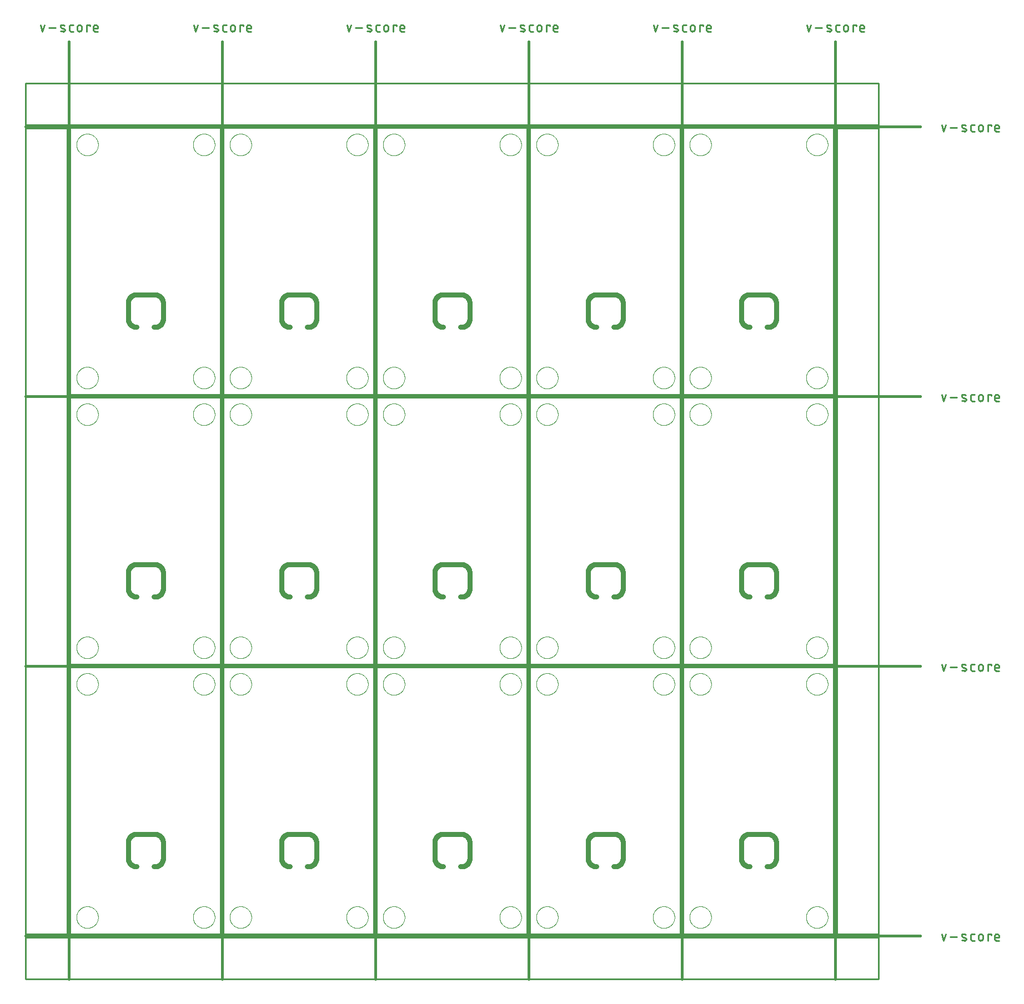
<source format=gko>
G04 EAGLE Gerber RS-274X export*
G75*
%MOMM*%
%FSLAX34Y34*%
%LPD*%
%IN*%
%IPPOS*%
%AMOC8*
5,1,8,0,0,1.08239X$1,22.5*%
G01*
%ADD10C,0.203200*%
%ADD11C,0.762000*%
%ADD12C,0.381000*%
%ADD13C,0.279400*%
%ADD14C,0.254000*%
%ADD15C,0.000000*%


D10*
X0Y0D02*
X0Y406400D01*
X228600Y406400D01*
X228600Y0D01*
X0Y0D01*
D11*
X140970Y114300D02*
X140970Y138430D01*
X128270Y152400D02*
X101600Y152400D01*
X87630Y139700D02*
X87630Y115570D01*
X87631Y139700D02*
X87644Y140019D01*
X87665Y140337D01*
X87693Y140655D01*
X87730Y140973D01*
X87774Y141289D01*
X87826Y141604D01*
X87885Y141918D01*
X87953Y142230D01*
X88027Y142541D01*
X88110Y142849D01*
X88199Y143156D01*
X88296Y143460D01*
X88401Y143762D01*
X88513Y144061D01*
X88632Y144357D01*
X88758Y144650D01*
X88892Y144940D01*
X89032Y145227D01*
X89180Y145510D01*
X89334Y145790D01*
X89495Y146066D01*
X89663Y146338D01*
X89837Y146605D01*
X90018Y146868D01*
X90205Y147127D01*
X90398Y147381D01*
X90598Y147631D01*
X90803Y147875D01*
X91014Y148115D01*
X91232Y148349D01*
X91454Y148578D01*
X91683Y148801D01*
X91916Y149019D01*
X92155Y149231D01*
X92399Y149437D01*
X92648Y149637D01*
X92902Y149831D01*
X93160Y150018D01*
X93423Y150200D01*
X93690Y150374D01*
X93962Y150543D01*
X94237Y150704D01*
X94516Y150859D01*
X94799Y151007D01*
X95086Y151148D01*
X95376Y151282D01*
X95669Y151409D01*
X95965Y151529D01*
X96263Y151642D01*
X96565Y151747D01*
X96869Y151845D01*
X97175Y151935D01*
X97484Y152018D01*
X97794Y152094D01*
X98106Y152162D01*
X98420Y152222D01*
X98735Y152274D01*
X99051Y152319D01*
X99368Y152357D01*
X99686Y152386D01*
X100004Y152408D01*
X100324Y152422D01*
X100643Y152428D01*
X100962Y152426D01*
X101281Y152417D01*
X101600Y152399D01*
X128270Y152399D02*
X128589Y152386D01*
X128907Y152365D01*
X129225Y152337D01*
X129543Y152300D01*
X129859Y152256D01*
X130174Y152204D01*
X130488Y152145D01*
X130800Y152077D01*
X131111Y152003D01*
X131419Y151920D01*
X131726Y151831D01*
X132030Y151734D01*
X132332Y151629D01*
X132631Y151517D01*
X132927Y151398D01*
X133220Y151272D01*
X133510Y151138D01*
X133797Y150998D01*
X134080Y150850D01*
X134360Y150696D01*
X134636Y150535D01*
X134908Y150367D01*
X135175Y150193D01*
X135438Y150012D01*
X135697Y149825D01*
X135951Y149632D01*
X136201Y149432D01*
X136445Y149227D01*
X136685Y149016D01*
X136919Y148798D01*
X137148Y148576D01*
X137371Y148347D01*
X137589Y148114D01*
X137801Y147875D01*
X138007Y147631D01*
X138207Y147382D01*
X138401Y147128D01*
X138588Y146870D01*
X138770Y146607D01*
X138944Y146340D01*
X139113Y146068D01*
X139274Y145793D01*
X139429Y145514D01*
X139577Y145231D01*
X139718Y144944D01*
X139852Y144654D01*
X139979Y144361D01*
X140099Y144065D01*
X140212Y143767D01*
X140317Y143465D01*
X140415Y143161D01*
X140505Y142855D01*
X140588Y142546D01*
X140664Y142236D01*
X140732Y141924D01*
X140792Y141610D01*
X140844Y141295D01*
X140889Y140979D01*
X140927Y140662D01*
X140956Y140344D01*
X140978Y140026D01*
X140992Y139706D01*
X140998Y139387D01*
X140996Y139068D01*
X140987Y138749D01*
X140969Y138430D01*
X140970Y114300D02*
X140941Y113996D01*
X140905Y113693D01*
X140862Y113391D01*
X140812Y113090D01*
X140754Y112790D01*
X140688Y112492D01*
X140616Y112195D01*
X140536Y111900D01*
X140450Y111608D01*
X140356Y111317D01*
X140255Y111029D01*
X140147Y110743D01*
X140032Y110461D01*
X139910Y110181D01*
X139782Y109904D01*
X139646Y109630D01*
X139505Y109359D01*
X139356Y109093D01*
X139201Y108829D01*
X139040Y108570D01*
X138873Y108315D01*
X138699Y108064D01*
X138519Y107817D01*
X138334Y107575D01*
X138142Y107337D01*
X137945Y107104D01*
X137742Y106876D01*
X137534Y106652D01*
X137320Y106434D01*
X137101Y106222D01*
X136877Y106014D01*
X136648Y105812D01*
X136414Y105616D01*
X136175Y105426D01*
X135932Y105241D01*
X135685Y105063D01*
X135433Y104890D01*
X135177Y104724D01*
X134917Y104564D01*
X134653Y104410D01*
X134385Y104263D01*
X134114Y104122D01*
X133840Y103988D01*
X133562Y103861D01*
X133282Y103741D01*
X132998Y103627D01*
X132712Y103520D01*
X132424Y103421D01*
X132133Y103328D01*
X131840Y103243D01*
X131545Y103164D01*
X131248Y103093D01*
X130949Y103029D01*
X130649Y102973D01*
X130348Y102923D01*
X130045Y102882D01*
X129742Y102847D01*
X129438Y102820D01*
X129133Y102800D01*
X128828Y102788D01*
X128523Y102783D01*
X128218Y102786D01*
X127912Y102796D01*
X127608Y102813D01*
X127303Y102838D01*
X127000Y102870D01*
X100330Y102870D02*
X100026Y102868D01*
X99723Y102874D01*
X99419Y102887D01*
X99116Y102907D01*
X98814Y102935D01*
X98512Y102970D01*
X98211Y103012D01*
X97911Y103062D01*
X97613Y103119D01*
X97316Y103183D01*
X97021Y103254D01*
X96727Y103333D01*
X96436Y103418D01*
X96146Y103511D01*
X95859Y103611D01*
X95575Y103718D01*
X95293Y103831D01*
X95014Y103952D01*
X94738Y104079D01*
X94466Y104213D01*
X94196Y104354D01*
X93931Y104501D01*
X93668Y104654D01*
X93410Y104814D01*
X93156Y104980D01*
X92905Y105152D01*
X92659Y105331D01*
X92418Y105515D01*
X92181Y105705D01*
X91948Y105901D01*
X91721Y106102D01*
X91498Y106309D01*
X91281Y106521D01*
X91069Y106738D01*
X90862Y106961D01*
X90661Y107188D01*
X90465Y107421D01*
X90275Y107658D01*
X90091Y107899D01*
X89912Y108145D01*
X89740Y108396D01*
X89574Y108650D01*
X89414Y108908D01*
X89261Y109171D01*
X89114Y109436D01*
X88973Y109706D01*
X88839Y109978D01*
X88712Y110254D01*
X88591Y110533D01*
X88478Y110815D01*
X88371Y111099D01*
X88271Y111386D01*
X88178Y111676D01*
X88093Y111967D01*
X88014Y112261D01*
X87943Y112556D01*
X87879Y112853D01*
X87822Y113151D01*
X87772Y113451D01*
X87730Y113752D01*
X87695Y114054D01*
X87667Y114356D01*
X87647Y114659D01*
X87634Y114963D01*
X87628Y115266D01*
X87630Y115570D01*
D10*
X233680Y0D02*
X233680Y406400D01*
X462280Y406400D01*
X462280Y0D01*
X233680Y0D01*
D11*
X374650Y114300D02*
X374650Y138430D01*
X361950Y152400D02*
X335280Y152400D01*
X321310Y139700D02*
X321310Y115570D01*
X321311Y139700D02*
X321324Y140019D01*
X321345Y140337D01*
X321373Y140655D01*
X321410Y140973D01*
X321454Y141289D01*
X321506Y141604D01*
X321565Y141918D01*
X321633Y142230D01*
X321707Y142541D01*
X321790Y142849D01*
X321879Y143156D01*
X321976Y143460D01*
X322081Y143762D01*
X322193Y144061D01*
X322312Y144357D01*
X322438Y144650D01*
X322572Y144940D01*
X322712Y145227D01*
X322860Y145510D01*
X323014Y145790D01*
X323175Y146066D01*
X323343Y146338D01*
X323517Y146605D01*
X323698Y146868D01*
X323885Y147127D01*
X324078Y147381D01*
X324278Y147631D01*
X324483Y147875D01*
X324694Y148115D01*
X324912Y148349D01*
X325134Y148578D01*
X325363Y148801D01*
X325596Y149019D01*
X325835Y149231D01*
X326079Y149437D01*
X326328Y149637D01*
X326582Y149831D01*
X326840Y150018D01*
X327103Y150200D01*
X327370Y150374D01*
X327642Y150543D01*
X327917Y150704D01*
X328196Y150859D01*
X328479Y151007D01*
X328766Y151148D01*
X329056Y151282D01*
X329349Y151409D01*
X329645Y151529D01*
X329943Y151642D01*
X330245Y151747D01*
X330549Y151845D01*
X330855Y151935D01*
X331164Y152018D01*
X331474Y152094D01*
X331786Y152162D01*
X332100Y152222D01*
X332415Y152274D01*
X332731Y152319D01*
X333048Y152357D01*
X333366Y152386D01*
X333684Y152408D01*
X334004Y152422D01*
X334323Y152428D01*
X334642Y152426D01*
X334961Y152417D01*
X335280Y152399D01*
X361950Y152399D02*
X362269Y152386D01*
X362587Y152365D01*
X362905Y152337D01*
X363223Y152300D01*
X363539Y152256D01*
X363854Y152204D01*
X364168Y152145D01*
X364480Y152077D01*
X364791Y152003D01*
X365099Y151920D01*
X365406Y151831D01*
X365710Y151734D01*
X366012Y151629D01*
X366311Y151517D01*
X366607Y151398D01*
X366900Y151272D01*
X367190Y151138D01*
X367477Y150998D01*
X367760Y150850D01*
X368040Y150696D01*
X368316Y150535D01*
X368588Y150367D01*
X368855Y150193D01*
X369118Y150012D01*
X369377Y149825D01*
X369631Y149632D01*
X369881Y149432D01*
X370125Y149227D01*
X370365Y149016D01*
X370599Y148798D01*
X370828Y148576D01*
X371051Y148347D01*
X371269Y148114D01*
X371481Y147875D01*
X371687Y147631D01*
X371887Y147382D01*
X372081Y147128D01*
X372268Y146870D01*
X372450Y146607D01*
X372624Y146340D01*
X372793Y146068D01*
X372954Y145793D01*
X373109Y145514D01*
X373257Y145231D01*
X373398Y144944D01*
X373532Y144654D01*
X373659Y144361D01*
X373779Y144065D01*
X373892Y143767D01*
X373997Y143465D01*
X374095Y143161D01*
X374185Y142855D01*
X374268Y142546D01*
X374344Y142236D01*
X374412Y141924D01*
X374472Y141610D01*
X374524Y141295D01*
X374569Y140979D01*
X374607Y140662D01*
X374636Y140344D01*
X374658Y140026D01*
X374672Y139706D01*
X374678Y139387D01*
X374676Y139068D01*
X374667Y138749D01*
X374649Y138430D01*
X374650Y114300D02*
X374621Y113996D01*
X374585Y113693D01*
X374542Y113391D01*
X374492Y113090D01*
X374434Y112790D01*
X374368Y112492D01*
X374296Y112195D01*
X374216Y111900D01*
X374130Y111608D01*
X374036Y111317D01*
X373935Y111029D01*
X373827Y110743D01*
X373712Y110461D01*
X373590Y110181D01*
X373462Y109904D01*
X373326Y109630D01*
X373185Y109359D01*
X373036Y109093D01*
X372881Y108829D01*
X372720Y108570D01*
X372553Y108315D01*
X372379Y108064D01*
X372199Y107817D01*
X372014Y107575D01*
X371822Y107337D01*
X371625Y107104D01*
X371422Y106876D01*
X371214Y106652D01*
X371000Y106434D01*
X370781Y106222D01*
X370557Y106014D01*
X370328Y105812D01*
X370094Y105616D01*
X369855Y105426D01*
X369612Y105241D01*
X369365Y105063D01*
X369113Y104890D01*
X368857Y104724D01*
X368597Y104564D01*
X368333Y104410D01*
X368065Y104263D01*
X367794Y104122D01*
X367520Y103988D01*
X367242Y103861D01*
X366962Y103741D01*
X366678Y103627D01*
X366392Y103520D01*
X366104Y103421D01*
X365813Y103328D01*
X365520Y103243D01*
X365225Y103164D01*
X364928Y103093D01*
X364629Y103029D01*
X364329Y102973D01*
X364028Y102923D01*
X363725Y102882D01*
X363422Y102847D01*
X363118Y102820D01*
X362813Y102800D01*
X362508Y102788D01*
X362203Y102783D01*
X361898Y102786D01*
X361592Y102796D01*
X361288Y102813D01*
X360983Y102838D01*
X360680Y102870D01*
X334010Y102870D02*
X333706Y102868D01*
X333403Y102874D01*
X333099Y102887D01*
X332796Y102907D01*
X332494Y102935D01*
X332192Y102970D01*
X331891Y103012D01*
X331591Y103062D01*
X331293Y103119D01*
X330996Y103183D01*
X330701Y103254D01*
X330407Y103333D01*
X330116Y103418D01*
X329826Y103511D01*
X329539Y103611D01*
X329255Y103718D01*
X328973Y103831D01*
X328694Y103952D01*
X328418Y104079D01*
X328146Y104213D01*
X327876Y104354D01*
X327611Y104501D01*
X327348Y104654D01*
X327090Y104814D01*
X326836Y104980D01*
X326585Y105152D01*
X326339Y105331D01*
X326098Y105515D01*
X325861Y105705D01*
X325628Y105901D01*
X325401Y106102D01*
X325178Y106309D01*
X324961Y106521D01*
X324749Y106738D01*
X324542Y106961D01*
X324341Y107188D01*
X324145Y107421D01*
X323955Y107658D01*
X323771Y107899D01*
X323592Y108145D01*
X323420Y108396D01*
X323254Y108650D01*
X323094Y108908D01*
X322941Y109171D01*
X322794Y109436D01*
X322653Y109706D01*
X322519Y109978D01*
X322392Y110254D01*
X322271Y110533D01*
X322158Y110815D01*
X322051Y111099D01*
X321951Y111386D01*
X321858Y111676D01*
X321773Y111967D01*
X321694Y112261D01*
X321623Y112556D01*
X321559Y112853D01*
X321502Y113151D01*
X321452Y113451D01*
X321410Y113752D01*
X321375Y114054D01*
X321347Y114356D01*
X321327Y114659D01*
X321314Y114963D01*
X321308Y115266D01*
X321310Y115570D01*
D10*
X467360Y0D02*
X467360Y406400D01*
X695960Y406400D01*
X695960Y0D01*
X467360Y0D01*
D11*
X608330Y114300D02*
X608330Y138430D01*
X595630Y152400D02*
X568960Y152400D01*
X554990Y139700D02*
X554990Y115570D01*
X554991Y139700D02*
X555004Y140019D01*
X555025Y140337D01*
X555053Y140655D01*
X555090Y140973D01*
X555134Y141289D01*
X555186Y141604D01*
X555245Y141918D01*
X555313Y142230D01*
X555387Y142541D01*
X555470Y142849D01*
X555559Y143156D01*
X555656Y143460D01*
X555761Y143762D01*
X555873Y144061D01*
X555992Y144357D01*
X556118Y144650D01*
X556252Y144940D01*
X556392Y145227D01*
X556540Y145510D01*
X556694Y145790D01*
X556855Y146066D01*
X557023Y146338D01*
X557197Y146605D01*
X557378Y146868D01*
X557565Y147127D01*
X557758Y147381D01*
X557958Y147631D01*
X558163Y147875D01*
X558374Y148115D01*
X558592Y148349D01*
X558814Y148578D01*
X559043Y148801D01*
X559276Y149019D01*
X559515Y149231D01*
X559759Y149437D01*
X560008Y149637D01*
X560262Y149831D01*
X560520Y150018D01*
X560783Y150200D01*
X561050Y150374D01*
X561322Y150543D01*
X561597Y150704D01*
X561876Y150859D01*
X562159Y151007D01*
X562446Y151148D01*
X562736Y151282D01*
X563029Y151409D01*
X563325Y151529D01*
X563623Y151642D01*
X563925Y151747D01*
X564229Y151845D01*
X564535Y151935D01*
X564844Y152018D01*
X565154Y152094D01*
X565466Y152162D01*
X565780Y152222D01*
X566095Y152274D01*
X566411Y152319D01*
X566728Y152357D01*
X567046Y152386D01*
X567364Y152408D01*
X567684Y152422D01*
X568003Y152428D01*
X568322Y152426D01*
X568641Y152417D01*
X568960Y152399D01*
X595630Y152399D02*
X595949Y152386D01*
X596267Y152365D01*
X596585Y152337D01*
X596903Y152300D01*
X597219Y152256D01*
X597534Y152204D01*
X597848Y152145D01*
X598160Y152077D01*
X598471Y152003D01*
X598779Y151920D01*
X599086Y151831D01*
X599390Y151734D01*
X599692Y151629D01*
X599991Y151517D01*
X600287Y151398D01*
X600580Y151272D01*
X600870Y151138D01*
X601157Y150998D01*
X601440Y150850D01*
X601720Y150696D01*
X601996Y150535D01*
X602268Y150367D01*
X602535Y150193D01*
X602798Y150012D01*
X603057Y149825D01*
X603311Y149632D01*
X603561Y149432D01*
X603805Y149227D01*
X604045Y149016D01*
X604279Y148798D01*
X604508Y148576D01*
X604731Y148347D01*
X604949Y148114D01*
X605161Y147875D01*
X605367Y147631D01*
X605567Y147382D01*
X605761Y147128D01*
X605948Y146870D01*
X606130Y146607D01*
X606304Y146340D01*
X606473Y146068D01*
X606634Y145793D01*
X606789Y145514D01*
X606937Y145231D01*
X607078Y144944D01*
X607212Y144654D01*
X607339Y144361D01*
X607459Y144065D01*
X607572Y143767D01*
X607677Y143465D01*
X607775Y143161D01*
X607865Y142855D01*
X607948Y142546D01*
X608024Y142236D01*
X608092Y141924D01*
X608152Y141610D01*
X608204Y141295D01*
X608249Y140979D01*
X608287Y140662D01*
X608316Y140344D01*
X608338Y140026D01*
X608352Y139706D01*
X608358Y139387D01*
X608356Y139068D01*
X608347Y138749D01*
X608329Y138430D01*
X608330Y114300D02*
X608301Y113996D01*
X608265Y113693D01*
X608222Y113391D01*
X608172Y113090D01*
X608114Y112790D01*
X608048Y112492D01*
X607976Y112195D01*
X607896Y111900D01*
X607810Y111608D01*
X607716Y111317D01*
X607615Y111029D01*
X607507Y110743D01*
X607392Y110461D01*
X607270Y110181D01*
X607142Y109904D01*
X607006Y109630D01*
X606865Y109359D01*
X606716Y109093D01*
X606561Y108829D01*
X606400Y108570D01*
X606233Y108315D01*
X606059Y108064D01*
X605879Y107817D01*
X605694Y107575D01*
X605502Y107337D01*
X605305Y107104D01*
X605102Y106876D01*
X604894Y106652D01*
X604680Y106434D01*
X604461Y106222D01*
X604237Y106014D01*
X604008Y105812D01*
X603774Y105616D01*
X603535Y105426D01*
X603292Y105241D01*
X603045Y105063D01*
X602793Y104890D01*
X602537Y104724D01*
X602277Y104564D01*
X602013Y104410D01*
X601745Y104263D01*
X601474Y104122D01*
X601200Y103988D01*
X600922Y103861D01*
X600642Y103741D01*
X600358Y103627D01*
X600072Y103520D01*
X599784Y103421D01*
X599493Y103328D01*
X599200Y103243D01*
X598905Y103164D01*
X598608Y103093D01*
X598309Y103029D01*
X598009Y102973D01*
X597708Y102923D01*
X597405Y102882D01*
X597102Y102847D01*
X596798Y102820D01*
X596493Y102800D01*
X596188Y102788D01*
X595883Y102783D01*
X595578Y102786D01*
X595272Y102796D01*
X594968Y102813D01*
X594663Y102838D01*
X594360Y102870D01*
X567690Y102870D02*
X567386Y102868D01*
X567083Y102874D01*
X566779Y102887D01*
X566476Y102907D01*
X566174Y102935D01*
X565872Y102970D01*
X565571Y103012D01*
X565271Y103062D01*
X564973Y103119D01*
X564676Y103183D01*
X564381Y103254D01*
X564087Y103333D01*
X563796Y103418D01*
X563506Y103511D01*
X563219Y103611D01*
X562935Y103718D01*
X562653Y103831D01*
X562374Y103952D01*
X562098Y104079D01*
X561826Y104213D01*
X561556Y104354D01*
X561291Y104501D01*
X561028Y104654D01*
X560770Y104814D01*
X560516Y104980D01*
X560265Y105152D01*
X560019Y105331D01*
X559778Y105515D01*
X559541Y105705D01*
X559308Y105901D01*
X559081Y106102D01*
X558858Y106309D01*
X558641Y106521D01*
X558429Y106738D01*
X558222Y106961D01*
X558021Y107188D01*
X557825Y107421D01*
X557635Y107658D01*
X557451Y107899D01*
X557272Y108145D01*
X557100Y108396D01*
X556934Y108650D01*
X556774Y108908D01*
X556621Y109171D01*
X556474Y109436D01*
X556333Y109706D01*
X556199Y109978D01*
X556072Y110254D01*
X555951Y110533D01*
X555838Y110815D01*
X555731Y111099D01*
X555631Y111386D01*
X555538Y111676D01*
X555453Y111967D01*
X555374Y112261D01*
X555303Y112556D01*
X555239Y112853D01*
X555182Y113151D01*
X555132Y113451D01*
X555090Y113752D01*
X555055Y114054D01*
X555027Y114356D01*
X555007Y114659D01*
X554994Y114963D01*
X554988Y115266D01*
X554990Y115570D01*
D10*
X701040Y0D02*
X701040Y406400D01*
X929640Y406400D01*
X929640Y0D01*
X701040Y0D01*
D11*
X842010Y114300D02*
X842010Y138430D01*
X829310Y152400D02*
X802640Y152400D01*
X788670Y139700D02*
X788670Y115570D01*
X788671Y139700D02*
X788684Y140019D01*
X788705Y140337D01*
X788733Y140655D01*
X788770Y140973D01*
X788814Y141289D01*
X788866Y141604D01*
X788925Y141918D01*
X788993Y142230D01*
X789067Y142541D01*
X789150Y142849D01*
X789239Y143156D01*
X789336Y143460D01*
X789441Y143762D01*
X789553Y144061D01*
X789672Y144357D01*
X789798Y144650D01*
X789932Y144940D01*
X790072Y145227D01*
X790220Y145510D01*
X790374Y145790D01*
X790535Y146066D01*
X790703Y146338D01*
X790877Y146605D01*
X791058Y146868D01*
X791245Y147127D01*
X791438Y147381D01*
X791638Y147631D01*
X791843Y147875D01*
X792054Y148115D01*
X792272Y148349D01*
X792494Y148578D01*
X792723Y148801D01*
X792956Y149019D01*
X793195Y149231D01*
X793439Y149437D01*
X793688Y149637D01*
X793942Y149831D01*
X794200Y150018D01*
X794463Y150200D01*
X794730Y150374D01*
X795002Y150543D01*
X795277Y150704D01*
X795556Y150859D01*
X795839Y151007D01*
X796126Y151148D01*
X796416Y151282D01*
X796709Y151409D01*
X797005Y151529D01*
X797303Y151642D01*
X797605Y151747D01*
X797909Y151845D01*
X798215Y151935D01*
X798524Y152018D01*
X798834Y152094D01*
X799146Y152162D01*
X799460Y152222D01*
X799775Y152274D01*
X800091Y152319D01*
X800408Y152357D01*
X800726Y152386D01*
X801044Y152408D01*
X801364Y152422D01*
X801683Y152428D01*
X802002Y152426D01*
X802321Y152417D01*
X802640Y152399D01*
X829310Y152399D02*
X829629Y152386D01*
X829947Y152365D01*
X830265Y152337D01*
X830583Y152300D01*
X830899Y152256D01*
X831214Y152204D01*
X831528Y152145D01*
X831840Y152077D01*
X832151Y152003D01*
X832459Y151920D01*
X832766Y151831D01*
X833070Y151734D01*
X833372Y151629D01*
X833671Y151517D01*
X833967Y151398D01*
X834260Y151272D01*
X834550Y151138D01*
X834837Y150998D01*
X835120Y150850D01*
X835400Y150696D01*
X835676Y150535D01*
X835948Y150367D01*
X836215Y150193D01*
X836478Y150012D01*
X836737Y149825D01*
X836991Y149632D01*
X837241Y149432D01*
X837485Y149227D01*
X837725Y149016D01*
X837959Y148798D01*
X838188Y148576D01*
X838411Y148347D01*
X838629Y148114D01*
X838841Y147875D01*
X839047Y147631D01*
X839247Y147382D01*
X839441Y147128D01*
X839628Y146870D01*
X839810Y146607D01*
X839984Y146340D01*
X840153Y146068D01*
X840314Y145793D01*
X840469Y145514D01*
X840617Y145231D01*
X840758Y144944D01*
X840892Y144654D01*
X841019Y144361D01*
X841139Y144065D01*
X841252Y143767D01*
X841357Y143465D01*
X841455Y143161D01*
X841545Y142855D01*
X841628Y142546D01*
X841704Y142236D01*
X841772Y141924D01*
X841832Y141610D01*
X841884Y141295D01*
X841929Y140979D01*
X841967Y140662D01*
X841996Y140344D01*
X842018Y140026D01*
X842032Y139706D01*
X842038Y139387D01*
X842036Y139068D01*
X842027Y138749D01*
X842009Y138430D01*
X842010Y114300D02*
X841981Y113996D01*
X841945Y113693D01*
X841902Y113391D01*
X841852Y113090D01*
X841794Y112790D01*
X841728Y112492D01*
X841656Y112195D01*
X841576Y111900D01*
X841490Y111608D01*
X841396Y111317D01*
X841295Y111029D01*
X841187Y110743D01*
X841072Y110461D01*
X840950Y110181D01*
X840822Y109904D01*
X840686Y109630D01*
X840545Y109359D01*
X840396Y109093D01*
X840241Y108829D01*
X840080Y108570D01*
X839913Y108315D01*
X839739Y108064D01*
X839559Y107817D01*
X839374Y107575D01*
X839182Y107337D01*
X838985Y107104D01*
X838782Y106876D01*
X838574Y106652D01*
X838360Y106434D01*
X838141Y106222D01*
X837917Y106014D01*
X837688Y105812D01*
X837454Y105616D01*
X837215Y105426D01*
X836972Y105241D01*
X836725Y105063D01*
X836473Y104890D01*
X836217Y104724D01*
X835957Y104564D01*
X835693Y104410D01*
X835425Y104263D01*
X835154Y104122D01*
X834880Y103988D01*
X834602Y103861D01*
X834322Y103741D01*
X834038Y103627D01*
X833752Y103520D01*
X833464Y103421D01*
X833173Y103328D01*
X832880Y103243D01*
X832585Y103164D01*
X832288Y103093D01*
X831989Y103029D01*
X831689Y102973D01*
X831388Y102923D01*
X831085Y102882D01*
X830782Y102847D01*
X830478Y102820D01*
X830173Y102800D01*
X829868Y102788D01*
X829563Y102783D01*
X829258Y102786D01*
X828952Y102796D01*
X828648Y102813D01*
X828343Y102838D01*
X828040Y102870D01*
X801370Y102870D02*
X801066Y102868D01*
X800763Y102874D01*
X800459Y102887D01*
X800156Y102907D01*
X799854Y102935D01*
X799552Y102970D01*
X799251Y103012D01*
X798951Y103062D01*
X798653Y103119D01*
X798356Y103183D01*
X798061Y103254D01*
X797767Y103333D01*
X797476Y103418D01*
X797186Y103511D01*
X796899Y103611D01*
X796615Y103718D01*
X796333Y103831D01*
X796054Y103952D01*
X795778Y104079D01*
X795506Y104213D01*
X795236Y104354D01*
X794971Y104501D01*
X794708Y104654D01*
X794450Y104814D01*
X794196Y104980D01*
X793945Y105152D01*
X793699Y105331D01*
X793458Y105515D01*
X793221Y105705D01*
X792988Y105901D01*
X792761Y106102D01*
X792538Y106309D01*
X792321Y106521D01*
X792109Y106738D01*
X791902Y106961D01*
X791701Y107188D01*
X791505Y107421D01*
X791315Y107658D01*
X791131Y107899D01*
X790952Y108145D01*
X790780Y108396D01*
X790614Y108650D01*
X790454Y108908D01*
X790301Y109171D01*
X790154Y109436D01*
X790013Y109706D01*
X789879Y109978D01*
X789752Y110254D01*
X789631Y110533D01*
X789518Y110815D01*
X789411Y111099D01*
X789311Y111386D01*
X789218Y111676D01*
X789133Y111967D01*
X789054Y112261D01*
X788983Y112556D01*
X788919Y112853D01*
X788862Y113151D01*
X788812Y113451D01*
X788770Y113752D01*
X788735Y114054D01*
X788707Y114356D01*
X788687Y114659D01*
X788674Y114963D01*
X788668Y115266D01*
X788670Y115570D01*
D10*
X934720Y0D02*
X934720Y406400D01*
X1163320Y406400D01*
X1163320Y0D01*
X934720Y0D01*
D11*
X1075690Y114300D02*
X1075690Y138430D01*
X1062990Y152400D02*
X1036320Y152400D01*
X1022350Y139700D02*
X1022350Y115570D01*
X1022351Y139700D02*
X1022364Y140019D01*
X1022385Y140337D01*
X1022413Y140655D01*
X1022450Y140973D01*
X1022494Y141289D01*
X1022546Y141604D01*
X1022605Y141918D01*
X1022673Y142230D01*
X1022747Y142541D01*
X1022830Y142849D01*
X1022919Y143156D01*
X1023016Y143460D01*
X1023121Y143762D01*
X1023233Y144061D01*
X1023352Y144357D01*
X1023478Y144650D01*
X1023612Y144940D01*
X1023752Y145227D01*
X1023900Y145510D01*
X1024054Y145790D01*
X1024215Y146066D01*
X1024383Y146338D01*
X1024557Y146605D01*
X1024738Y146868D01*
X1024925Y147127D01*
X1025118Y147381D01*
X1025318Y147631D01*
X1025523Y147875D01*
X1025734Y148115D01*
X1025952Y148349D01*
X1026174Y148578D01*
X1026403Y148801D01*
X1026636Y149019D01*
X1026875Y149231D01*
X1027119Y149437D01*
X1027368Y149637D01*
X1027622Y149831D01*
X1027880Y150018D01*
X1028143Y150200D01*
X1028410Y150374D01*
X1028682Y150543D01*
X1028957Y150704D01*
X1029236Y150859D01*
X1029519Y151007D01*
X1029806Y151148D01*
X1030096Y151282D01*
X1030389Y151409D01*
X1030685Y151529D01*
X1030983Y151642D01*
X1031285Y151747D01*
X1031589Y151845D01*
X1031895Y151935D01*
X1032204Y152018D01*
X1032514Y152094D01*
X1032826Y152162D01*
X1033140Y152222D01*
X1033455Y152274D01*
X1033771Y152319D01*
X1034088Y152357D01*
X1034406Y152386D01*
X1034724Y152408D01*
X1035044Y152422D01*
X1035363Y152428D01*
X1035682Y152426D01*
X1036001Y152417D01*
X1036320Y152399D01*
X1062990Y152399D02*
X1063309Y152386D01*
X1063627Y152365D01*
X1063945Y152337D01*
X1064263Y152300D01*
X1064579Y152256D01*
X1064894Y152204D01*
X1065208Y152145D01*
X1065520Y152077D01*
X1065831Y152003D01*
X1066139Y151920D01*
X1066446Y151831D01*
X1066750Y151734D01*
X1067052Y151629D01*
X1067351Y151517D01*
X1067647Y151398D01*
X1067940Y151272D01*
X1068230Y151138D01*
X1068517Y150998D01*
X1068800Y150850D01*
X1069080Y150696D01*
X1069356Y150535D01*
X1069628Y150367D01*
X1069895Y150193D01*
X1070158Y150012D01*
X1070417Y149825D01*
X1070671Y149632D01*
X1070921Y149432D01*
X1071165Y149227D01*
X1071405Y149016D01*
X1071639Y148798D01*
X1071868Y148576D01*
X1072091Y148347D01*
X1072309Y148114D01*
X1072521Y147875D01*
X1072727Y147631D01*
X1072927Y147382D01*
X1073121Y147128D01*
X1073308Y146870D01*
X1073490Y146607D01*
X1073664Y146340D01*
X1073833Y146068D01*
X1073994Y145793D01*
X1074149Y145514D01*
X1074297Y145231D01*
X1074438Y144944D01*
X1074572Y144654D01*
X1074699Y144361D01*
X1074819Y144065D01*
X1074932Y143767D01*
X1075037Y143465D01*
X1075135Y143161D01*
X1075225Y142855D01*
X1075308Y142546D01*
X1075384Y142236D01*
X1075452Y141924D01*
X1075512Y141610D01*
X1075564Y141295D01*
X1075609Y140979D01*
X1075647Y140662D01*
X1075676Y140344D01*
X1075698Y140026D01*
X1075712Y139706D01*
X1075718Y139387D01*
X1075716Y139068D01*
X1075707Y138749D01*
X1075689Y138430D01*
X1075690Y114300D02*
X1075661Y113996D01*
X1075625Y113693D01*
X1075582Y113391D01*
X1075532Y113090D01*
X1075474Y112790D01*
X1075408Y112492D01*
X1075336Y112195D01*
X1075256Y111900D01*
X1075170Y111608D01*
X1075076Y111317D01*
X1074975Y111029D01*
X1074867Y110743D01*
X1074752Y110461D01*
X1074630Y110181D01*
X1074502Y109904D01*
X1074366Y109630D01*
X1074225Y109359D01*
X1074076Y109093D01*
X1073921Y108829D01*
X1073760Y108570D01*
X1073593Y108315D01*
X1073419Y108064D01*
X1073239Y107817D01*
X1073054Y107575D01*
X1072862Y107337D01*
X1072665Y107104D01*
X1072462Y106876D01*
X1072254Y106652D01*
X1072040Y106434D01*
X1071821Y106222D01*
X1071597Y106014D01*
X1071368Y105812D01*
X1071134Y105616D01*
X1070895Y105426D01*
X1070652Y105241D01*
X1070405Y105063D01*
X1070153Y104890D01*
X1069897Y104724D01*
X1069637Y104564D01*
X1069373Y104410D01*
X1069105Y104263D01*
X1068834Y104122D01*
X1068560Y103988D01*
X1068282Y103861D01*
X1068002Y103741D01*
X1067718Y103627D01*
X1067432Y103520D01*
X1067144Y103421D01*
X1066853Y103328D01*
X1066560Y103243D01*
X1066265Y103164D01*
X1065968Y103093D01*
X1065669Y103029D01*
X1065369Y102973D01*
X1065068Y102923D01*
X1064765Y102882D01*
X1064462Y102847D01*
X1064158Y102820D01*
X1063853Y102800D01*
X1063548Y102788D01*
X1063243Y102783D01*
X1062938Y102786D01*
X1062632Y102796D01*
X1062328Y102813D01*
X1062023Y102838D01*
X1061720Y102870D01*
X1035050Y102870D02*
X1034746Y102868D01*
X1034443Y102874D01*
X1034139Y102887D01*
X1033836Y102907D01*
X1033534Y102935D01*
X1033232Y102970D01*
X1032931Y103012D01*
X1032631Y103062D01*
X1032333Y103119D01*
X1032036Y103183D01*
X1031741Y103254D01*
X1031447Y103333D01*
X1031156Y103418D01*
X1030866Y103511D01*
X1030579Y103611D01*
X1030295Y103718D01*
X1030013Y103831D01*
X1029734Y103952D01*
X1029458Y104079D01*
X1029186Y104213D01*
X1028916Y104354D01*
X1028651Y104501D01*
X1028388Y104654D01*
X1028130Y104814D01*
X1027876Y104980D01*
X1027625Y105152D01*
X1027379Y105331D01*
X1027138Y105515D01*
X1026901Y105705D01*
X1026668Y105901D01*
X1026441Y106102D01*
X1026218Y106309D01*
X1026001Y106521D01*
X1025789Y106738D01*
X1025582Y106961D01*
X1025381Y107188D01*
X1025185Y107421D01*
X1024995Y107658D01*
X1024811Y107899D01*
X1024632Y108145D01*
X1024460Y108396D01*
X1024294Y108650D01*
X1024134Y108908D01*
X1023981Y109171D01*
X1023834Y109436D01*
X1023693Y109706D01*
X1023559Y109978D01*
X1023432Y110254D01*
X1023311Y110533D01*
X1023198Y110815D01*
X1023091Y111099D01*
X1022991Y111386D01*
X1022898Y111676D01*
X1022813Y111967D01*
X1022734Y112261D01*
X1022663Y112556D01*
X1022599Y112853D01*
X1022542Y113151D01*
X1022492Y113451D01*
X1022450Y113752D01*
X1022415Y114054D01*
X1022387Y114356D01*
X1022367Y114659D01*
X1022354Y114963D01*
X1022348Y115266D01*
X1022350Y115570D01*
D10*
X0Y411480D02*
X0Y817880D01*
X228600Y817880D01*
X228600Y411480D01*
X0Y411480D01*
D11*
X140970Y525780D02*
X140970Y549910D01*
X128270Y563880D02*
X101600Y563880D01*
X87630Y551180D02*
X87630Y527050D01*
X87631Y551180D02*
X87644Y551499D01*
X87665Y551817D01*
X87693Y552135D01*
X87730Y552453D01*
X87774Y552769D01*
X87826Y553084D01*
X87885Y553398D01*
X87953Y553710D01*
X88027Y554021D01*
X88110Y554329D01*
X88199Y554636D01*
X88296Y554940D01*
X88401Y555242D01*
X88513Y555541D01*
X88632Y555837D01*
X88758Y556130D01*
X88892Y556420D01*
X89032Y556707D01*
X89180Y556990D01*
X89334Y557270D01*
X89495Y557546D01*
X89663Y557818D01*
X89837Y558085D01*
X90018Y558348D01*
X90205Y558607D01*
X90398Y558861D01*
X90598Y559111D01*
X90803Y559355D01*
X91014Y559595D01*
X91232Y559829D01*
X91454Y560058D01*
X91683Y560281D01*
X91916Y560499D01*
X92155Y560711D01*
X92399Y560917D01*
X92648Y561117D01*
X92902Y561311D01*
X93160Y561498D01*
X93423Y561680D01*
X93690Y561854D01*
X93962Y562023D01*
X94237Y562184D01*
X94516Y562339D01*
X94799Y562487D01*
X95086Y562628D01*
X95376Y562762D01*
X95669Y562889D01*
X95965Y563009D01*
X96263Y563122D01*
X96565Y563227D01*
X96869Y563325D01*
X97175Y563415D01*
X97484Y563498D01*
X97794Y563574D01*
X98106Y563642D01*
X98420Y563702D01*
X98735Y563754D01*
X99051Y563799D01*
X99368Y563837D01*
X99686Y563866D01*
X100004Y563888D01*
X100324Y563902D01*
X100643Y563908D01*
X100962Y563906D01*
X101281Y563897D01*
X101600Y563879D01*
X128270Y563879D02*
X128589Y563866D01*
X128907Y563845D01*
X129225Y563817D01*
X129543Y563780D01*
X129859Y563736D01*
X130174Y563684D01*
X130488Y563625D01*
X130800Y563557D01*
X131111Y563483D01*
X131419Y563400D01*
X131726Y563311D01*
X132030Y563214D01*
X132332Y563109D01*
X132631Y562997D01*
X132927Y562878D01*
X133220Y562752D01*
X133510Y562618D01*
X133797Y562478D01*
X134080Y562330D01*
X134360Y562176D01*
X134636Y562015D01*
X134908Y561847D01*
X135175Y561673D01*
X135438Y561492D01*
X135697Y561305D01*
X135951Y561112D01*
X136201Y560912D01*
X136445Y560707D01*
X136685Y560496D01*
X136919Y560278D01*
X137148Y560056D01*
X137371Y559827D01*
X137589Y559594D01*
X137801Y559355D01*
X138007Y559111D01*
X138207Y558862D01*
X138401Y558608D01*
X138588Y558350D01*
X138770Y558087D01*
X138944Y557820D01*
X139113Y557548D01*
X139274Y557273D01*
X139429Y556994D01*
X139577Y556711D01*
X139718Y556424D01*
X139852Y556134D01*
X139979Y555841D01*
X140099Y555545D01*
X140212Y555247D01*
X140317Y554945D01*
X140415Y554641D01*
X140505Y554335D01*
X140588Y554026D01*
X140664Y553716D01*
X140732Y553404D01*
X140792Y553090D01*
X140844Y552775D01*
X140889Y552459D01*
X140927Y552142D01*
X140956Y551824D01*
X140978Y551506D01*
X140992Y551186D01*
X140998Y550867D01*
X140996Y550548D01*
X140987Y550229D01*
X140969Y549910D01*
X140970Y525780D02*
X140941Y525476D01*
X140905Y525173D01*
X140862Y524871D01*
X140812Y524570D01*
X140754Y524270D01*
X140688Y523972D01*
X140616Y523675D01*
X140536Y523380D01*
X140450Y523088D01*
X140356Y522797D01*
X140255Y522509D01*
X140147Y522223D01*
X140032Y521941D01*
X139910Y521661D01*
X139782Y521384D01*
X139646Y521110D01*
X139505Y520839D01*
X139356Y520573D01*
X139201Y520309D01*
X139040Y520050D01*
X138873Y519795D01*
X138699Y519544D01*
X138519Y519297D01*
X138334Y519055D01*
X138142Y518817D01*
X137945Y518584D01*
X137742Y518356D01*
X137534Y518132D01*
X137320Y517914D01*
X137101Y517702D01*
X136877Y517494D01*
X136648Y517292D01*
X136414Y517096D01*
X136175Y516906D01*
X135932Y516721D01*
X135685Y516543D01*
X135433Y516370D01*
X135177Y516204D01*
X134917Y516044D01*
X134653Y515890D01*
X134385Y515743D01*
X134114Y515602D01*
X133840Y515468D01*
X133562Y515341D01*
X133282Y515221D01*
X132998Y515107D01*
X132712Y515000D01*
X132424Y514901D01*
X132133Y514808D01*
X131840Y514723D01*
X131545Y514644D01*
X131248Y514573D01*
X130949Y514509D01*
X130649Y514453D01*
X130348Y514403D01*
X130045Y514362D01*
X129742Y514327D01*
X129438Y514300D01*
X129133Y514280D01*
X128828Y514268D01*
X128523Y514263D01*
X128218Y514266D01*
X127912Y514276D01*
X127608Y514293D01*
X127303Y514318D01*
X127000Y514350D01*
X100330Y514350D02*
X100026Y514348D01*
X99723Y514354D01*
X99419Y514367D01*
X99116Y514387D01*
X98814Y514415D01*
X98512Y514450D01*
X98211Y514492D01*
X97911Y514542D01*
X97613Y514599D01*
X97316Y514663D01*
X97021Y514734D01*
X96727Y514813D01*
X96436Y514898D01*
X96146Y514991D01*
X95859Y515091D01*
X95575Y515198D01*
X95293Y515311D01*
X95014Y515432D01*
X94738Y515559D01*
X94466Y515693D01*
X94196Y515834D01*
X93931Y515981D01*
X93668Y516134D01*
X93410Y516294D01*
X93156Y516460D01*
X92905Y516632D01*
X92659Y516811D01*
X92418Y516995D01*
X92181Y517185D01*
X91948Y517381D01*
X91721Y517582D01*
X91498Y517789D01*
X91281Y518001D01*
X91069Y518218D01*
X90862Y518441D01*
X90661Y518668D01*
X90465Y518901D01*
X90275Y519138D01*
X90091Y519379D01*
X89912Y519625D01*
X89740Y519876D01*
X89574Y520130D01*
X89414Y520388D01*
X89261Y520651D01*
X89114Y520916D01*
X88973Y521186D01*
X88839Y521458D01*
X88712Y521734D01*
X88591Y522013D01*
X88478Y522295D01*
X88371Y522579D01*
X88271Y522866D01*
X88178Y523156D01*
X88093Y523447D01*
X88014Y523741D01*
X87943Y524036D01*
X87879Y524333D01*
X87822Y524631D01*
X87772Y524931D01*
X87730Y525232D01*
X87695Y525534D01*
X87667Y525836D01*
X87647Y526139D01*
X87634Y526443D01*
X87628Y526746D01*
X87630Y527050D01*
D10*
X233680Y411480D02*
X233680Y817880D01*
X462280Y817880D01*
X462280Y411480D01*
X233680Y411480D01*
D11*
X374650Y525780D02*
X374650Y549910D01*
X361950Y563880D02*
X335280Y563880D01*
X321310Y551180D02*
X321310Y527050D01*
X321311Y551180D02*
X321324Y551499D01*
X321345Y551817D01*
X321373Y552135D01*
X321410Y552453D01*
X321454Y552769D01*
X321506Y553084D01*
X321565Y553398D01*
X321633Y553710D01*
X321707Y554021D01*
X321790Y554329D01*
X321879Y554636D01*
X321976Y554940D01*
X322081Y555242D01*
X322193Y555541D01*
X322312Y555837D01*
X322438Y556130D01*
X322572Y556420D01*
X322712Y556707D01*
X322860Y556990D01*
X323014Y557270D01*
X323175Y557546D01*
X323343Y557818D01*
X323517Y558085D01*
X323698Y558348D01*
X323885Y558607D01*
X324078Y558861D01*
X324278Y559111D01*
X324483Y559355D01*
X324694Y559595D01*
X324912Y559829D01*
X325134Y560058D01*
X325363Y560281D01*
X325596Y560499D01*
X325835Y560711D01*
X326079Y560917D01*
X326328Y561117D01*
X326582Y561311D01*
X326840Y561498D01*
X327103Y561680D01*
X327370Y561854D01*
X327642Y562023D01*
X327917Y562184D01*
X328196Y562339D01*
X328479Y562487D01*
X328766Y562628D01*
X329056Y562762D01*
X329349Y562889D01*
X329645Y563009D01*
X329943Y563122D01*
X330245Y563227D01*
X330549Y563325D01*
X330855Y563415D01*
X331164Y563498D01*
X331474Y563574D01*
X331786Y563642D01*
X332100Y563702D01*
X332415Y563754D01*
X332731Y563799D01*
X333048Y563837D01*
X333366Y563866D01*
X333684Y563888D01*
X334004Y563902D01*
X334323Y563908D01*
X334642Y563906D01*
X334961Y563897D01*
X335280Y563879D01*
X361950Y563879D02*
X362269Y563866D01*
X362587Y563845D01*
X362905Y563817D01*
X363223Y563780D01*
X363539Y563736D01*
X363854Y563684D01*
X364168Y563625D01*
X364480Y563557D01*
X364791Y563483D01*
X365099Y563400D01*
X365406Y563311D01*
X365710Y563214D01*
X366012Y563109D01*
X366311Y562997D01*
X366607Y562878D01*
X366900Y562752D01*
X367190Y562618D01*
X367477Y562478D01*
X367760Y562330D01*
X368040Y562176D01*
X368316Y562015D01*
X368588Y561847D01*
X368855Y561673D01*
X369118Y561492D01*
X369377Y561305D01*
X369631Y561112D01*
X369881Y560912D01*
X370125Y560707D01*
X370365Y560496D01*
X370599Y560278D01*
X370828Y560056D01*
X371051Y559827D01*
X371269Y559594D01*
X371481Y559355D01*
X371687Y559111D01*
X371887Y558862D01*
X372081Y558608D01*
X372268Y558350D01*
X372450Y558087D01*
X372624Y557820D01*
X372793Y557548D01*
X372954Y557273D01*
X373109Y556994D01*
X373257Y556711D01*
X373398Y556424D01*
X373532Y556134D01*
X373659Y555841D01*
X373779Y555545D01*
X373892Y555247D01*
X373997Y554945D01*
X374095Y554641D01*
X374185Y554335D01*
X374268Y554026D01*
X374344Y553716D01*
X374412Y553404D01*
X374472Y553090D01*
X374524Y552775D01*
X374569Y552459D01*
X374607Y552142D01*
X374636Y551824D01*
X374658Y551506D01*
X374672Y551186D01*
X374678Y550867D01*
X374676Y550548D01*
X374667Y550229D01*
X374649Y549910D01*
X374650Y525780D02*
X374621Y525476D01*
X374585Y525173D01*
X374542Y524871D01*
X374492Y524570D01*
X374434Y524270D01*
X374368Y523972D01*
X374296Y523675D01*
X374216Y523380D01*
X374130Y523088D01*
X374036Y522797D01*
X373935Y522509D01*
X373827Y522223D01*
X373712Y521941D01*
X373590Y521661D01*
X373462Y521384D01*
X373326Y521110D01*
X373185Y520839D01*
X373036Y520573D01*
X372881Y520309D01*
X372720Y520050D01*
X372553Y519795D01*
X372379Y519544D01*
X372199Y519297D01*
X372014Y519055D01*
X371822Y518817D01*
X371625Y518584D01*
X371422Y518356D01*
X371214Y518132D01*
X371000Y517914D01*
X370781Y517702D01*
X370557Y517494D01*
X370328Y517292D01*
X370094Y517096D01*
X369855Y516906D01*
X369612Y516721D01*
X369365Y516543D01*
X369113Y516370D01*
X368857Y516204D01*
X368597Y516044D01*
X368333Y515890D01*
X368065Y515743D01*
X367794Y515602D01*
X367520Y515468D01*
X367242Y515341D01*
X366962Y515221D01*
X366678Y515107D01*
X366392Y515000D01*
X366104Y514901D01*
X365813Y514808D01*
X365520Y514723D01*
X365225Y514644D01*
X364928Y514573D01*
X364629Y514509D01*
X364329Y514453D01*
X364028Y514403D01*
X363725Y514362D01*
X363422Y514327D01*
X363118Y514300D01*
X362813Y514280D01*
X362508Y514268D01*
X362203Y514263D01*
X361898Y514266D01*
X361592Y514276D01*
X361288Y514293D01*
X360983Y514318D01*
X360680Y514350D01*
X334010Y514350D02*
X333706Y514348D01*
X333403Y514354D01*
X333099Y514367D01*
X332796Y514387D01*
X332494Y514415D01*
X332192Y514450D01*
X331891Y514492D01*
X331591Y514542D01*
X331293Y514599D01*
X330996Y514663D01*
X330701Y514734D01*
X330407Y514813D01*
X330116Y514898D01*
X329826Y514991D01*
X329539Y515091D01*
X329255Y515198D01*
X328973Y515311D01*
X328694Y515432D01*
X328418Y515559D01*
X328146Y515693D01*
X327876Y515834D01*
X327611Y515981D01*
X327348Y516134D01*
X327090Y516294D01*
X326836Y516460D01*
X326585Y516632D01*
X326339Y516811D01*
X326098Y516995D01*
X325861Y517185D01*
X325628Y517381D01*
X325401Y517582D01*
X325178Y517789D01*
X324961Y518001D01*
X324749Y518218D01*
X324542Y518441D01*
X324341Y518668D01*
X324145Y518901D01*
X323955Y519138D01*
X323771Y519379D01*
X323592Y519625D01*
X323420Y519876D01*
X323254Y520130D01*
X323094Y520388D01*
X322941Y520651D01*
X322794Y520916D01*
X322653Y521186D01*
X322519Y521458D01*
X322392Y521734D01*
X322271Y522013D01*
X322158Y522295D01*
X322051Y522579D01*
X321951Y522866D01*
X321858Y523156D01*
X321773Y523447D01*
X321694Y523741D01*
X321623Y524036D01*
X321559Y524333D01*
X321502Y524631D01*
X321452Y524931D01*
X321410Y525232D01*
X321375Y525534D01*
X321347Y525836D01*
X321327Y526139D01*
X321314Y526443D01*
X321308Y526746D01*
X321310Y527050D01*
D10*
X467360Y411480D02*
X467360Y817880D01*
X695960Y817880D01*
X695960Y411480D01*
X467360Y411480D01*
D11*
X608330Y525780D02*
X608330Y549910D01*
X595630Y563880D02*
X568960Y563880D01*
X554990Y551180D02*
X554990Y527050D01*
X554991Y551180D02*
X555004Y551499D01*
X555025Y551817D01*
X555053Y552135D01*
X555090Y552453D01*
X555134Y552769D01*
X555186Y553084D01*
X555245Y553398D01*
X555313Y553710D01*
X555387Y554021D01*
X555470Y554329D01*
X555559Y554636D01*
X555656Y554940D01*
X555761Y555242D01*
X555873Y555541D01*
X555992Y555837D01*
X556118Y556130D01*
X556252Y556420D01*
X556392Y556707D01*
X556540Y556990D01*
X556694Y557270D01*
X556855Y557546D01*
X557023Y557818D01*
X557197Y558085D01*
X557378Y558348D01*
X557565Y558607D01*
X557758Y558861D01*
X557958Y559111D01*
X558163Y559355D01*
X558374Y559595D01*
X558592Y559829D01*
X558814Y560058D01*
X559043Y560281D01*
X559276Y560499D01*
X559515Y560711D01*
X559759Y560917D01*
X560008Y561117D01*
X560262Y561311D01*
X560520Y561498D01*
X560783Y561680D01*
X561050Y561854D01*
X561322Y562023D01*
X561597Y562184D01*
X561876Y562339D01*
X562159Y562487D01*
X562446Y562628D01*
X562736Y562762D01*
X563029Y562889D01*
X563325Y563009D01*
X563623Y563122D01*
X563925Y563227D01*
X564229Y563325D01*
X564535Y563415D01*
X564844Y563498D01*
X565154Y563574D01*
X565466Y563642D01*
X565780Y563702D01*
X566095Y563754D01*
X566411Y563799D01*
X566728Y563837D01*
X567046Y563866D01*
X567364Y563888D01*
X567684Y563902D01*
X568003Y563908D01*
X568322Y563906D01*
X568641Y563897D01*
X568960Y563879D01*
X595630Y563879D02*
X595949Y563866D01*
X596267Y563845D01*
X596585Y563817D01*
X596903Y563780D01*
X597219Y563736D01*
X597534Y563684D01*
X597848Y563625D01*
X598160Y563557D01*
X598471Y563483D01*
X598779Y563400D01*
X599086Y563311D01*
X599390Y563214D01*
X599692Y563109D01*
X599991Y562997D01*
X600287Y562878D01*
X600580Y562752D01*
X600870Y562618D01*
X601157Y562478D01*
X601440Y562330D01*
X601720Y562176D01*
X601996Y562015D01*
X602268Y561847D01*
X602535Y561673D01*
X602798Y561492D01*
X603057Y561305D01*
X603311Y561112D01*
X603561Y560912D01*
X603805Y560707D01*
X604045Y560496D01*
X604279Y560278D01*
X604508Y560056D01*
X604731Y559827D01*
X604949Y559594D01*
X605161Y559355D01*
X605367Y559111D01*
X605567Y558862D01*
X605761Y558608D01*
X605948Y558350D01*
X606130Y558087D01*
X606304Y557820D01*
X606473Y557548D01*
X606634Y557273D01*
X606789Y556994D01*
X606937Y556711D01*
X607078Y556424D01*
X607212Y556134D01*
X607339Y555841D01*
X607459Y555545D01*
X607572Y555247D01*
X607677Y554945D01*
X607775Y554641D01*
X607865Y554335D01*
X607948Y554026D01*
X608024Y553716D01*
X608092Y553404D01*
X608152Y553090D01*
X608204Y552775D01*
X608249Y552459D01*
X608287Y552142D01*
X608316Y551824D01*
X608338Y551506D01*
X608352Y551186D01*
X608358Y550867D01*
X608356Y550548D01*
X608347Y550229D01*
X608329Y549910D01*
X608330Y525780D02*
X608301Y525476D01*
X608265Y525173D01*
X608222Y524871D01*
X608172Y524570D01*
X608114Y524270D01*
X608048Y523972D01*
X607976Y523675D01*
X607896Y523380D01*
X607810Y523088D01*
X607716Y522797D01*
X607615Y522509D01*
X607507Y522223D01*
X607392Y521941D01*
X607270Y521661D01*
X607142Y521384D01*
X607006Y521110D01*
X606865Y520839D01*
X606716Y520573D01*
X606561Y520309D01*
X606400Y520050D01*
X606233Y519795D01*
X606059Y519544D01*
X605879Y519297D01*
X605694Y519055D01*
X605502Y518817D01*
X605305Y518584D01*
X605102Y518356D01*
X604894Y518132D01*
X604680Y517914D01*
X604461Y517702D01*
X604237Y517494D01*
X604008Y517292D01*
X603774Y517096D01*
X603535Y516906D01*
X603292Y516721D01*
X603045Y516543D01*
X602793Y516370D01*
X602537Y516204D01*
X602277Y516044D01*
X602013Y515890D01*
X601745Y515743D01*
X601474Y515602D01*
X601200Y515468D01*
X600922Y515341D01*
X600642Y515221D01*
X600358Y515107D01*
X600072Y515000D01*
X599784Y514901D01*
X599493Y514808D01*
X599200Y514723D01*
X598905Y514644D01*
X598608Y514573D01*
X598309Y514509D01*
X598009Y514453D01*
X597708Y514403D01*
X597405Y514362D01*
X597102Y514327D01*
X596798Y514300D01*
X596493Y514280D01*
X596188Y514268D01*
X595883Y514263D01*
X595578Y514266D01*
X595272Y514276D01*
X594968Y514293D01*
X594663Y514318D01*
X594360Y514350D01*
X567690Y514350D02*
X567386Y514348D01*
X567083Y514354D01*
X566779Y514367D01*
X566476Y514387D01*
X566174Y514415D01*
X565872Y514450D01*
X565571Y514492D01*
X565271Y514542D01*
X564973Y514599D01*
X564676Y514663D01*
X564381Y514734D01*
X564087Y514813D01*
X563796Y514898D01*
X563506Y514991D01*
X563219Y515091D01*
X562935Y515198D01*
X562653Y515311D01*
X562374Y515432D01*
X562098Y515559D01*
X561826Y515693D01*
X561556Y515834D01*
X561291Y515981D01*
X561028Y516134D01*
X560770Y516294D01*
X560516Y516460D01*
X560265Y516632D01*
X560019Y516811D01*
X559778Y516995D01*
X559541Y517185D01*
X559308Y517381D01*
X559081Y517582D01*
X558858Y517789D01*
X558641Y518001D01*
X558429Y518218D01*
X558222Y518441D01*
X558021Y518668D01*
X557825Y518901D01*
X557635Y519138D01*
X557451Y519379D01*
X557272Y519625D01*
X557100Y519876D01*
X556934Y520130D01*
X556774Y520388D01*
X556621Y520651D01*
X556474Y520916D01*
X556333Y521186D01*
X556199Y521458D01*
X556072Y521734D01*
X555951Y522013D01*
X555838Y522295D01*
X555731Y522579D01*
X555631Y522866D01*
X555538Y523156D01*
X555453Y523447D01*
X555374Y523741D01*
X555303Y524036D01*
X555239Y524333D01*
X555182Y524631D01*
X555132Y524931D01*
X555090Y525232D01*
X555055Y525534D01*
X555027Y525836D01*
X555007Y526139D01*
X554994Y526443D01*
X554988Y526746D01*
X554990Y527050D01*
D10*
X701040Y411480D02*
X701040Y817880D01*
X929640Y817880D01*
X929640Y411480D01*
X701040Y411480D01*
D11*
X842010Y525780D02*
X842010Y549910D01*
X829310Y563880D02*
X802640Y563880D01*
X788670Y551180D02*
X788670Y527050D01*
X788671Y551180D02*
X788684Y551499D01*
X788705Y551817D01*
X788733Y552135D01*
X788770Y552453D01*
X788814Y552769D01*
X788866Y553084D01*
X788925Y553398D01*
X788993Y553710D01*
X789067Y554021D01*
X789150Y554329D01*
X789239Y554636D01*
X789336Y554940D01*
X789441Y555242D01*
X789553Y555541D01*
X789672Y555837D01*
X789798Y556130D01*
X789932Y556420D01*
X790072Y556707D01*
X790220Y556990D01*
X790374Y557270D01*
X790535Y557546D01*
X790703Y557818D01*
X790877Y558085D01*
X791058Y558348D01*
X791245Y558607D01*
X791438Y558861D01*
X791638Y559111D01*
X791843Y559355D01*
X792054Y559595D01*
X792272Y559829D01*
X792494Y560058D01*
X792723Y560281D01*
X792956Y560499D01*
X793195Y560711D01*
X793439Y560917D01*
X793688Y561117D01*
X793942Y561311D01*
X794200Y561498D01*
X794463Y561680D01*
X794730Y561854D01*
X795002Y562023D01*
X795277Y562184D01*
X795556Y562339D01*
X795839Y562487D01*
X796126Y562628D01*
X796416Y562762D01*
X796709Y562889D01*
X797005Y563009D01*
X797303Y563122D01*
X797605Y563227D01*
X797909Y563325D01*
X798215Y563415D01*
X798524Y563498D01*
X798834Y563574D01*
X799146Y563642D01*
X799460Y563702D01*
X799775Y563754D01*
X800091Y563799D01*
X800408Y563837D01*
X800726Y563866D01*
X801044Y563888D01*
X801364Y563902D01*
X801683Y563908D01*
X802002Y563906D01*
X802321Y563897D01*
X802640Y563879D01*
X829310Y563879D02*
X829629Y563866D01*
X829947Y563845D01*
X830265Y563817D01*
X830583Y563780D01*
X830899Y563736D01*
X831214Y563684D01*
X831528Y563625D01*
X831840Y563557D01*
X832151Y563483D01*
X832459Y563400D01*
X832766Y563311D01*
X833070Y563214D01*
X833372Y563109D01*
X833671Y562997D01*
X833967Y562878D01*
X834260Y562752D01*
X834550Y562618D01*
X834837Y562478D01*
X835120Y562330D01*
X835400Y562176D01*
X835676Y562015D01*
X835948Y561847D01*
X836215Y561673D01*
X836478Y561492D01*
X836737Y561305D01*
X836991Y561112D01*
X837241Y560912D01*
X837485Y560707D01*
X837725Y560496D01*
X837959Y560278D01*
X838188Y560056D01*
X838411Y559827D01*
X838629Y559594D01*
X838841Y559355D01*
X839047Y559111D01*
X839247Y558862D01*
X839441Y558608D01*
X839628Y558350D01*
X839810Y558087D01*
X839984Y557820D01*
X840153Y557548D01*
X840314Y557273D01*
X840469Y556994D01*
X840617Y556711D01*
X840758Y556424D01*
X840892Y556134D01*
X841019Y555841D01*
X841139Y555545D01*
X841252Y555247D01*
X841357Y554945D01*
X841455Y554641D01*
X841545Y554335D01*
X841628Y554026D01*
X841704Y553716D01*
X841772Y553404D01*
X841832Y553090D01*
X841884Y552775D01*
X841929Y552459D01*
X841967Y552142D01*
X841996Y551824D01*
X842018Y551506D01*
X842032Y551186D01*
X842038Y550867D01*
X842036Y550548D01*
X842027Y550229D01*
X842009Y549910D01*
X842010Y525780D02*
X841981Y525476D01*
X841945Y525173D01*
X841902Y524871D01*
X841852Y524570D01*
X841794Y524270D01*
X841728Y523972D01*
X841656Y523675D01*
X841576Y523380D01*
X841490Y523088D01*
X841396Y522797D01*
X841295Y522509D01*
X841187Y522223D01*
X841072Y521941D01*
X840950Y521661D01*
X840822Y521384D01*
X840686Y521110D01*
X840545Y520839D01*
X840396Y520573D01*
X840241Y520309D01*
X840080Y520050D01*
X839913Y519795D01*
X839739Y519544D01*
X839559Y519297D01*
X839374Y519055D01*
X839182Y518817D01*
X838985Y518584D01*
X838782Y518356D01*
X838574Y518132D01*
X838360Y517914D01*
X838141Y517702D01*
X837917Y517494D01*
X837688Y517292D01*
X837454Y517096D01*
X837215Y516906D01*
X836972Y516721D01*
X836725Y516543D01*
X836473Y516370D01*
X836217Y516204D01*
X835957Y516044D01*
X835693Y515890D01*
X835425Y515743D01*
X835154Y515602D01*
X834880Y515468D01*
X834602Y515341D01*
X834322Y515221D01*
X834038Y515107D01*
X833752Y515000D01*
X833464Y514901D01*
X833173Y514808D01*
X832880Y514723D01*
X832585Y514644D01*
X832288Y514573D01*
X831989Y514509D01*
X831689Y514453D01*
X831388Y514403D01*
X831085Y514362D01*
X830782Y514327D01*
X830478Y514300D01*
X830173Y514280D01*
X829868Y514268D01*
X829563Y514263D01*
X829258Y514266D01*
X828952Y514276D01*
X828648Y514293D01*
X828343Y514318D01*
X828040Y514350D01*
X801370Y514350D02*
X801066Y514348D01*
X800763Y514354D01*
X800459Y514367D01*
X800156Y514387D01*
X799854Y514415D01*
X799552Y514450D01*
X799251Y514492D01*
X798951Y514542D01*
X798653Y514599D01*
X798356Y514663D01*
X798061Y514734D01*
X797767Y514813D01*
X797476Y514898D01*
X797186Y514991D01*
X796899Y515091D01*
X796615Y515198D01*
X796333Y515311D01*
X796054Y515432D01*
X795778Y515559D01*
X795506Y515693D01*
X795236Y515834D01*
X794971Y515981D01*
X794708Y516134D01*
X794450Y516294D01*
X794196Y516460D01*
X793945Y516632D01*
X793699Y516811D01*
X793458Y516995D01*
X793221Y517185D01*
X792988Y517381D01*
X792761Y517582D01*
X792538Y517789D01*
X792321Y518001D01*
X792109Y518218D01*
X791902Y518441D01*
X791701Y518668D01*
X791505Y518901D01*
X791315Y519138D01*
X791131Y519379D01*
X790952Y519625D01*
X790780Y519876D01*
X790614Y520130D01*
X790454Y520388D01*
X790301Y520651D01*
X790154Y520916D01*
X790013Y521186D01*
X789879Y521458D01*
X789752Y521734D01*
X789631Y522013D01*
X789518Y522295D01*
X789411Y522579D01*
X789311Y522866D01*
X789218Y523156D01*
X789133Y523447D01*
X789054Y523741D01*
X788983Y524036D01*
X788919Y524333D01*
X788862Y524631D01*
X788812Y524931D01*
X788770Y525232D01*
X788735Y525534D01*
X788707Y525836D01*
X788687Y526139D01*
X788674Y526443D01*
X788668Y526746D01*
X788670Y527050D01*
D10*
X934720Y411480D02*
X934720Y817880D01*
X1163320Y817880D01*
X1163320Y411480D01*
X934720Y411480D01*
D11*
X1075690Y525780D02*
X1075690Y549910D01*
X1062990Y563880D02*
X1036320Y563880D01*
X1022350Y551180D02*
X1022350Y527050D01*
X1022351Y551180D02*
X1022364Y551499D01*
X1022385Y551817D01*
X1022413Y552135D01*
X1022450Y552453D01*
X1022494Y552769D01*
X1022546Y553084D01*
X1022605Y553398D01*
X1022673Y553710D01*
X1022747Y554021D01*
X1022830Y554329D01*
X1022919Y554636D01*
X1023016Y554940D01*
X1023121Y555242D01*
X1023233Y555541D01*
X1023352Y555837D01*
X1023478Y556130D01*
X1023612Y556420D01*
X1023752Y556707D01*
X1023900Y556990D01*
X1024054Y557270D01*
X1024215Y557546D01*
X1024383Y557818D01*
X1024557Y558085D01*
X1024738Y558348D01*
X1024925Y558607D01*
X1025118Y558861D01*
X1025318Y559111D01*
X1025523Y559355D01*
X1025734Y559595D01*
X1025952Y559829D01*
X1026174Y560058D01*
X1026403Y560281D01*
X1026636Y560499D01*
X1026875Y560711D01*
X1027119Y560917D01*
X1027368Y561117D01*
X1027622Y561311D01*
X1027880Y561498D01*
X1028143Y561680D01*
X1028410Y561854D01*
X1028682Y562023D01*
X1028957Y562184D01*
X1029236Y562339D01*
X1029519Y562487D01*
X1029806Y562628D01*
X1030096Y562762D01*
X1030389Y562889D01*
X1030685Y563009D01*
X1030983Y563122D01*
X1031285Y563227D01*
X1031589Y563325D01*
X1031895Y563415D01*
X1032204Y563498D01*
X1032514Y563574D01*
X1032826Y563642D01*
X1033140Y563702D01*
X1033455Y563754D01*
X1033771Y563799D01*
X1034088Y563837D01*
X1034406Y563866D01*
X1034724Y563888D01*
X1035044Y563902D01*
X1035363Y563908D01*
X1035682Y563906D01*
X1036001Y563897D01*
X1036320Y563879D01*
X1062990Y563879D02*
X1063309Y563866D01*
X1063627Y563845D01*
X1063945Y563817D01*
X1064263Y563780D01*
X1064579Y563736D01*
X1064894Y563684D01*
X1065208Y563625D01*
X1065520Y563557D01*
X1065831Y563483D01*
X1066139Y563400D01*
X1066446Y563311D01*
X1066750Y563214D01*
X1067052Y563109D01*
X1067351Y562997D01*
X1067647Y562878D01*
X1067940Y562752D01*
X1068230Y562618D01*
X1068517Y562478D01*
X1068800Y562330D01*
X1069080Y562176D01*
X1069356Y562015D01*
X1069628Y561847D01*
X1069895Y561673D01*
X1070158Y561492D01*
X1070417Y561305D01*
X1070671Y561112D01*
X1070921Y560912D01*
X1071165Y560707D01*
X1071405Y560496D01*
X1071639Y560278D01*
X1071868Y560056D01*
X1072091Y559827D01*
X1072309Y559594D01*
X1072521Y559355D01*
X1072727Y559111D01*
X1072927Y558862D01*
X1073121Y558608D01*
X1073308Y558350D01*
X1073490Y558087D01*
X1073664Y557820D01*
X1073833Y557548D01*
X1073994Y557273D01*
X1074149Y556994D01*
X1074297Y556711D01*
X1074438Y556424D01*
X1074572Y556134D01*
X1074699Y555841D01*
X1074819Y555545D01*
X1074932Y555247D01*
X1075037Y554945D01*
X1075135Y554641D01*
X1075225Y554335D01*
X1075308Y554026D01*
X1075384Y553716D01*
X1075452Y553404D01*
X1075512Y553090D01*
X1075564Y552775D01*
X1075609Y552459D01*
X1075647Y552142D01*
X1075676Y551824D01*
X1075698Y551506D01*
X1075712Y551186D01*
X1075718Y550867D01*
X1075716Y550548D01*
X1075707Y550229D01*
X1075689Y549910D01*
X1075690Y525780D02*
X1075661Y525476D01*
X1075625Y525173D01*
X1075582Y524871D01*
X1075532Y524570D01*
X1075474Y524270D01*
X1075408Y523972D01*
X1075336Y523675D01*
X1075256Y523380D01*
X1075170Y523088D01*
X1075076Y522797D01*
X1074975Y522509D01*
X1074867Y522223D01*
X1074752Y521941D01*
X1074630Y521661D01*
X1074502Y521384D01*
X1074366Y521110D01*
X1074225Y520839D01*
X1074076Y520573D01*
X1073921Y520309D01*
X1073760Y520050D01*
X1073593Y519795D01*
X1073419Y519544D01*
X1073239Y519297D01*
X1073054Y519055D01*
X1072862Y518817D01*
X1072665Y518584D01*
X1072462Y518356D01*
X1072254Y518132D01*
X1072040Y517914D01*
X1071821Y517702D01*
X1071597Y517494D01*
X1071368Y517292D01*
X1071134Y517096D01*
X1070895Y516906D01*
X1070652Y516721D01*
X1070405Y516543D01*
X1070153Y516370D01*
X1069897Y516204D01*
X1069637Y516044D01*
X1069373Y515890D01*
X1069105Y515743D01*
X1068834Y515602D01*
X1068560Y515468D01*
X1068282Y515341D01*
X1068002Y515221D01*
X1067718Y515107D01*
X1067432Y515000D01*
X1067144Y514901D01*
X1066853Y514808D01*
X1066560Y514723D01*
X1066265Y514644D01*
X1065968Y514573D01*
X1065669Y514509D01*
X1065369Y514453D01*
X1065068Y514403D01*
X1064765Y514362D01*
X1064462Y514327D01*
X1064158Y514300D01*
X1063853Y514280D01*
X1063548Y514268D01*
X1063243Y514263D01*
X1062938Y514266D01*
X1062632Y514276D01*
X1062328Y514293D01*
X1062023Y514318D01*
X1061720Y514350D01*
X1035050Y514350D02*
X1034746Y514348D01*
X1034443Y514354D01*
X1034139Y514367D01*
X1033836Y514387D01*
X1033534Y514415D01*
X1033232Y514450D01*
X1032931Y514492D01*
X1032631Y514542D01*
X1032333Y514599D01*
X1032036Y514663D01*
X1031741Y514734D01*
X1031447Y514813D01*
X1031156Y514898D01*
X1030866Y514991D01*
X1030579Y515091D01*
X1030295Y515198D01*
X1030013Y515311D01*
X1029734Y515432D01*
X1029458Y515559D01*
X1029186Y515693D01*
X1028916Y515834D01*
X1028651Y515981D01*
X1028388Y516134D01*
X1028130Y516294D01*
X1027876Y516460D01*
X1027625Y516632D01*
X1027379Y516811D01*
X1027138Y516995D01*
X1026901Y517185D01*
X1026668Y517381D01*
X1026441Y517582D01*
X1026218Y517789D01*
X1026001Y518001D01*
X1025789Y518218D01*
X1025582Y518441D01*
X1025381Y518668D01*
X1025185Y518901D01*
X1024995Y519138D01*
X1024811Y519379D01*
X1024632Y519625D01*
X1024460Y519876D01*
X1024294Y520130D01*
X1024134Y520388D01*
X1023981Y520651D01*
X1023834Y520916D01*
X1023693Y521186D01*
X1023559Y521458D01*
X1023432Y521734D01*
X1023311Y522013D01*
X1023198Y522295D01*
X1023091Y522579D01*
X1022991Y522866D01*
X1022898Y523156D01*
X1022813Y523447D01*
X1022734Y523741D01*
X1022663Y524036D01*
X1022599Y524333D01*
X1022542Y524631D01*
X1022492Y524931D01*
X1022450Y525232D01*
X1022415Y525534D01*
X1022387Y525836D01*
X1022367Y526139D01*
X1022354Y526443D01*
X1022348Y526746D01*
X1022350Y527050D01*
D10*
X0Y822960D02*
X0Y1229360D01*
X228600Y1229360D01*
X228600Y822960D01*
X0Y822960D01*
D11*
X140970Y937260D02*
X140970Y961390D01*
X128270Y975360D02*
X101600Y975360D01*
X87630Y962660D02*
X87630Y938530D01*
X87631Y962660D02*
X87644Y962979D01*
X87665Y963297D01*
X87693Y963615D01*
X87730Y963933D01*
X87774Y964249D01*
X87826Y964564D01*
X87885Y964878D01*
X87953Y965190D01*
X88027Y965501D01*
X88110Y965809D01*
X88199Y966116D01*
X88296Y966420D01*
X88401Y966722D01*
X88513Y967021D01*
X88632Y967317D01*
X88758Y967610D01*
X88892Y967900D01*
X89032Y968187D01*
X89180Y968470D01*
X89334Y968750D01*
X89495Y969026D01*
X89663Y969298D01*
X89837Y969565D01*
X90018Y969828D01*
X90205Y970087D01*
X90398Y970341D01*
X90598Y970591D01*
X90803Y970835D01*
X91014Y971075D01*
X91232Y971309D01*
X91454Y971538D01*
X91683Y971761D01*
X91916Y971979D01*
X92155Y972191D01*
X92399Y972397D01*
X92648Y972597D01*
X92902Y972791D01*
X93160Y972978D01*
X93423Y973160D01*
X93690Y973334D01*
X93962Y973503D01*
X94237Y973664D01*
X94516Y973819D01*
X94799Y973967D01*
X95086Y974108D01*
X95376Y974242D01*
X95669Y974369D01*
X95965Y974489D01*
X96263Y974602D01*
X96565Y974707D01*
X96869Y974805D01*
X97175Y974895D01*
X97484Y974978D01*
X97794Y975054D01*
X98106Y975122D01*
X98420Y975182D01*
X98735Y975234D01*
X99051Y975279D01*
X99368Y975317D01*
X99686Y975346D01*
X100004Y975368D01*
X100324Y975382D01*
X100643Y975388D01*
X100962Y975386D01*
X101281Y975377D01*
X101600Y975359D01*
X128270Y975359D02*
X128589Y975346D01*
X128907Y975325D01*
X129225Y975297D01*
X129543Y975260D01*
X129859Y975216D01*
X130174Y975164D01*
X130488Y975105D01*
X130800Y975037D01*
X131111Y974963D01*
X131419Y974880D01*
X131726Y974791D01*
X132030Y974694D01*
X132332Y974589D01*
X132631Y974477D01*
X132927Y974358D01*
X133220Y974232D01*
X133510Y974098D01*
X133797Y973958D01*
X134080Y973810D01*
X134360Y973656D01*
X134636Y973495D01*
X134908Y973327D01*
X135175Y973153D01*
X135438Y972972D01*
X135697Y972785D01*
X135951Y972592D01*
X136201Y972392D01*
X136445Y972187D01*
X136685Y971976D01*
X136919Y971758D01*
X137148Y971536D01*
X137371Y971307D01*
X137589Y971074D01*
X137801Y970835D01*
X138007Y970591D01*
X138207Y970342D01*
X138401Y970088D01*
X138588Y969830D01*
X138770Y969567D01*
X138944Y969300D01*
X139113Y969028D01*
X139274Y968753D01*
X139429Y968474D01*
X139577Y968191D01*
X139718Y967904D01*
X139852Y967614D01*
X139979Y967321D01*
X140099Y967025D01*
X140212Y966727D01*
X140317Y966425D01*
X140415Y966121D01*
X140505Y965815D01*
X140588Y965506D01*
X140664Y965196D01*
X140732Y964884D01*
X140792Y964570D01*
X140844Y964255D01*
X140889Y963939D01*
X140927Y963622D01*
X140956Y963304D01*
X140978Y962986D01*
X140992Y962666D01*
X140998Y962347D01*
X140996Y962028D01*
X140987Y961709D01*
X140969Y961390D01*
X140970Y937260D02*
X140941Y936956D01*
X140905Y936653D01*
X140862Y936351D01*
X140812Y936050D01*
X140754Y935750D01*
X140688Y935452D01*
X140616Y935155D01*
X140536Y934860D01*
X140450Y934568D01*
X140356Y934277D01*
X140255Y933989D01*
X140147Y933703D01*
X140032Y933421D01*
X139910Y933141D01*
X139782Y932864D01*
X139646Y932590D01*
X139505Y932319D01*
X139356Y932053D01*
X139201Y931789D01*
X139040Y931530D01*
X138873Y931275D01*
X138699Y931024D01*
X138519Y930777D01*
X138334Y930535D01*
X138142Y930297D01*
X137945Y930064D01*
X137742Y929836D01*
X137534Y929612D01*
X137320Y929394D01*
X137101Y929182D01*
X136877Y928974D01*
X136648Y928772D01*
X136414Y928576D01*
X136175Y928386D01*
X135932Y928201D01*
X135685Y928023D01*
X135433Y927850D01*
X135177Y927684D01*
X134917Y927524D01*
X134653Y927370D01*
X134385Y927223D01*
X134114Y927082D01*
X133840Y926948D01*
X133562Y926821D01*
X133282Y926701D01*
X132998Y926587D01*
X132712Y926480D01*
X132424Y926381D01*
X132133Y926288D01*
X131840Y926203D01*
X131545Y926124D01*
X131248Y926053D01*
X130949Y925989D01*
X130649Y925933D01*
X130348Y925883D01*
X130045Y925842D01*
X129742Y925807D01*
X129438Y925780D01*
X129133Y925760D01*
X128828Y925748D01*
X128523Y925743D01*
X128218Y925746D01*
X127912Y925756D01*
X127608Y925773D01*
X127303Y925798D01*
X127000Y925830D01*
X100330Y925830D02*
X100026Y925828D01*
X99723Y925834D01*
X99419Y925847D01*
X99116Y925867D01*
X98814Y925895D01*
X98512Y925930D01*
X98211Y925972D01*
X97911Y926022D01*
X97613Y926079D01*
X97316Y926143D01*
X97021Y926214D01*
X96727Y926293D01*
X96436Y926378D01*
X96146Y926471D01*
X95859Y926571D01*
X95575Y926678D01*
X95293Y926791D01*
X95014Y926912D01*
X94738Y927039D01*
X94466Y927173D01*
X94196Y927314D01*
X93931Y927461D01*
X93668Y927614D01*
X93410Y927774D01*
X93156Y927940D01*
X92905Y928112D01*
X92659Y928291D01*
X92418Y928475D01*
X92181Y928665D01*
X91948Y928861D01*
X91721Y929062D01*
X91498Y929269D01*
X91281Y929481D01*
X91069Y929698D01*
X90862Y929921D01*
X90661Y930148D01*
X90465Y930381D01*
X90275Y930618D01*
X90091Y930859D01*
X89912Y931105D01*
X89740Y931356D01*
X89574Y931610D01*
X89414Y931868D01*
X89261Y932131D01*
X89114Y932396D01*
X88973Y932666D01*
X88839Y932938D01*
X88712Y933214D01*
X88591Y933493D01*
X88478Y933775D01*
X88371Y934059D01*
X88271Y934346D01*
X88178Y934636D01*
X88093Y934927D01*
X88014Y935221D01*
X87943Y935516D01*
X87879Y935813D01*
X87822Y936111D01*
X87772Y936411D01*
X87730Y936712D01*
X87695Y937014D01*
X87667Y937316D01*
X87647Y937619D01*
X87634Y937923D01*
X87628Y938226D01*
X87630Y938530D01*
D10*
X233680Y822960D02*
X233680Y1229360D01*
X462280Y1229360D01*
X462280Y822960D01*
X233680Y822960D01*
D11*
X374650Y937260D02*
X374650Y961390D01*
X361950Y975360D02*
X335280Y975360D01*
X321310Y962660D02*
X321310Y938530D01*
X321311Y962660D02*
X321324Y962979D01*
X321345Y963297D01*
X321373Y963615D01*
X321410Y963933D01*
X321454Y964249D01*
X321506Y964564D01*
X321565Y964878D01*
X321633Y965190D01*
X321707Y965501D01*
X321790Y965809D01*
X321879Y966116D01*
X321976Y966420D01*
X322081Y966722D01*
X322193Y967021D01*
X322312Y967317D01*
X322438Y967610D01*
X322572Y967900D01*
X322712Y968187D01*
X322860Y968470D01*
X323014Y968750D01*
X323175Y969026D01*
X323343Y969298D01*
X323517Y969565D01*
X323698Y969828D01*
X323885Y970087D01*
X324078Y970341D01*
X324278Y970591D01*
X324483Y970835D01*
X324694Y971075D01*
X324912Y971309D01*
X325134Y971538D01*
X325363Y971761D01*
X325596Y971979D01*
X325835Y972191D01*
X326079Y972397D01*
X326328Y972597D01*
X326582Y972791D01*
X326840Y972978D01*
X327103Y973160D01*
X327370Y973334D01*
X327642Y973503D01*
X327917Y973664D01*
X328196Y973819D01*
X328479Y973967D01*
X328766Y974108D01*
X329056Y974242D01*
X329349Y974369D01*
X329645Y974489D01*
X329943Y974602D01*
X330245Y974707D01*
X330549Y974805D01*
X330855Y974895D01*
X331164Y974978D01*
X331474Y975054D01*
X331786Y975122D01*
X332100Y975182D01*
X332415Y975234D01*
X332731Y975279D01*
X333048Y975317D01*
X333366Y975346D01*
X333684Y975368D01*
X334004Y975382D01*
X334323Y975388D01*
X334642Y975386D01*
X334961Y975377D01*
X335280Y975359D01*
X361950Y975359D02*
X362269Y975346D01*
X362587Y975325D01*
X362905Y975297D01*
X363223Y975260D01*
X363539Y975216D01*
X363854Y975164D01*
X364168Y975105D01*
X364480Y975037D01*
X364791Y974963D01*
X365099Y974880D01*
X365406Y974791D01*
X365710Y974694D01*
X366012Y974589D01*
X366311Y974477D01*
X366607Y974358D01*
X366900Y974232D01*
X367190Y974098D01*
X367477Y973958D01*
X367760Y973810D01*
X368040Y973656D01*
X368316Y973495D01*
X368588Y973327D01*
X368855Y973153D01*
X369118Y972972D01*
X369377Y972785D01*
X369631Y972592D01*
X369881Y972392D01*
X370125Y972187D01*
X370365Y971976D01*
X370599Y971758D01*
X370828Y971536D01*
X371051Y971307D01*
X371269Y971074D01*
X371481Y970835D01*
X371687Y970591D01*
X371887Y970342D01*
X372081Y970088D01*
X372268Y969830D01*
X372450Y969567D01*
X372624Y969300D01*
X372793Y969028D01*
X372954Y968753D01*
X373109Y968474D01*
X373257Y968191D01*
X373398Y967904D01*
X373532Y967614D01*
X373659Y967321D01*
X373779Y967025D01*
X373892Y966727D01*
X373997Y966425D01*
X374095Y966121D01*
X374185Y965815D01*
X374268Y965506D01*
X374344Y965196D01*
X374412Y964884D01*
X374472Y964570D01*
X374524Y964255D01*
X374569Y963939D01*
X374607Y963622D01*
X374636Y963304D01*
X374658Y962986D01*
X374672Y962666D01*
X374678Y962347D01*
X374676Y962028D01*
X374667Y961709D01*
X374649Y961390D01*
X374650Y937260D02*
X374621Y936956D01*
X374585Y936653D01*
X374542Y936351D01*
X374492Y936050D01*
X374434Y935750D01*
X374368Y935452D01*
X374296Y935155D01*
X374216Y934860D01*
X374130Y934568D01*
X374036Y934277D01*
X373935Y933989D01*
X373827Y933703D01*
X373712Y933421D01*
X373590Y933141D01*
X373462Y932864D01*
X373326Y932590D01*
X373185Y932319D01*
X373036Y932053D01*
X372881Y931789D01*
X372720Y931530D01*
X372553Y931275D01*
X372379Y931024D01*
X372199Y930777D01*
X372014Y930535D01*
X371822Y930297D01*
X371625Y930064D01*
X371422Y929836D01*
X371214Y929612D01*
X371000Y929394D01*
X370781Y929182D01*
X370557Y928974D01*
X370328Y928772D01*
X370094Y928576D01*
X369855Y928386D01*
X369612Y928201D01*
X369365Y928023D01*
X369113Y927850D01*
X368857Y927684D01*
X368597Y927524D01*
X368333Y927370D01*
X368065Y927223D01*
X367794Y927082D01*
X367520Y926948D01*
X367242Y926821D01*
X366962Y926701D01*
X366678Y926587D01*
X366392Y926480D01*
X366104Y926381D01*
X365813Y926288D01*
X365520Y926203D01*
X365225Y926124D01*
X364928Y926053D01*
X364629Y925989D01*
X364329Y925933D01*
X364028Y925883D01*
X363725Y925842D01*
X363422Y925807D01*
X363118Y925780D01*
X362813Y925760D01*
X362508Y925748D01*
X362203Y925743D01*
X361898Y925746D01*
X361592Y925756D01*
X361288Y925773D01*
X360983Y925798D01*
X360680Y925830D01*
X334010Y925830D02*
X333706Y925828D01*
X333403Y925834D01*
X333099Y925847D01*
X332796Y925867D01*
X332494Y925895D01*
X332192Y925930D01*
X331891Y925972D01*
X331591Y926022D01*
X331293Y926079D01*
X330996Y926143D01*
X330701Y926214D01*
X330407Y926293D01*
X330116Y926378D01*
X329826Y926471D01*
X329539Y926571D01*
X329255Y926678D01*
X328973Y926791D01*
X328694Y926912D01*
X328418Y927039D01*
X328146Y927173D01*
X327876Y927314D01*
X327611Y927461D01*
X327348Y927614D01*
X327090Y927774D01*
X326836Y927940D01*
X326585Y928112D01*
X326339Y928291D01*
X326098Y928475D01*
X325861Y928665D01*
X325628Y928861D01*
X325401Y929062D01*
X325178Y929269D01*
X324961Y929481D01*
X324749Y929698D01*
X324542Y929921D01*
X324341Y930148D01*
X324145Y930381D01*
X323955Y930618D01*
X323771Y930859D01*
X323592Y931105D01*
X323420Y931356D01*
X323254Y931610D01*
X323094Y931868D01*
X322941Y932131D01*
X322794Y932396D01*
X322653Y932666D01*
X322519Y932938D01*
X322392Y933214D01*
X322271Y933493D01*
X322158Y933775D01*
X322051Y934059D01*
X321951Y934346D01*
X321858Y934636D01*
X321773Y934927D01*
X321694Y935221D01*
X321623Y935516D01*
X321559Y935813D01*
X321502Y936111D01*
X321452Y936411D01*
X321410Y936712D01*
X321375Y937014D01*
X321347Y937316D01*
X321327Y937619D01*
X321314Y937923D01*
X321308Y938226D01*
X321310Y938530D01*
D10*
X467360Y822960D02*
X467360Y1229360D01*
X695960Y1229360D01*
X695960Y822960D01*
X467360Y822960D01*
D11*
X608330Y937260D02*
X608330Y961390D01*
X595630Y975360D02*
X568960Y975360D01*
X554990Y962660D02*
X554990Y938530D01*
X554991Y962660D02*
X555004Y962979D01*
X555025Y963297D01*
X555053Y963615D01*
X555090Y963933D01*
X555134Y964249D01*
X555186Y964564D01*
X555245Y964878D01*
X555313Y965190D01*
X555387Y965501D01*
X555470Y965809D01*
X555559Y966116D01*
X555656Y966420D01*
X555761Y966722D01*
X555873Y967021D01*
X555992Y967317D01*
X556118Y967610D01*
X556252Y967900D01*
X556392Y968187D01*
X556540Y968470D01*
X556694Y968750D01*
X556855Y969026D01*
X557023Y969298D01*
X557197Y969565D01*
X557378Y969828D01*
X557565Y970087D01*
X557758Y970341D01*
X557958Y970591D01*
X558163Y970835D01*
X558374Y971075D01*
X558592Y971309D01*
X558814Y971538D01*
X559043Y971761D01*
X559276Y971979D01*
X559515Y972191D01*
X559759Y972397D01*
X560008Y972597D01*
X560262Y972791D01*
X560520Y972978D01*
X560783Y973160D01*
X561050Y973334D01*
X561322Y973503D01*
X561597Y973664D01*
X561876Y973819D01*
X562159Y973967D01*
X562446Y974108D01*
X562736Y974242D01*
X563029Y974369D01*
X563325Y974489D01*
X563623Y974602D01*
X563925Y974707D01*
X564229Y974805D01*
X564535Y974895D01*
X564844Y974978D01*
X565154Y975054D01*
X565466Y975122D01*
X565780Y975182D01*
X566095Y975234D01*
X566411Y975279D01*
X566728Y975317D01*
X567046Y975346D01*
X567364Y975368D01*
X567684Y975382D01*
X568003Y975388D01*
X568322Y975386D01*
X568641Y975377D01*
X568960Y975359D01*
X595630Y975359D02*
X595949Y975346D01*
X596267Y975325D01*
X596585Y975297D01*
X596903Y975260D01*
X597219Y975216D01*
X597534Y975164D01*
X597848Y975105D01*
X598160Y975037D01*
X598471Y974963D01*
X598779Y974880D01*
X599086Y974791D01*
X599390Y974694D01*
X599692Y974589D01*
X599991Y974477D01*
X600287Y974358D01*
X600580Y974232D01*
X600870Y974098D01*
X601157Y973958D01*
X601440Y973810D01*
X601720Y973656D01*
X601996Y973495D01*
X602268Y973327D01*
X602535Y973153D01*
X602798Y972972D01*
X603057Y972785D01*
X603311Y972592D01*
X603561Y972392D01*
X603805Y972187D01*
X604045Y971976D01*
X604279Y971758D01*
X604508Y971536D01*
X604731Y971307D01*
X604949Y971074D01*
X605161Y970835D01*
X605367Y970591D01*
X605567Y970342D01*
X605761Y970088D01*
X605948Y969830D01*
X606130Y969567D01*
X606304Y969300D01*
X606473Y969028D01*
X606634Y968753D01*
X606789Y968474D01*
X606937Y968191D01*
X607078Y967904D01*
X607212Y967614D01*
X607339Y967321D01*
X607459Y967025D01*
X607572Y966727D01*
X607677Y966425D01*
X607775Y966121D01*
X607865Y965815D01*
X607948Y965506D01*
X608024Y965196D01*
X608092Y964884D01*
X608152Y964570D01*
X608204Y964255D01*
X608249Y963939D01*
X608287Y963622D01*
X608316Y963304D01*
X608338Y962986D01*
X608352Y962666D01*
X608358Y962347D01*
X608356Y962028D01*
X608347Y961709D01*
X608329Y961390D01*
X608330Y937260D02*
X608301Y936956D01*
X608265Y936653D01*
X608222Y936351D01*
X608172Y936050D01*
X608114Y935750D01*
X608048Y935452D01*
X607976Y935155D01*
X607896Y934860D01*
X607810Y934568D01*
X607716Y934277D01*
X607615Y933989D01*
X607507Y933703D01*
X607392Y933421D01*
X607270Y933141D01*
X607142Y932864D01*
X607006Y932590D01*
X606865Y932319D01*
X606716Y932053D01*
X606561Y931789D01*
X606400Y931530D01*
X606233Y931275D01*
X606059Y931024D01*
X605879Y930777D01*
X605694Y930535D01*
X605502Y930297D01*
X605305Y930064D01*
X605102Y929836D01*
X604894Y929612D01*
X604680Y929394D01*
X604461Y929182D01*
X604237Y928974D01*
X604008Y928772D01*
X603774Y928576D01*
X603535Y928386D01*
X603292Y928201D01*
X603045Y928023D01*
X602793Y927850D01*
X602537Y927684D01*
X602277Y927524D01*
X602013Y927370D01*
X601745Y927223D01*
X601474Y927082D01*
X601200Y926948D01*
X600922Y926821D01*
X600642Y926701D01*
X600358Y926587D01*
X600072Y926480D01*
X599784Y926381D01*
X599493Y926288D01*
X599200Y926203D01*
X598905Y926124D01*
X598608Y926053D01*
X598309Y925989D01*
X598009Y925933D01*
X597708Y925883D01*
X597405Y925842D01*
X597102Y925807D01*
X596798Y925780D01*
X596493Y925760D01*
X596188Y925748D01*
X595883Y925743D01*
X595578Y925746D01*
X595272Y925756D01*
X594968Y925773D01*
X594663Y925798D01*
X594360Y925830D01*
X567690Y925830D02*
X567386Y925828D01*
X567083Y925834D01*
X566779Y925847D01*
X566476Y925867D01*
X566174Y925895D01*
X565872Y925930D01*
X565571Y925972D01*
X565271Y926022D01*
X564973Y926079D01*
X564676Y926143D01*
X564381Y926214D01*
X564087Y926293D01*
X563796Y926378D01*
X563506Y926471D01*
X563219Y926571D01*
X562935Y926678D01*
X562653Y926791D01*
X562374Y926912D01*
X562098Y927039D01*
X561826Y927173D01*
X561556Y927314D01*
X561291Y927461D01*
X561028Y927614D01*
X560770Y927774D01*
X560516Y927940D01*
X560265Y928112D01*
X560019Y928291D01*
X559778Y928475D01*
X559541Y928665D01*
X559308Y928861D01*
X559081Y929062D01*
X558858Y929269D01*
X558641Y929481D01*
X558429Y929698D01*
X558222Y929921D01*
X558021Y930148D01*
X557825Y930381D01*
X557635Y930618D01*
X557451Y930859D01*
X557272Y931105D01*
X557100Y931356D01*
X556934Y931610D01*
X556774Y931868D01*
X556621Y932131D01*
X556474Y932396D01*
X556333Y932666D01*
X556199Y932938D01*
X556072Y933214D01*
X555951Y933493D01*
X555838Y933775D01*
X555731Y934059D01*
X555631Y934346D01*
X555538Y934636D01*
X555453Y934927D01*
X555374Y935221D01*
X555303Y935516D01*
X555239Y935813D01*
X555182Y936111D01*
X555132Y936411D01*
X555090Y936712D01*
X555055Y937014D01*
X555027Y937316D01*
X555007Y937619D01*
X554994Y937923D01*
X554988Y938226D01*
X554990Y938530D01*
D10*
X701040Y822960D02*
X701040Y1229360D01*
X929640Y1229360D01*
X929640Y822960D01*
X701040Y822960D01*
D11*
X842010Y937260D02*
X842010Y961390D01*
X829310Y975360D02*
X802640Y975360D01*
X788670Y962660D02*
X788670Y938530D01*
X788671Y962660D02*
X788684Y962979D01*
X788705Y963297D01*
X788733Y963615D01*
X788770Y963933D01*
X788814Y964249D01*
X788866Y964564D01*
X788925Y964878D01*
X788993Y965190D01*
X789067Y965501D01*
X789150Y965809D01*
X789239Y966116D01*
X789336Y966420D01*
X789441Y966722D01*
X789553Y967021D01*
X789672Y967317D01*
X789798Y967610D01*
X789932Y967900D01*
X790072Y968187D01*
X790220Y968470D01*
X790374Y968750D01*
X790535Y969026D01*
X790703Y969298D01*
X790877Y969565D01*
X791058Y969828D01*
X791245Y970087D01*
X791438Y970341D01*
X791638Y970591D01*
X791843Y970835D01*
X792054Y971075D01*
X792272Y971309D01*
X792494Y971538D01*
X792723Y971761D01*
X792956Y971979D01*
X793195Y972191D01*
X793439Y972397D01*
X793688Y972597D01*
X793942Y972791D01*
X794200Y972978D01*
X794463Y973160D01*
X794730Y973334D01*
X795002Y973503D01*
X795277Y973664D01*
X795556Y973819D01*
X795839Y973967D01*
X796126Y974108D01*
X796416Y974242D01*
X796709Y974369D01*
X797005Y974489D01*
X797303Y974602D01*
X797605Y974707D01*
X797909Y974805D01*
X798215Y974895D01*
X798524Y974978D01*
X798834Y975054D01*
X799146Y975122D01*
X799460Y975182D01*
X799775Y975234D01*
X800091Y975279D01*
X800408Y975317D01*
X800726Y975346D01*
X801044Y975368D01*
X801364Y975382D01*
X801683Y975388D01*
X802002Y975386D01*
X802321Y975377D01*
X802640Y975359D01*
X829310Y975359D02*
X829629Y975346D01*
X829947Y975325D01*
X830265Y975297D01*
X830583Y975260D01*
X830899Y975216D01*
X831214Y975164D01*
X831528Y975105D01*
X831840Y975037D01*
X832151Y974963D01*
X832459Y974880D01*
X832766Y974791D01*
X833070Y974694D01*
X833372Y974589D01*
X833671Y974477D01*
X833967Y974358D01*
X834260Y974232D01*
X834550Y974098D01*
X834837Y973958D01*
X835120Y973810D01*
X835400Y973656D01*
X835676Y973495D01*
X835948Y973327D01*
X836215Y973153D01*
X836478Y972972D01*
X836737Y972785D01*
X836991Y972592D01*
X837241Y972392D01*
X837485Y972187D01*
X837725Y971976D01*
X837959Y971758D01*
X838188Y971536D01*
X838411Y971307D01*
X838629Y971074D01*
X838841Y970835D01*
X839047Y970591D01*
X839247Y970342D01*
X839441Y970088D01*
X839628Y969830D01*
X839810Y969567D01*
X839984Y969300D01*
X840153Y969028D01*
X840314Y968753D01*
X840469Y968474D01*
X840617Y968191D01*
X840758Y967904D01*
X840892Y967614D01*
X841019Y967321D01*
X841139Y967025D01*
X841252Y966727D01*
X841357Y966425D01*
X841455Y966121D01*
X841545Y965815D01*
X841628Y965506D01*
X841704Y965196D01*
X841772Y964884D01*
X841832Y964570D01*
X841884Y964255D01*
X841929Y963939D01*
X841967Y963622D01*
X841996Y963304D01*
X842018Y962986D01*
X842032Y962666D01*
X842038Y962347D01*
X842036Y962028D01*
X842027Y961709D01*
X842009Y961390D01*
X842010Y937260D02*
X841981Y936956D01*
X841945Y936653D01*
X841902Y936351D01*
X841852Y936050D01*
X841794Y935750D01*
X841728Y935452D01*
X841656Y935155D01*
X841576Y934860D01*
X841490Y934568D01*
X841396Y934277D01*
X841295Y933989D01*
X841187Y933703D01*
X841072Y933421D01*
X840950Y933141D01*
X840822Y932864D01*
X840686Y932590D01*
X840545Y932319D01*
X840396Y932053D01*
X840241Y931789D01*
X840080Y931530D01*
X839913Y931275D01*
X839739Y931024D01*
X839559Y930777D01*
X839374Y930535D01*
X839182Y930297D01*
X838985Y930064D01*
X838782Y929836D01*
X838574Y929612D01*
X838360Y929394D01*
X838141Y929182D01*
X837917Y928974D01*
X837688Y928772D01*
X837454Y928576D01*
X837215Y928386D01*
X836972Y928201D01*
X836725Y928023D01*
X836473Y927850D01*
X836217Y927684D01*
X835957Y927524D01*
X835693Y927370D01*
X835425Y927223D01*
X835154Y927082D01*
X834880Y926948D01*
X834602Y926821D01*
X834322Y926701D01*
X834038Y926587D01*
X833752Y926480D01*
X833464Y926381D01*
X833173Y926288D01*
X832880Y926203D01*
X832585Y926124D01*
X832288Y926053D01*
X831989Y925989D01*
X831689Y925933D01*
X831388Y925883D01*
X831085Y925842D01*
X830782Y925807D01*
X830478Y925780D01*
X830173Y925760D01*
X829868Y925748D01*
X829563Y925743D01*
X829258Y925746D01*
X828952Y925756D01*
X828648Y925773D01*
X828343Y925798D01*
X828040Y925830D01*
X801370Y925830D02*
X801066Y925828D01*
X800763Y925834D01*
X800459Y925847D01*
X800156Y925867D01*
X799854Y925895D01*
X799552Y925930D01*
X799251Y925972D01*
X798951Y926022D01*
X798653Y926079D01*
X798356Y926143D01*
X798061Y926214D01*
X797767Y926293D01*
X797476Y926378D01*
X797186Y926471D01*
X796899Y926571D01*
X796615Y926678D01*
X796333Y926791D01*
X796054Y926912D01*
X795778Y927039D01*
X795506Y927173D01*
X795236Y927314D01*
X794971Y927461D01*
X794708Y927614D01*
X794450Y927774D01*
X794196Y927940D01*
X793945Y928112D01*
X793699Y928291D01*
X793458Y928475D01*
X793221Y928665D01*
X792988Y928861D01*
X792761Y929062D01*
X792538Y929269D01*
X792321Y929481D01*
X792109Y929698D01*
X791902Y929921D01*
X791701Y930148D01*
X791505Y930381D01*
X791315Y930618D01*
X791131Y930859D01*
X790952Y931105D01*
X790780Y931356D01*
X790614Y931610D01*
X790454Y931868D01*
X790301Y932131D01*
X790154Y932396D01*
X790013Y932666D01*
X789879Y932938D01*
X789752Y933214D01*
X789631Y933493D01*
X789518Y933775D01*
X789411Y934059D01*
X789311Y934346D01*
X789218Y934636D01*
X789133Y934927D01*
X789054Y935221D01*
X788983Y935516D01*
X788919Y935813D01*
X788862Y936111D01*
X788812Y936411D01*
X788770Y936712D01*
X788735Y937014D01*
X788707Y937316D01*
X788687Y937619D01*
X788674Y937923D01*
X788668Y938226D01*
X788670Y938530D01*
D10*
X934720Y822960D02*
X934720Y1229360D01*
X1163320Y1229360D01*
X1163320Y822960D01*
X934720Y822960D01*
D11*
X1075690Y937260D02*
X1075690Y961390D01*
X1062990Y975360D02*
X1036320Y975360D01*
X1022350Y962660D02*
X1022350Y938530D01*
X1022351Y962660D02*
X1022364Y962979D01*
X1022385Y963297D01*
X1022413Y963615D01*
X1022450Y963933D01*
X1022494Y964249D01*
X1022546Y964564D01*
X1022605Y964878D01*
X1022673Y965190D01*
X1022747Y965501D01*
X1022830Y965809D01*
X1022919Y966116D01*
X1023016Y966420D01*
X1023121Y966722D01*
X1023233Y967021D01*
X1023352Y967317D01*
X1023478Y967610D01*
X1023612Y967900D01*
X1023752Y968187D01*
X1023900Y968470D01*
X1024054Y968750D01*
X1024215Y969026D01*
X1024383Y969298D01*
X1024557Y969565D01*
X1024738Y969828D01*
X1024925Y970087D01*
X1025118Y970341D01*
X1025318Y970591D01*
X1025523Y970835D01*
X1025734Y971075D01*
X1025952Y971309D01*
X1026174Y971538D01*
X1026403Y971761D01*
X1026636Y971979D01*
X1026875Y972191D01*
X1027119Y972397D01*
X1027368Y972597D01*
X1027622Y972791D01*
X1027880Y972978D01*
X1028143Y973160D01*
X1028410Y973334D01*
X1028682Y973503D01*
X1028957Y973664D01*
X1029236Y973819D01*
X1029519Y973967D01*
X1029806Y974108D01*
X1030096Y974242D01*
X1030389Y974369D01*
X1030685Y974489D01*
X1030983Y974602D01*
X1031285Y974707D01*
X1031589Y974805D01*
X1031895Y974895D01*
X1032204Y974978D01*
X1032514Y975054D01*
X1032826Y975122D01*
X1033140Y975182D01*
X1033455Y975234D01*
X1033771Y975279D01*
X1034088Y975317D01*
X1034406Y975346D01*
X1034724Y975368D01*
X1035044Y975382D01*
X1035363Y975388D01*
X1035682Y975386D01*
X1036001Y975377D01*
X1036320Y975359D01*
X1062990Y975359D02*
X1063309Y975346D01*
X1063627Y975325D01*
X1063945Y975297D01*
X1064263Y975260D01*
X1064579Y975216D01*
X1064894Y975164D01*
X1065208Y975105D01*
X1065520Y975037D01*
X1065831Y974963D01*
X1066139Y974880D01*
X1066446Y974791D01*
X1066750Y974694D01*
X1067052Y974589D01*
X1067351Y974477D01*
X1067647Y974358D01*
X1067940Y974232D01*
X1068230Y974098D01*
X1068517Y973958D01*
X1068800Y973810D01*
X1069080Y973656D01*
X1069356Y973495D01*
X1069628Y973327D01*
X1069895Y973153D01*
X1070158Y972972D01*
X1070417Y972785D01*
X1070671Y972592D01*
X1070921Y972392D01*
X1071165Y972187D01*
X1071405Y971976D01*
X1071639Y971758D01*
X1071868Y971536D01*
X1072091Y971307D01*
X1072309Y971074D01*
X1072521Y970835D01*
X1072727Y970591D01*
X1072927Y970342D01*
X1073121Y970088D01*
X1073308Y969830D01*
X1073490Y969567D01*
X1073664Y969300D01*
X1073833Y969028D01*
X1073994Y968753D01*
X1074149Y968474D01*
X1074297Y968191D01*
X1074438Y967904D01*
X1074572Y967614D01*
X1074699Y967321D01*
X1074819Y967025D01*
X1074932Y966727D01*
X1075037Y966425D01*
X1075135Y966121D01*
X1075225Y965815D01*
X1075308Y965506D01*
X1075384Y965196D01*
X1075452Y964884D01*
X1075512Y964570D01*
X1075564Y964255D01*
X1075609Y963939D01*
X1075647Y963622D01*
X1075676Y963304D01*
X1075698Y962986D01*
X1075712Y962666D01*
X1075718Y962347D01*
X1075716Y962028D01*
X1075707Y961709D01*
X1075689Y961390D01*
X1075690Y937260D02*
X1075661Y936956D01*
X1075625Y936653D01*
X1075582Y936351D01*
X1075532Y936050D01*
X1075474Y935750D01*
X1075408Y935452D01*
X1075336Y935155D01*
X1075256Y934860D01*
X1075170Y934568D01*
X1075076Y934277D01*
X1074975Y933989D01*
X1074867Y933703D01*
X1074752Y933421D01*
X1074630Y933141D01*
X1074502Y932864D01*
X1074366Y932590D01*
X1074225Y932319D01*
X1074076Y932053D01*
X1073921Y931789D01*
X1073760Y931530D01*
X1073593Y931275D01*
X1073419Y931024D01*
X1073239Y930777D01*
X1073054Y930535D01*
X1072862Y930297D01*
X1072665Y930064D01*
X1072462Y929836D01*
X1072254Y929612D01*
X1072040Y929394D01*
X1071821Y929182D01*
X1071597Y928974D01*
X1071368Y928772D01*
X1071134Y928576D01*
X1070895Y928386D01*
X1070652Y928201D01*
X1070405Y928023D01*
X1070153Y927850D01*
X1069897Y927684D01*
X1069637Y927524D01*
X1069373Y927370D01*
X1069105Y927223D01*
X1068834Y927082D01*
X1068560Y926948D01*
X1068282Y926821D01*
X1068002Y926701D01*
X1067718Y926587D01*
X1067432Y926480D01*
X1067144Y926381D01*
X1066853Y926288D01*
X1066560Y926203D01*
X1066265Y926124D01*
X1065968Y926053D01*
X1065669Y925989D01*
X1065369Y925933D01*
X1065068Y925883D01*
X1064765Y925842D01*
X1064462Y925807D01*
X1064158Y925780D01*
X1063853Y925760D01*
X1063548Y925748D01*
X1063243Y925743D01*
X1062938Y925746D01*
X1062632Y925756D01*
X1062328Y925773D01*
X1062023Y925798D01*
X1061720Y925830D01*
X1035050Y925830D02*
X1034746Y925828D01*
X1034443Y925834D01*
X1034139Y925847D01*
X1033836Y925867D01*
X1033534Y925895D01*
X1033232Y925930D01*
X1032931Y925972D01*
X1032631Y926022D01*
X1032333Y926079D01*
X1032036Y926143D01*
X1031741Y926214D01*
X1031447Y926293D01*
X1031156Y926378D01*
X1030866Y926471D01*
X1030579Y926571D01*
X1030295Y926678D01*
X1030013Y926791D01*
X1029734Y926912D01*
X1029458Y927039D01*
X1029186Y927173D01*
X1028916Y927314D01*
X1028651Y927461D01*
X1028388Y927614D01*
X1028130Y927774D01*
X1027876Y927940D01*
X1027625Y928112D01*
X1027379Y928291D01*
X1027138Y928475D01*
X1026901Y928665D01*
X1026668Y928861D01*
X1026441Y929062D01*
X1026218Y929269D01*
X1026001Y929481D01*
X1025789Y929698D01*
X1025582Y929921D01*
X1025381Y930148D01*
X1025185Y930381D01*
X1024995Y930618D01*
X1024811Y930859D01*
X1024632Y931105D01*
X1024460Y931356D01*
X1024294Y931610D01*
X1024134Y931868D01*
X1023981Y932131D01*
X1023834Y932396D01*
X1023693Y932666D01*
X1023559Y932938D01*
X1023432Y933214D01*
X1023311Y933493D01*
X1023198Y933775D01*
X1023091Y934059D01*
X1022991Y934346D01*
X1022898Y934636D01*
X1022813Y934927D01*
X1022734Y935221D01*
X1022663Y935516D01*
X1022599Y935813D01*
X1022542Y936111D01*
X1022492Y936411D01*
X1022450Y936712D01*
X1022415Y937014D01*
X1022387Y937316D01*
X1022367Y937619D01*
X1022354Y937923D01*
X1022348Y938226D01*
X1022350Y938530D01*
D12*
X-2540Y1361440D02*
X-2540Y-68580D01*
D13*
X-42921Y1376807D02*
X-46251Y1386798D01*
X-39590Y1386798D02*
X-42921Y1376807D01*
X-32806Y1382635D02*
X-22815Y1382635D01*
X-14261Y1382635D02*
X-10098Y1380970D01*
X-14261Y1382634D02*
X-14346Y1382670D01*
X-14429Y1382710D01*
X-14510Y1382753D01*
X-14590Y1382800D01*
X-14667Y1382850D01*
X-14743Y1382903D01*
X-14816Y1382959D01*
X-14886Y1383019D01*
X-14954Y1383081D01*
X-15019Y1383146D01*
X-15081Y1383214D01*
X-15141Y1383285D01*
X-15197Y1383358D01*
X-15250Y1383433D01*
X-15300Y1383511D01*
X-15346Y1383590D01*
X-15389Y1383672D01*
X-15429Y1383755D01*
X-15465Y1383840D01*
X-15497Y1383926D01*
X-15526Y1384014D01*
X-15550Y1384103D01*
X-15571Y1384193D01*
X-15588Y1384283D01*
X-15602Y1384374D01*
X-15611Y1384466D01*
X-15616Y1384558D01*
X-15618Y1384650D01*
X-15616Y1384742D01*
X-15609Y1384834D01*
X-15599Y1384926D01*
X-15585Y1385017D01*
X-15567Y1385108D01*
X-15545Y1385197D01*
X-15519Y1385286D01*
X-15489Y1385373D01*
X-15456Y1385459D01*
X-15419Y1385543D01*
X-15379Y1385626D01*
X-15335Y1385707D01*
X-15288Y1385786D01*
X-15237Y1385863D01*
X-15183Y1385938D01*
X-15126Y1386011D01*
X-15066Y1386081D01*
X-15003Y1386148D01*
X-14937Y1386212D01*
X-14869Y1386274D01*
X-14798Y1386333D01*
X-14724Y1386388D01*
X-14648Y1386441D01*
X-14570Y1386490D01*
X-14490Y1386536D01*
X-14409Y1386578D01*
X-14325Y1386617D01*
X-14240Y1386652D01*
X-14153Y1386683D01*
X-14065Y1386711D01*
X-13976Y1386735D01*
X-13886Y1386755D01*
X-13796Y1386772D01*
X-13704Y1386784D01*
X-13612Y1386793D01*
X-13520Y1386797D01*
X-13428Y1386798D01*
X-13201Y1386792D01*
X-12974Y1386781D01*
X-12747Y1386764D01*
X-12521Y1386741D01*
X-12295Y1386714D01*
X-12070Y1386680D01*
X-11846Y1386642D01*
X-11623Y1386598D01*
X-11401Y1386549D01*
X-11180Y1386494D01*
X-10961Y1386434D01*
X-10743Y1386369D01*
X-10527Y1386298D01*
X-10313Y1386223D01*
X-10100Y1386142D01*
X-9890Y1386056D01*
X-9681Y1385965D01*
X-10098Y1380970D02*
X-10013Y1380934D01*
X-9930Y1380894D01*
X-9849Y1380851D01*
X-9769Y1380804D01*
X-9692Y1380754D01*
X-9616Y1380701D01*
X-9543Y1380645D01*
X-9473Y1380585D01*
X-9405Y1380523D01*
X-9340Y1380458D01*
X-9278Y1380390D01*
X-9218Y1380319D01*
X-9162Y1380246D01*
X-9109Y1380171D01*
X-9059Y1380093D01*
X-9013Y1380014D01*
X-8970Y1379932D01*
X-8930Y1379849D01*
X-8894Y1379764D01*
X-8862Y1379678D01*
X-8833Y1379590D01*
X-8809Y1379501D01*
X-8788Y1379411D01*
X-8771Y1379321D01*
X-8757Y1379230D01*
X-8748Y1379138D01*
X-8743Y1379046D01*
X-8741Y1378954D01*
X-8743Y1378862D01*
X-8750Y1378770D01*
X-8760Y1378678D01*
X-8774Y1378587D01*
X-8792Y1378496D01*
X-8814Y1378407D01*
X-8840Y1378318D01*
X-8870Y1378231D01*
X-8903Y1378145D01*
X-8940Y1378061D01*
X-8980Y1377978D01*
X-9024Y1377897D01*
X-9071Y1377818D01*
X-9122Y1377741D01*
X-9176Y1377666D01*
X-9233Y1377593D01*
X-9293Y1377523D01*
X-9356Y1377456D01*
X-9422Y1377392D01*
X-9490Y1377330D01*
X-9561Y1377271D01*
X-9635Y1377216D01*
X-9711Y1377163D01*
X-9789Y1377114D01*
X-9869Y1377068D01*
X-9950Y1377026D01*
X-10034Y1376987D01*
X-10119Y1376952D01*
X-10206Y1376921D01*
X-10294Y1376893D01*
X-10383Y1376869D01*
X-10473Y1376849D01*
X-10563Y1376832D01*
X-10655Y1376820D01*
X-10747Y1376811D01*
X-10839Y1376807D01*
X-10931Y1376806D01*
X-10931Y1376807D02*
X-11265Y1376816D01*
X-11598Y1376833D01*
X-11931Y1376857D01*
X-12264Y1376890D01*
X-12595Y1376930D01*
X-12926Y1376978D01*
X-13255Y1377034D01*
X-13583Y1377097D01*
X-13909Y1377169D01*
X-14233Y1377248D01*
X-14556Y1377334D01*
X-14876Y1377429D01*
X-15194Y1377531D01*
X-15510Y1377640D01*
X562Y1376807D02*
X3892Y1376807D01*
X562Y1376807D02*
X464Y1376809D01*
X366Y1376815D01*
X268Y1376824D01*
X171Y1376838D01*
X75Y1376855D01*
X-21Y1376876D01*
X-116Y1376901D01*
X-210Y1376929D01*
X-303Y1376961D01*
X-394Y1376997D01*
X-484Y1377036D01*
X-572Y1377079D01*
X-659Y1377126D01*
X-743Y1377175D01*
X-826Y1377228D01*
X-906Y1377284D01*
X-985Y1377343D01*
X-1060Y1377406D01*
X-1134Y1377471D01*
X-1204Y1377539D01*
X-1272Y1377609D01*
X-1338Y1377683D01*
X-1400Y1377759D01*
X-1459Y1377837D01*
X-1515Y1377917D01*
X-1568Y1378000D01*
X-1618Y1378084D01*
X-1664Y1378171D01*
X-1707Y1378259D01*
X-1746Y1378349D01*
X-1782Y1378440D01*
X-1814Y1378533D01*
X-1842Y1378627D01*
X-1867Y1378722D01*
X-1888Y1378818D01*
X-1905Y1378914D01*
X-1919Y1379011D01*
X-1928Y1379109D01*
X-1934Y1379207D01*
X-1936Y1379305D01*
X-1936Y1384300D01*
X-1934Y1384398D01*
X-1928Y1384496D01*
X-1919Y1384594D01*
X-1905Y1384691D01*
X-1888Y1384787D01*
X-1867Y1384883D01*
X-1842Y1384978D01*
X-1814Y1385072D01*
X-1782Y1385165D01*
X-1746Y1385256D01*
X-1707Y1385346D01*
X-1664Y1385434D01*
X-1617Y1385521D01*
X-1568Y1385605D01*
X-1515Y1385688D01*
X-1459Y1385768D01*
X-1400Y1385846D01*
X-1337Y1385922D01*
X-1272Y1385996D01*
X-1204Y1386066D01*
X-1134Y1386134D01*
X-1060Y1386199D01*
X-984Y1386262D01*
X-906Y1386321D01*
X-826Y1386377D01*
X-743Y1386430D01*
X-659Y1386479D01*
X-572Y1386526D01*
X-484Y1386569D01*
X-394Y1386608D01*
X-303Y1386644D01*
X-210Y1386676D01*
X-116Y1386704D01*
X-21Y1386729D01*
X75Y1386750D01*
X171Y1386767D01*
X268Y1386781D01*
X366Y1386790D01*
X464Y1386796D01*
X562Y1386798D01*
X3892Y1386798D01*
X10022Y1383467D02*
X10022Y1380137D01*
X10022Y1383467D02*
X10024Y1383581D01*
X10030Y1383694D01*
X10039Y1383808D01*
X10053Y1383920D01*
X10070Y1384033D01*
X10092Y1384145D01*
X10117Y1384255D01*
X10145Y1384365D01*
X10178Y1384474D01*
X10214Y1384582D01*
X10254Y1384689D01*
X10298Y1384794D01*
X10345Y1384897D01*
X10395Y1384999D01*
X10449Y1385099D01*
X10507Y1385197D01*
X10568Y1385293D01*
X10631Y1385387D01*
X10699Y1385479D01*
X10769Y1385569D01*
X10842Y1385655D01*
X10918Y1385740D01*
X10997Y1385822D01*
X11079Y1385901D01*
X11164Y1385977D01*
X11250Y1386050D01*
X11340Y1386120D01*
X11432Y1386188D01*
X11526Y1386251D01*
X11622Y1386312D01*
X11720Y1386370D01*
X11820Y1386424D01*
X11922Y1386474D01*
X12025Y1386521D01*
X12130Y1386565D01*
X12237Y1386605D01*
X12345Y1386641D01*
X12454Y1386674D01*
X12564Y1386702D01*
X12674Y1386727D01*
X12786Y1386749D01*
X12899Y1386766D01*
X13011Y1386780D01*
X13125Y1386789D01*
X13238Y1386795D01*
X13352Y1386797D01*
X13466Y1386795D01*
X13579Y1386789D01*
X13693Y1386780D01*
X13805Y1386766D01*
X13918Y1386749D01*
X14030Y1386727D01*
X14140Y1386702D01*
X14250Y1386674D01*
X14359Y1386641D01*
X14467Y1386605D01*
X14574Y1386565D01*
X14679Y1386521D01*
X14782Y1386474D01*
X14884Y1386424D01*
X14984Y1386370D01*
X15082Y1386312D01*
X15178Y1386251D01*
X15272Y1386188D01*
X15364Y1386120D01*
X15454Y1386050D01*
X15540Y1385977D01*
X15625Y1385901D01*
X15707Y1385822D01*
X15786Y1385740D01*
X15862Y1385655D01*
X15935Y1385569D01*
X16005Y1385479D01*
X16073Y1385387D01*
X16136Y1385293D01*
X16197Y1385197D01*
X16255Y1385099D01*
X16309Y1384999D01*
X16359Y1384897D01*
X16406Y1384794D01*
X16450Y1384689D01*
X16490Y1384582D01*
X16526Y1384474D01*
X16559Y1384365D01*
X16587Y1384255D01*
X16612Y1384145D01*
X16634Y1384033D01*
X16651Y1383920D01*
X16665Y1383808D01*
X16674Y1383694D01*
X16680Y1383581D01*
X16682Y1383467D01*
X16682Y1380137D01*
X16680Y1380023D01*
X16674Y1379910D01*
X16665Y1379796D01*
X16651Y1379684D01*
X16634Y1379571D01*
X16612Y1379459D01*
X16587Y1379349D01*
X16559Y1379239D01*
X16526Y1379130D01*
X16490Y1379022D01*
X16450Y1378915D01*
X16406Y1378810D01*
X16359Y1378707D01*
X16309Y1378605D01*
X16255Y1378505D01*
X16197Y1378407D01*
X16136Y1378311D01*
X16073Y1378217D01*
X16005Y1378125D01*
X15935Y1378035D01*
X15862Y1377949D01*
X15786Y1377864D01*
X15707Y1377782D01*
X15625Y1377703D01*
X15540Y1377627D01*
X15454Y1377554D01*
X15364Y1377484D01*
X15272Y1377416D01*
X15178Y1377353D01*
X15082Y1377292D01*
X14984Y1377234D01*
X14884Y1377180D01*
X14782Y1377130D01*
X14679Y1377083D01*
X14574Y1377039D01*
X14467Y1376999D01*
X14359Y1376963D01*
X14250Y1376930D01*
X14140Y1376902D01*
X14030Y1376877D01*
X13918Y1376855D01*
X13805Y1376838D01*
X13693Y1376824D01*
X13579Y1376815D01*
X13466Y1376809D01*
X13352Y1376807D01*
X13238Y1376809D01*
X13125Y1376815D01*
X13011Y1376824D01*
X12899Y1376838D01*
X12786Y1376855D01*
X12674Y1376877D01*
X12564Y1376902D01*
X12454Y1376930D01*
X12345Y1376963D01*
X12237Y1376999D01*
X12130Y1377039D01*
X12025Y1377083D01*
X11922Y1377130D01*
X11820Y1377180D01*
X11720Y1377234D01*
X11622Y1377292D01*
X11526Y1377353D01*
X11432Y1377416D01*
X11340Y1377484D01*
X11250Y1377554D01*
X11164Y1377627D01*
X11079Y1377703D01*
X10997Y1377782D01*
X10918Y1377864D01*
X10842Y1377949D01*
X10769Y1378035D01*
X10699Y1378125D01*
X10631Y1378217D01*
X10568Y1378311D01*
X10507Y1378407D01*
X10449Y1378505D01*
X10395Y1378605D01*
X10345Y1378707D01*
X10298Y1378810D01*
X10254Y1378915D01*
X10214Y1379022D01*
X10178Y1379130D01*
X10145Y1379239D01*
X10117Y1379349D01*
X10092Y1379459D01*
X10070Y1379571D01*
X10053Y1379684D01*
X10039Y1379796D01*
X10030Y1379910D01*
X10024Y1380023D01*
X10022Y1380137D01*
X24218Y1376807D02*
X24218Y1386798D01*
X29213Y1386798D01*
X29213Y1385133D01*
X37008Y1376807D02*
X41171Y1376807D01*
X37008Y1376807D02*
X36910Y1376809D01*
X36812Y1376815D01*
X36714Y1376824D01*
X36617Y1376838D01*
X36521Y1376855D01*
X36425Y1376876D01*
X36330Y1376901D01*
X36236Y1376929D01*
X36143Y1376961D01*
X36052Y1376997D01*
X35962Y1377036D01*
X35874Y1377079D01*
X35787Y1377126D01*
X35703Y1377175D01*
X35620Y1377228D01*
X35540Y1377284D01*
X35462Y1377343D01*
X35386Y1377406D01*
X35312Y1377471D01*
X35242Y1377539D01*
X35174Y1377609D01*
X35109Y1377683D01*
X35046Y1377759D01*
X34987Y1377837D01*
X34931Y1377917D01*
X34878Y1378000D01*
X34829Y1378084D01*
X34782Y1378171D01*
X34739Y1378259D01*
X34700Y1378349D01*
X34664Y1378440D01*
X34632Y1378533D01*
X34604Y1378627D01*
X34579Y1378722D01*
X34558Y1378818D01*
X34541Y1378914D01*
X34527Y1379011D01*
X34518Y1379109D01*
X34512Y1379207D01*
X34510Y1379305D01*
X34510Y1383467D01*
X34511Y1383467D02*
X34513Y1383581D01*
X34519Y1383694D01*
X34528Y1383808D01*
X34542Y1383920D01*
X34559Y1384033D01*
X34581Y1384145D01*
X34606Y1384255D01*
X34634Y1384365D01*
X34667Y1384474D01*
X34703Y1384582D01*
X34743Y1384689D01*
X34787Y1384794D01*
X34834Y1384897D01*
X34884Y1384999D01*
X34938Y1385099D01*
X34996Y1385197D01*
X35057Y1385293D01*
X35120Y1385387D01*
X35188Y1385479D01*
X35258Y1385569D01*
X35331Y1385655D01*
X35407Y1385740D01*
X35486Y1385822D01*
X35568Y1385901D01*
X35653Y1385977D01*
X35739Y1386050D01*
X35829Y1386120D01*
X35921Y1386188D01*
X36015Y1386251D01*
X36111Y1386312D01*
X36209Y1386370D01*
X36309Y1386424D01*
X36411Y1386474D01*
X36514Y1386521D01*
X36619Y1386565D01*
X36726Y1386605D01*
X36834Y1386641D01*
X36943Y1386674D01*
X37053Y1386702D01*
X37163Y1386727D01*
X37275Y1386749D01*
X37388Y1386766D01*
X37500Y1386780D01*
X37614Y1386789D01*
X37727Y1386795D01*
X37841Y1386797D01*
X37955Y1386795D01*
X38068Y1386789D01*
X38182Y1386780D01*
X38294Y1386766D01*
X38407Y1386749D01*
X38519Y1386727D01*
X38629Y1386702D01*
X38739Y1386674D01*
X38848Y1386641D01*
X38956Y1386605D01*
X39063Y1386565D01*
X39168Y1386521D01*
X39271Y1386474D01*
X39373Y1386424D01*
X39473Y1386370D01*
X39571Y1386312D01*
X39667Y1386251D01*
X39761Y1386188D01*
X39853Y1386120D01*
X39943Y1386050D01*
X40029Y1385977D01*
X40114Y1385901D01*
X40196Y1385822D01*
X40275Y1385740D01*
X40351Y1385655D01*
X40424Y1385569D01*
X40494Y1385479D01*
X40562Y1385387D01*
X40625Y1385293D01*
X40686Y1385197D01*
X40744Y1385099D01*
X40798Y1384999D01*
X40848Y1384897D01*
X40895Y1384794D01*
X40939Y1384689D01*
X40979Y1384582D01*
X41015Y1384474D01*
X41048Y1384365D01*
X41076Y1384255D01*
X41101Y1384145D01*
X41123Y1384033D01*
X41140Y1383920D01*
X41154Y1383808D01*
X41163Y1383694D01*
X41169Y1383581D01*
X41171Y1383467D01*
X41171Y1381802D01*
X34510Y1381802D01*
D12*
X231140Y1361440D02*
X231140Y-68580D01*
D13*
X190759Y1376807D02*
X187429Y1386798D01*
X194090Y1386798D02*
X190759Y1376807D01*
X200874Y1382635D02*
X210865Y1382635D01*
X219419Y1382635D02*
X223582Y1380970D01*
X219419Y1382634D02*
X219334Y1382670D01*
X219251Y1382710D01*
X219170Y1382753D01*
X219090Y1382800D01*
X219013Y1382850D01*
X218937Y1382903D01*
X218864Y1382959D01*
X218794Y1383019D01*
X218726Y1383081D01*
X218661Y1383146D01*
X218599Y1383214D01*
X218539Y1383285D01*
X218483Y1383358D01*
X218430Y1383433D01*
X218380Y1383511D01*
X218334Y1383590D01*
X218291Y1383672D01*
X218251Y1383755D01*
X218215Y1383840D01*
X218183Y1383926D01*
X218154Y1384014D01*
X218130Y1384103D01*
X218109Y1384193D01*
X218092Y1384283D01*
X218078Y1384374D01*
X218069Y1384466D01*
X218064Y1384558D01*
X218062Y1384650D01*
X218064Y1384742D01*
X218071Y1384834D01*
X218081Y1384926D01*
X218095Y1385017D01*
X218113Y1385108D01*
X218135Y1385197D01*
X218161Y1385286D01*
X218191Y1385373D01*
X218224Y1385459D01*
X218261Y1385543D01*
X218301Y1385626D01*
X218345Y1385707D01*
X218392Y1385786D01*
X218443Y1385863D01*
X218497Y1385938D01*
X218554Y1386011D01*
X218614Y1386081D01*
X218677Y1386148D01*
X218743Y1386212D01*
X218811Y1386274D01*
X218882Y1386333D01*
X218956Y1386388D01*
X219032Y1386441D01*
X219110Y1386490D01*
X219190Y1386536D01*
X219271Y1386578D01*
X219355Y1386617D01*
X219440Y1386652D01*
X219527Y1386683D01*
X219615Y1386711D01*
X219704Y1386735D01*
X219794Y1386755D01*
X219884Y1386772D01*
X219976Y1386784D01*
X220068Y1386793D01*
X220160Y1386797D01*
X220252Y1386798D01*
X220479Y1386792D01*
X220706Y1386781D01*
X220933Y1386764D01*
X221159Y1386741D01*
X221385Y1386714D01*
X221610Y1386680D01*
X221834Y1386642D01*
X222057Y1386598D01*
X222279Y1386549D01*
X222500Y1386494D01*
X222719Y1386434D01*
X222937Y1386369D01*
X223153Y1386298D01*
X223367Y1386223D01*
X223580Y1386142D01*
X223790Y1386056D01*
X223999Y1385965D01*
X223582Y1380970D02*
X223667Y1380934D01*
X223750Y1380894D01*
X223831Y1380851D01*
X223911Y1380804D01*
X223988Y1380754D01*
X224064Y1380701D01*
X224137Y1380645D01*
X224207Y1380585D01*
X224275Y1380523D01*
X224340Y1380458D01*
X224402Y1380390D01*
X224462Y1380319D01*
X224518Y1380246D01*
X224571Y1380171D01*
X224621Y1380093D01*
X224667Y1380014D01*
X224710Y1379932D01*
X224750Y1379849D01*
X224786Y1379764D01*
X224818Y1379678D01*
X224847Y1379590D01*
X224871Y1379501D01*
X224892Y1379411D01*
X224909Y1379321D01*
X224923Y1379230D01*
X224932Y1379138D01*
X224937Y1379046D01*
X224939Y1378954D01*
X224937Y1378862D01*
X224930Y1378770D01*
X224920Y1378678D01*
X224906Y1378587D01*
X224888Y1378496D01*
X224866Y1378407D01*
X224840Y1378318D01*
X224810Y1378231D01*
X224777Y1378145D01*
X224740Y1378061D01*
X224700Y1377978D01*
X224656Y1377897D01*
X224609Y1377818D01*
X224558Y1377741D01*
X224504Y1377666D01*
X224447Y1377593D01*
X224387Y1377523D01*
X224324Y1377456D01*
X224258Y1377392D01*
X224190Y1377330D01*
X224119Y1377271D01*
X224045Y1377216D01*
X223969Y1377163D01*
X223891Y1377114D01*
X223811Y1377068D01*
X223730Y1377026D01*
X223646Y1376987D01*
X223561Y1376952D01*
X223474Y1376921D01*
X223386Y1376893D01*
X223297Y1376869D01*
X223207Y1376849D01*
X223117Y1376832D01*
X223025Y1376820D01*
X222933Y1376811D01*
X222841Y1376807D01*
X222749Y1376806D01*
X222749Y1376807D02*
X222415Y1376816D01*
X222082Y1376833D01*
X221749Y1376857D01*
X221416Y1376890D01*
X221085Y1376930D01*
X220754Y1376978D01*
X220425Y1377034D01*
X220097Y1377097D01*
X219771Y1377169D01*
X219447Y1377248D01*
X219124Y1377334D01*
X218804Y1377429D01*
X218486Y1377531D01*
X218170Y1377640D01*
X234242Y1376807D02*
X237572Y1376807D01*
X234242Y1376807D02*
X234144Y1376809D01*
X234046Y1376815D01*
X233948Y1376824D01*
X233851Y1376838D01*
X233755Y1376855D01*
X233659Y1376876D01*
X233564Y1376901D01*
X233470Y1376929D01*
X233377Y1376961D01*
X233286Y1376997D01*
X233196Y1377036D01*
X233108Y1377079D01*
X233021Y1377126D01*
X232937Y1377175D01*
X232854Y1377228D01*
X232774Y1377284D01*
X232696Y1377343D01*
X232620Y1377406D01*
X232546Y1377471D01*
X232476Y1377539D01*
X232408Y1377609D01*
X232343Y1377683D01*
X232280Y1377759D01*
X232221Y1377837D01*
X232165Y1377917D01*
X232112Y1378000D01*
X232063Y1378084D01*
X232016Y1378171D01*
X231973Y1378259D01*
X231934Y1378349D01*
X231898Y1378440D01*
X231866Y1378533D01*
X231838Y1378627D01*
X231813Y1378722D01*
X231792Y1378818D01*
X231775Y1378914D01*
X231761Y1379011D01*
X231752Y1379109D01*
X231746Y1379207D01*
X231744Y1379305D01*
X231744Y1384300D01*
X231746Y1384398D01*
X231752Y1384496D01*
X231761Y1384594D01*
X231775Y1384691D01*
X231792Y1384787D01*
X231813Y1384883D01*
X231838Y1384978D01*
X231866Y1385072D01*
X231898Y1385165D01*
X231934Y1385256D01*
X231973Y1385346D01*
X232016Y1385434D01*
X232063Y1385521D01*
X232112Y1385605D01*
X232165Y1385688D01*
X232221Y1385768D01*
X232280Y1385847D01*
X232343Y1385922D01*
X232408Y1385996D01*
X232476Y1386066D01*
X232546Y1386134D01*
X232620Y1386200D01*
X232696Y1386262D01*
X232774Y1386321D01*
X232854Y1386377D01*
X232937Y1386430D01*
X233021Y1386480D01*
X233108Y1386526D01*
X233196Y1386569D01*
X233286Y1386608D01*
X233377Y1386644D01*
X233470Y1386676D01*
X233564Y1386704D01*
X233659Y1386729D01*
X233755Y1386750D01*
X233851Y1386767D01*
X233948Y1386781D01*
X234046Y1386790D01*
X234144Y1386796D01*
X234242Y1386798D01*
X237572Y1386798D01*
X243702Y1383467D02*
X243702Y1380137D01*
X243702Y1383467D02*
X243704Y1383581D01*
X243710Y1383694D01*
X243719Y1383808D01*
X243733Y1383920D01*
X243750Y1384033D01*
X243772Y1384145D01*
X243797Y1384255D01*
X243825Y1384365D01*
X243858Y1384474D01*
X243894Y1384582D01*
X243934Y1384689D01*
X243978Y1384794D01*
X244025Y1384897D01*
X244075Y1384999D01*
X244129Y1385099D01*
X244187Y1385197D01*
X244248Y1385293D01*
X244311Y1385387D01*
X244379Y1385479D01*
X244449Y1385569D01*
X244522Y1385655D01*
X244598Y1385740D01*
X244677Y1385822D01*
X244759Y1385901D01*
X244844Y1385977D01*
X244930Y1386050D01*
X245020Y1386120D01*
X245112Y1386188D01*
X245206Y1386251D01*
X245302Y1386312D01*
X245400Y1386370D01*
X245500Y1386424D01*
X245602Y1386474D01*
X245705Y1386521D01*
X245810Y1386565D01*
X245917Y1386605D01*
X246025Y1386641D01*
X246134Y1386674D01*
X246244Y1386702D01*
X246354Y1386727D01*
X246466Y1386749D01*
X246579Y1386766D01*
X246691Y1386780D01*
X246805Y1386789D01*
X246918Y1386795D01*
X247032Y1386797D01*
X247146Y1386795D01*
X247259Y1386789D01*
X247373Y1386780D01*
X247485Y1386766D01*
X247598Y1386749D01*
X247710Y1386727D01*
X247820Y1386702D01*
X247930Y1386674D01*
X248039Y1386641D01*
X248147Y1386605D01*
X248254Y1386565D01*
X248359Y1386521D01*
X248462Y1386474D01*
X248564Y1386424D01*
X248664Y1386370D01*
X248762Y1386312D01*
X248858Y1386251D01*
X248952Y1386188D01*
X249044Y1386120D01*
X249134Y1386050D01*
X249220Y1385977D01*
X249305Y1385901D01*
X249387Y1385822D01*
X249466Y1385740D01*
X249542Y1385655D01*
X249615Y1385569D01*
X249685Y1385479D01*
X249753Y1385387D01*
X249816Y1385293D01*
X249877Y1385197D01*
X249935Y1385099D01*
X249989Y1384999D01*
X250039Y1384897D01*
X250086Y1384794D01*
X250130Y1384689D01*
X250170Y1384582D01*
X250206Y1384474D01*
X250239Y1384365D01*
X250267Y1384255D01*
X250292Y1384145D01*
X250314Y1384033D01*
X250331Y1383920D01*
X250345Y1383808D01*
X250354Y1383694D01*
X250360Y1383581D01*
X250362Y1383467D01*
X250362Y1380137D01*
X250360Y1380023D01*
X250354Y1379910D01*
X250345Y1379796D01*
X250331Y1379684D01*
X250314Y1379571D01*
X250292Y1379459D01*
X250267Y1379349D01*
X250239Y1379239D01*
X250206Y1379130D01*
X250170Y1379022D01*
X250130Y1378915D01*
X250086Y1378810D01*
X250039Y1378707D01*
X249989Y1378605D01*
X249935Y1378505D01*
X249877Y1378407D01*
X249816Y1378311D01*
X249753Y1378217D01*
X249685Y1378125D01*
X249615Y1378035D01*
X249542Y1377949D01*
X249466Y1377864D01*
X249387Y1377782D01*
X249305Y1377703D01*
X249220Y1377627D01*
X249134Y1377554D01*
X249044Y1377484D01*
X248952Y1377416D01*
X248858Y1377353D01*
X248762Y1377292D01*
X248664Y1377234D01*
X248564Y1377180D01*
X248462Y1377130D01*
X248359Y1377083D01*
X248254Y1377039D01*
X248147Y1376999D01*
X248039Y1376963D01*
X247930Y1376930D01*
X247820Y1376902D01*
X247710Y1376877D01*
X247598Y1376855D01*
X247485Y1376838D01*
X247373Y1376824D01*
X247259Y1376815D01*
X247146Y1376809D01*
X247032Y1376807D01*
X246918Y1376809D01*
X246805Y1376815D01*
X246691Y1376824D01*
X246579Y1376838D01*
X246466Y1376855D01*
X246354Y1376877D01*
X246244Y1376902D01*
X246134Y1376930D01*
X246025Y1376963D01*
X245917Y1376999D01*
X245810Y1377039D01*
X245705Y1377083D01*
X245602Y1377130D01*
X245500Y1377180D01*
X245400Y1377234D01*
X245302Y1377292D01*
X245206Y1377353D01*
X245112Y1377416D01*
X245020Y1377484D01*
X244930Y1377554D01*
X244844Y1377627D01*
X244759Y1377703D01*
X244677Y1377782D01*
X244598Y1377864D01*
X244522Y1377949D01*
X244449Y1378035D01*
X244379Y1378125D01*
X244311Y1378217D01*
X244248Y1378311D01*
X244187Y1378407D01*
X244129Y1378505D01*
X244075Y1378605D01*
X244025Y1378707D01*
X243978Y1378810D01*
X243934Y1378915D01*
X243894Y1379022D01*
X243858Y1379130D01*
X243825Y1379239D01*
X243797Y1379349D01*
X243772Y1379459D01*
X243750Y1379571D01*
X243733Y1379684D01*
X243719Y1379796D01*
X243710Y1379910D01*
X243704Y1380023D01*
X243702Y1380137D01*
X257898Y1376807D02*
X257898Y1386798D01*
X262893Y1386798D01*
X262893Y1385133D01*
X270688Y1376807D02*
X274851Y1376807D01*
X270688Y1376807D02*
X270590Y1376809D01*
X270492Y1376815D01*
X270394Y1376824D01*
X270297Y1376838D01*
X270201Y1376855D01*
X270105Y1376876D01*
X270010Y1376901D01*
X269916Y1376929D01*
X269823Y1376961D01*
X269732Y1376997D01*
X269642Y1377036D01*
X269554Y1377079D01*
X269467Y1377126D01*
X269383Y1377175D01*
X269300Y1377228D01*
X269220Y1377284D01*
X269142Y1377343D01*
X269066Y1377406D01*
X268992Y1377471D01*
X268922Y1377539D01*
X268854Y1377609D01*
X268789Y1377683D01*
X268726Y1377759D01*
X268667Y1377837D01*
X268611Y1377917D01*
X268558Y1378000D01*
X268509Y1378084D01*
X268462Y1378171D01*
X268419Y1378259D01*
X268380Y1378349D01*
X268344Y1378440D01*
X268312Y1378533D01*
X268284Y1378627D01*
X268259Y1378722D01*
X268238Y1378818D01*
X268221Y1378914D01*
X268207Y1379011D01*
X268198Y1379109D01*
X268192Y1379207D01*
X268190Y1379305D01*
X268190Y1383467D01*
X268191Y1383467D02*
X268193Y1383581D01*
X268199Y1383694D01*
X268208Y1383808D01*
X268222Y1383920D01*
X268239Y1384033D01*
X268261Y1384145D01*
X268286Y1384255D01*
X268314Y1384365D01*
X268347Y1384474D01*
X268383Y1384582D01*
X268423Y1384689D01*
X268467Y1384794D01*
X268514Y1384897D01*
X268564Y1384999D01*
X268618Y1385099D01*
X268676Y1385197D01*
X268737Y1385293D01*
X268800Y1385387D01*
X268868Y1385479D01*
X268938Y1385569D01*
X269011Y1385655D01*
X269087Y1385740D01*
X269166Y1385822D01*
X269248Y1385901D01*
X269333Y1385977D01*
X269419Y1386050D01*
X269509Y1386120D01*
X269601Y1386188D01*
X269695Y1386251D01*
X269791Y1386312D01*
X269889Y1386370D01*
X269989Y1386424D01*
X270091Y1386474D01*
X270194Y1386521D01*
X270299Y1386565D01*
X270406Y1386605D01*
X270514Y1386641D01*
X270623Y1386674D01*
X270733Y1386702D01*
X270843Y1386727D01*
X270955Y1386749D01*
X271068Y1386766D01*
X271180Y1386780D01*
X271294Y1386789D01*
X271407Y1386795D01*
X271521Y1386797D01*
X271635Y1386795D01*
X271748Y1386789D01*
X271862Y1386780D01*
X271974Y1386766D01*
X272087Y1386749D01*
X272199Y1386727D01*
X272309Y1386702D01*
X272419Y1386674D01*
X272528Y1386641D01*
X272636Y1386605D01*
X272743Y1386565D01*
X272848Y1386521D01*
X272951Y1386474D01*
X273053Y1386424D01*
X273153Y1386370D01*
X273251Y1386312D01*
X273347Y1386251D01*
X273441Y1386188D01*
X273533Y1386120D01*
X273623Y1386050D01*
X273709Y1385977D01*
X273794Y1385901D01*
X273876Y1385822D01*
X273955Y1385740D01*
X274031Y1385655D01*
X274104Y1385569D01*
X274174Y1385479D01*
X274242Y1385387D01*
X274305Y1385293D01*
X274366Y1385197D01*
X274424Y1385099D01*
X274478Y1384999D01*
X274528Y1384897D01*
X274575Y1384794D01*
X274619Y1384689D01*
X274659Y1384582D01*
X274695Y1384474D01*
X274728Y1384365D01*
X274756Y1384255D01*
X274781Y1384145D01*
X274803Y1384033D01*
X274820Y1383920D01*
X274834Y1383808D01*
X274843Y1383694D01*
X274849Y1383581D01*
X274851Y1383467D01*
X274851Y1381802D01*
X268190Y1381802D01*
D12*
X464820Y1361440D02*
X464820Y-68580D01*
D13*
X424439Y1376807D02*
X421109Y1386798D01*
X427770Y1386798D02*
X424439Y1376807D01*
X434554Y1382635D02*
X444545Y1382635D01*
X453099Y1382635D02*
X457262Y1380970D01*
X453099Y1382634D02*
X453014Y1382670D01*
X452931Y1382710D01*
X452850Y1382753D01*
X452770Y1382800D01*
X452693Y1382850D01*
X452617Y1382903D01*
X452544Y1382959D01*
X452474Y1383019D01*
X452406Y1383081D01*
X452341Y1383146D01*
X452279Y1383214D01*
X452219Y1383285D01*
X452163Y1383358D01*
X452110Y1383433D01*
X452060Y1383511D01*
X452014Y1383590D01*
X451971Y1383672D01*
X451931Y1383755D01*
X451895Y1383840D01*
X451863Y1383926D01*
X451834Y1384014D01*
X451810Y1384103D01*
X451789Y1384193D01*
X451772Y1384283D01*
X451758Y1384374D01*
X451749Y1384466D01*
X451744Y1384558D01*
X451742Y1384650D01*
X451744Y1384742D01*
X451751Y1384834D01*
X451761Y1384926D01*
X451775Y1385017D01*
X451793Y1385108D01*
X451815Y1385197D01*
X451841Y1385286D01*
X451871Y1385373D01*
X451904Y1385459D01*
X451941Y1385543D01*
X451981Y1385626D01*
X452025Y1385707D01*
X452072Y1385786D01*
X452123Y1385863D01*
X452177Y1385938D01*
X452234Y1386011D01*
X452294Y1386081D01*
X452357Y1386148D01*
X452423Y1386212D01*
X452491Y1386274D01*
X452562Y1386333D01*
X452636Y1386388D01*
X452712Y1386441D01*
X452790Y1386490D01*
X452870Y1386536D01*
X452951Y1386578D01*
X453035Y1386617D01*
X453120Y1386652D01*
X453207Y1386683D01*
X453295Y1386711D01*
X453384Y1386735D01*
X453474Y1386755D01*
X453564Y1386772D01*
X453656Y1386784D01*
X453748Y1386793D01*
X453840Y1386797D01*
X453932Y1386798D01*
X454159Y1386792D01*
X454386Y1386781D01*
X454613Y1386764D01*
X454839Y1386741D01*
X455065Y1386714D01*
X455290Y1386680D01*
X455514Y1386642D01*
X455737Y1386598D01*
X455959Y1386549D01*
X456180Y1386494D01*
X456399Y1386434D01*
X456617Y1386369D01*
X456833Y1386298D01*
X457047Y1386223D01*
X457260Y1386142D01*
X457470Y1386056D01*
X457679Y1385965D01*
X457262Y1380970D02*
X457347Y1380934D01*
X457430Y1380894D01*
X457511Y1380851D01*
X457591Y1380804D01*
X457668Y1380754D01*
X457744Y1380701D01*
X457817Y1380645D01*
X457887Y1380585D01*
X457955Y1380523D01*
X458020Y1380458D01*
X458082Y1380390D01*
X458142Y1380319D01*
X458198Y1380246D01*
X458251Y1380171D01*
X458301Y1380093D01*
X458347Y1380014D01*
X458390Y1379932D01*
X458430Y1379849D01*
X458466Y1379764D01*
X458498Y1379678D01*
X458527Y1379590D01*
X458551Y1379501D01*
X458572Y1379411D01*
X458589Y1379321D01*
X458603Y1379230D01*
X458612Y1379138D01*
X458617Y1379046D01*
X458619Y1378954D01*
X458617Y1378862D01*
X458610Y1378770D01*
X458600Y1378678D01*
X458586Y1378587D01*
X458568Y1378496D01*
X458546Y1378407D01*
X458520Y1378318D01*
X458490Y1378231D01*
X458457Y1378145D01*
X458420Y1378061D01*
X458380Y1377978D01*
X458336Y1377897D01*
X458289Y1377818D01*
X458238Y1377741D01*
X458184Y1377666D01*
X458127Y1377593D01*
X458067Y1377523D01*
X458004Y1377456D01*
X457938Y1377392D01*
X457870Y1377330D01*
X457799Y1377271D01*
X457725Y1377216D01*
X457649Y1377163D01*
X457571Y1377114D01*
X457491Y1377068D01*
X457410Y1377026D01*
X457326Y1376987D01*
X457241Y1376952D01*
X457154Y1376921D01*
X457066Y1376893D01*
X456977Y1376869D01*
X456887Y1376849D01*
X456797Y1376832D01*
X456705Y1376820D01*
X456613Y1376811D01*
X456521Y1376807D01*
X456429Y1376806D01*
X456429Y1376807D02*
X456095Y1376816D01*
X455762Y1376833D01*
X455429Y1376857D01*
X455096Y1376890D01*
X454765Y1376930D01*
X454434Y1376978D01*
X454105Y1377034D01*
X453777Y1377097D01*
X453451Y1377169D01*
X453127Y1377248D01*
X452804Y1377334D01*
X452484Y1377429D01*
X452166Y1377531D01*
X451850Y1377640D01*
X467922Y1376807D02*
X471252Y1376807D01*
X467922Y1376807D02*
X467824Y1376809D01*
X467726Y1376815D01*
X467628Y1376824D01*
X467531Y1376838D01*
X467435Y1376855D01*
X467339Y1376876D01*
X467244Y1376901D01*
X467150Y1376929D01*
X467057Y1376961D01*
X466966Y1376997D01*
X466876Y1377036D01*
X466788Y1377079D01*
X466701Y1377126D01*
X466617Y1377175D01*
X466534Y1377228D01*
X466454Y1377284D01*
X466376Y1377343D01*
X466300Y1377406D01*
X466226Y1377471D01*
X466156Y1377539D01*
X466088Y1377609D01*
X466023Y1377683D01*
X465960Y1377759D01*
X465901Y1377837D01*
X465845Y1377917D01*
X465792Y1378000D01*
X465743Y1378084D01*
X465696Y1378171D01*
X465653Y1378259D01*
X465614Y1378349D01*
X465578Y1378440D01*
X465546Y1378533D01*
X465518Y1378627D01*
X465493Y1378722D01*
X465472Y1378818D01*
X465455Y1378914D01*
X465441Y1379011D01*
X465432Y1379109D01*
X465426Y1379207D01*
X465424Y1379305D01*
X465424Y1384300D01*
X465426Y1384398D01*
X465432Y1384496D01*
X465441Y1384594D01*
X465455Y1384691D01*
X465472Y1384787D01*
X465493Y1384883D01*
X465518Y1384978D01*
X465546Y1385072D01*
X465578Y1385165D01*
X465614Y1385256D01*
X465653Y1385346D01*
X465696Y1385434D01*
X465743Y1385521D01*
X465792Y1385605D01*
X465845Y1385688D01*
X465901Y1385768D01*
X465960Y1385847D01*
X466023Y1385922D01*
X466088Y1385996D01*
X466156Y1386066D01*
X466226Y1386134D01*
X466300Y1386200D01*
X466376Y1386262D01*
X466454Y1386321D01*
X466534Y1386377D01*
X466617Y1386430D01*
X466701Y1386480D01*
X466788Y1386526D01*
X466876Y1386569D01*
X466966Y1386608D01*
X467057Y1386644D01*
X467150Y1386676D01*
X467244Y1386704D01*
X467339Y1386729D01*
X467435Y1386750D01*
X467531Y1386767D01*
X467628Y1386781D01*
X467726Y1386790D01*
X467824Y1386796D01*
X467922Y1386798D01*
X471252Y1386798D01*
X477382Y1383467D02*
X477382Y1380137D01*
X477382Y1383467D02*
X477384Y1383581D01*
X477390Y1383694D01*
X477399Y1383808D01*
X477413Y1383920D01*
X477430Y1384033D01*
X477452Y1384145D01*
X477477Y1384255D01*
X477505Y1384365D01*
X477538Y1384474D01*
X477574Y1384582D01*
X477614Y1384689D01*
X477658Y1384794D01*
X477705Y1384897D01*
X477755Y1384999D01*
X477809Y1385099D01*
X477867Y1385197D01*
X477928Y1385293D01*
X477991Y1385387D01*
X478059Y1385479D01*
X478129Y1385569D01*
X478202Y1385655D01*
X478278Y1385740D01*
X478357Y1385822D01*
X478439Y1385901D01*
X478524Y1385977D01*
X478610Y1386050D01*
X478700Y1386120D01*
X478792Y1386188D01*
X478886Y1386251D01*
X478982Y1386312D01*
X479080Y1386370D01*
X479180Y1386424D01*
X479282Y1386474D01*
X479385Y1386521D01*
X479490Y1386565D01*
X479597Y1386605D01*
X479705Y1386641D01*
X479814Y1386674D01*
X479924Y1386702D01*
X480034Y1386727D01*
X480146Y1386749D01*
X480259Y1386766D01*
X480371Y1386780D01*
X480485Y1386789D01*
X480598Y1386795D01*
X480712Y1386797D01*
X480826Y1386795D01*
X480939Y1386789D01*
X481053Y1386780D01*
X481165Y1386766D01*
X481278Y1386749D01*
X481390Y1386727D01*
X481500Y1386702D01*
X481610Y1386674D01*
X481719Y1386641D01*
X481827Y1386605D01*
X481934Y1386565D01*
X482039Y1386521D01*
X482142Y1386474D01*
X482244Y1386424D01*
X482344Y1386370D01*
X482442Y1386312D01*
X482538Y1386251D01*
X482632Y1386188D01*
X482724Y1386120D01*
X482814Y1386050D01*
X482900Y1385977D01*
X482985Y1385901D01*
X483067Y1385822D01*
X483146Y1385740D01*
X483222Y1385655D01*
X483295Y1385569D01*
X483365Y1385479D01*
X483433Y1385387D01*
X483496Y1385293D01*
X483557Y1385197D01*
X483615Y1385099D01*
X483669Y1384999D01*
X483719Y1384897D01*
X483766Y1384794D01*
X483810Y1384689D01*
X483850Y1384582D01*
X483886Y1384474D01*
X483919Y1384365D01*
X483947Y1384255D01*
X483972Y1384145D01*
X483994Y1384033D01*
X484011Y1383920D01*
X484025Y1383808D01*
X484034Y1383694D01*
X484040Y1383581D01*
X484042Y1383467D01*
X484042Y1380137D01*
X484040Y1380023D01*
X484034Y1379910D01*
X484025Y1379796D01*
X484011Y1379684D01*
X483994Y1379571D01*
X483972Y1379459D01*
X483947Y1379349D01*
X483919Y1379239D01*
X483886Y1379130D01*
X483850Y1379022D01*
X483810Y1378915D01*
X483766Y1378810D01*
X483719Y1378707D01*
X483669Y1378605D01*
X483615Y1378505D01*
X483557Y1378407D01*
X483496Y1378311D01*
X483433Y1378217D01*
X483365Y1378125D01*
X483295Y1378035D01*
X483222Y1377949D01*
X483146Y1377864D01*
X483067Y1377782D01*
X482985Y1377703D01*
X482900Y1377627D01*
X482814Y1377554D01*
X482724Y1377484D01*
X482632Y1377416D01*
X482538Y1377353D01*
X482442Y1377292D01*
X482344Y1377234D01*
X482244Y1377180D01*
X482142Y1377130D01*
X482039Y1377083D01*
X481934Y1377039D01*
X481827Y1376999D01*
X481719Y1376963D01*
X481610Y1376930D01*
X481500Y1376902D01*
X481390Y1376877D01*
X481278Y1376855D01*
X481165Y1376838D01*
X481053Y1376824D01*
X480939Y1376815D01*
X480826Y1376809D01*
X480712Y1376807D01*
X480598Y1376809D01*
X480485Y1376815D01*
X480371Y1376824D01*
X480259Y1376838D01*
X480146Y1376855D01*
X480034Y1376877D01*
X479924Y1376902D01*
X479814Y1376930D01*
X479705Y1376963D01*
X479597Y1376999D01*
X479490Y1377039D01*
X479385Y1377083D01*
X479282Y1377130D01*
X479180Y1377180D01*
X479080Y1377234D01*
X478982Y1377292D01*
X478886Y1377353D01*
X478792Y1377416D01*
X478700Y1377484D01*
X478610Y1377554D01*
X478524Y1377627D01*
X478439Y1377703D01*
X478357Y1377782D01*
X478278Y1377864D01*
X478202Y1377949D01*
X478129Y1378035D01*
X478059Y1378125D01*
X477991Y1378217D01*
X477928Y1378311D01*
X477867Y1378407D01*
X477809Y1378505D01*
X477755Y1378605D01*
X477705Y1378707D01*
X477658Y1378810D01*
X477614Y1378915D01*
X477574Y1379022D01*
X477538Y1379130D01*
X477505Y1379239D01*
X477477Y1379349D01*
X477452Y1379459D01*
X477430Y1379571D01*
X477413Y1379684D01*
X477399Y1379796D01*
X477390Y1379910D01*
X477384Y1380023D01*
X477382Y1380137D01*
X491578Y1376807D02*
X491578Y1386798D01*
X496573Y1386798D01*
X496573Y1385133D01*
X504368Y1376807D02*
X508531Y1376807D01*
X504368Y1376807D02*
X504270Y1376809D01*
X504172Y1376815D01*
X504074Y1376824D01*
X503977Y1376838D01*
X503881Y1376855D01*
X503785Y1376876D01*
X503690Y1376901D01*
X503596Y1376929D01*
X503503Y1376961D01*
X503412Y1376997D01*
X503322Y1377036D01*
X503234Y1377079D01*
X503147Y1377126D01*
X503063Y1377175D01*
X502980Y1377228D01*
X502900Y1377284D01*
X502822Y1377343D01*
X502746Y1377406D01*
X502672Y1377471D01*
X502602Y1377539D01*
X502534Y1377609D01*
X502469Y1377683D01*
X502406Y1377759D01*
X502347Y1377837D01*
X502291Y1377917D01*
X502238Y1378000D01*
X502189Y1378084D01*
X502142Y1378171D01*
X502099Y1378259D01*
X502060Y1378349D01*
X502024Y1378440D01*
X501992Y1378533D01*
X501964Y1378627D01*
X501939Y1378722D01*
X501918Y1378818D01*
X501901Y1378914D01*
X501887Y1379011D01*
X501878Y1379109D01*
X501872Y1379207D01*
X501870Y1379305D01*
X501870Y1383467D01*
X501871Y1383467D02*
X501873Y1383581D01*
X501879Y1383694D01*
X501888Y1383808D01*
X501902Y1383920D01*
X501919Y1384033D01*
X501941Y1384145D01*
X501966Y1384255D01*
X501994Y1384365D01*
X502027Y1384474D01*
X502063Y1384582D01*
X502103Y1384689D01*
X502147Y1384794D01*
X502194Y1384897D01*
X502244Y1384999D01*
X502298Y1385099D01*
X502356Y1385197D01*
X502417Y1385293D01*
X502480Y1385387D01*
X502548Y1385479D01*
X502618Y1385569D01*
X502691Y1385655D01*
X502767Y1385740D01*
X502846Y1385822D01*
X502928Y1385901D01*
X503013Y1385977D01*
X503099Y1386050D01*
X503189Y1386120D01*
X503281Y1386188D01*
X503375Y1386251D01*
X503471Y1386312D01*
X503569Y1386370D01*
X503669Y1386424D01*
X503771Y1386474D01*
X503874Y1386521D01*
X503979Y1386565D01*
X504086Y1386605D01*
X504194Y1386641D01*
X504303Y1386674D01*
X504413Y1386702D01*
X504523Y1386727D01*
X504635Y1386749D01*
X504748Y1386766D01*
X504860Y1386780D01*
X504974Y1386789D01*
X505087Y1386795D01*
X505201Y1386797D01*
X505315Y1386795D01*
X505428Y1386789D01*
X505542Y1386780D01*
X505654Y1386766D01*
X505767Y1386749D01*
X505879Y1386727D01*
X505989Y1386702D01*
X506099Y1386674D01*
X506208Y1386641D01*
X506316Y1386605D01*
X506423Y1386565D01*
X506528Y1386521D01*
X506631Y1386474D01*
X506733Y1386424D01*
X506833Y1386370D01*
X506931Y1386312D01*
X507027Y1386251D01*
X507121Y1386188D01*
X507213Y1386120D01*
X507303Y1386050D01*
X507389Y1385977D01*
X507474Y1385901D01*
X507556Y1385822D01*
X507635Y1385740D01*
X507711Y1385655D01*
X507784Y1385569D01*
X507854Y1385479D01*
X507922Y1385387D01*
X507985Y1385293D01*
X508046Y1385197D01*
X508104Y1385099D01*
X508158Y1384999D01*
X508208Y1384897D01*
X508255Y1384794D01*
X508299Y1384689D01*
X508339Y1384582D01*
X508375Y1384474D01*
X508408Y1384365D01*
X508436Y1384255D01*
X508461Y1384145D01*
X508483Y1384033D01*
X508500Y1383920D01*
X508514Y1383808D01*
X508523Y1383694D01*
X508529Y1383581D01*
X508531Y1383467D01*
X508531Y1381802D01*
X501870Y1381802D01*
D12*
X698500Y1361440D02*
X698500Y-68580D01*
D13*
X658119Y1376807D02*
X654789Y1386798D01*
X661450Y1386798D02*
X658119Y1376807D01*
X668234Y1382635D02*
X678225Y1382635D01*
X686779Y1382635D02*
X690942Y1380970D01*
X686779Y1382634D02*
X686694Y1382670D01*
X686611Y1382710D01*
X686530Y1382753D01*
X686450Y1382800D01*
X686373Y1382850D01*
X686297Y1382903D01*
X686224Y1382959D01*
X686154Y1383019D01*
X686086Y1383081D01*
X686021Y1383146D01*
X685959Y1383214D01*
X685899Y1383285D01*
X685843Y1383358D01*
X685790Y1383433D01*
X685740Y1383511D01*
X685694Y1383590D01*
X685651Y1383672D01*
X685611Y1383755D01*
X685575Y1383840D01*
X685543Y1383926D01*
X685514Y1384014D01*
X685490Y1384103D01*
X685469Y1384193D01*
X685452Y1384283D01*
X685438Y1384374D01*
X685429Y1384466D01*
X685424Y1384558D01*
X685422Y1384650D01*
X685424Y1384742D01*
X685431Y1384834D01*
X685441Y1384926D01*
X685455Y1385017D01*
X685473Y1385108D01*
X685495Y1385197D01*
X685521Y1385286D01*
X685551Y1385373D01*
X685584Y1385459D01*
X685621Y1385543D01*
X685661Y1385626D01*
X685705Y1385707D01*
X685752Y1385786D01*
X685803Y1385863D01*
X685857Y1385938D01*
X685914Y1386011D01*
X685974Y1386081D01*
X686037Y1386148D01*
X686103Y1386212D01*
X686171Y1386274D01*
X686242Y1386333D01*
X686316Y1386388D01*
X686392Y1386441D01*
X686470Y1386490D01*
X686550Y1386536D01*
X686631Y1386578D01*
X686715Y1386617D01*
X686800Y1386652D01*
X686887Y1386683D01*
X686975Y1386711D01*
X687064Y1386735D01*
X687154Y1386755D01*
X687244Y1386772D01*
X687336Y1386784D01*
X687428Y1386793D01*
X687520Y1386797D01*
X687612Y1386798D01*
X687839Y1386792D01*
X688066Y1386781D01*
X688293Y1386764D01*
X688519Y1386741D01*
X688745Y1386714D01*
X688970Y1386680D01*
X689194Y1386642D01*
X689417Y1386598D01*
X689639Y1386549D01*
X689860Y1386494D01*
X690079Y1386434D01*
X690297Y1386369D01*
X690513Y1386298D01*
X690727Y1386223D01*
X690940Y1386142D01*
X691150Y1386056D01*
X691359Y1385965D01*
X690942Y1380970D02*
X691027Y1380934D01*
X691110Y1380894D01*
X691191Y1380851D01*
X691271Y1380804D01*
X691348Y1380754D01*
X691424Y1380701D01*
X691497Y1380645D01*
X691567Y1380585D01*
X691635Y1380523D01*
X691700Y1380458D01*
X691762Y1380390D01*
X691822Y1380319D01*
X691878Y1380246D01*
X691931Y1380171D01*
X691981Y1380093D01*
X692027Y1380014D01*
X692070Y1379932D01*
X692110Y1379849D01*
X692146Y1379764D01*
X692178Y1379678D01*
X692207Y1379590D01*
X692231Y1379501D01*
X692252Y1379411D01*
X692269Y1379321D01*
X692283Y1379230D01*
X692292Y1379138D01*
X692297Y1379046D01*
X692299Y1378954D01*
X692297Y1378862D01*
X692290Y1378770D01*
X692280Y1378678D01*
X692266Y1378587D01*
X692248Y1378496D01*
X692226Y1378407D01*
X692200Y1378318D01*
X692170Y1378231D01*
X692137Y1378145D01*
X692100Y1378061D01*
X692060Y1377978D01*
X692016Y1377897D01*
X691969Y1377818D01*
X691918Y1377741D01*
X691864Y1377666D01*
X691807Y1377593D01*
X691747Y1377523D01*
X691684Y1377456D01*
X691618Y1377392D01*
X691550Y1377330D01*
X691479Y1377271D01*
X691405Y1377216D01*
X691329Y1377163D01*
X691251Y1377114D01*
X691171Y1377068D01*
X691090Y1377026D01*
X691006Y1376987D01*
X690921Y1376952D01*
X690834Y1376921D01*
X690746Y1376893D01*
X690657Y1376869D01*
X690567Y1376849D01*
X690477Y1376832D01*
X690385Y1376820D01*
X690293Y1376811D01*
X690201Y1376807D01*
X690109Y1376806D01*
X690109Y1376807D02*
X689775Y1376816D01*
X689442Y1376833D01*
X689109Y1376857D01*
X688776Y1376890D01*
X688445Y1376930D01*
X688114Y1376978D01*
X687785Y1377034D01*
X687457Y1377097D01*
X687131Y1377169D01*
X686807Y1377248D01*
X686484Y1377334D01*
X686164Y1377429D01*
X685846Y1377531D01*
X685530Y1377640D01*
X701602Y1376807D02*
X704932Y1376807D01*
X701602Y1376807D02*
X701504Y1376809D01*
X701406Y1376815D01*
X701308Y1376824D01*
X701211Y1376838D01*
X701115Y1376855D01*
X701019Y1376876D01*
X700924Y1376901D01*
X700830Y1376929D01*
X700737Y1376961D01*
X700646Y1376997D01*
X700556Y1377036D01*
X700468Y1377079D01*
X700381Y1377126D01*
X700297Y1377175D01*
X700214Y1377228D01*
X700134Y1377284D01*
X700056Y1377343D01*
X699980Y1377406D01*
X699906Y1377471D01*
X699836Y1377539D01*
X699768Y1377609D01*
X699703Y1377683D01*
X699640Y1377759D01*
X699581Y1377837D01*
X699525Y1377917D01*
X699472Y1378000D01*
X699423Y1378084D01*
X699376Y1378171D01*
X699333Y1378259D01*
X699294Y1378349D01*
X699258Y1378440D01*
X699226Y1378533D01*
X699198Y1378627D01*
X699173Y1378722D01*
X699152Y1378818D01*
X699135Y1378914D01*
X699121Y1379011D01*
X699112Y1379109D01*
X699106Y1379207D01*
X699104Y1379305D01*
X699104Y1384300D01*
X699106Y1384398D01*
X699112Y1384496D01*
X699121Y1384594D01*
X699135Y1384691D01*
X699152Y1384787D01*
X699173Y1384883D01*
X699198Y1384978D01*
X699226Y1385072D01*
X699258Y1385165D01*
X699294Y1385256D01*
X699333Y1385346D01*
X699376Y1385434D01*
X699423Y1385521D01*
X699472Y1385605D01*
X699525Y1385688D01*
X699581Y1385768D01*
X699640Y1385847D01*
X699703Y1385922D01*
X699768Y1385996D01*
X699836Y1386066D01*
X699906Y1386134D01*
X699980Y1386200D01*
X700056Y1386262D01*
X700134Y1386321D01*
X700214Y1386377D01*
X700297Y1386430D01*
X700381Y1386480D01*
X700468Y1386526D01*
X700556Y1386569D01*
X700646Y1386608D01*
X700737Y1386644D01*
X700830Y1386676D01*
X700924Y1386704D01*
X701019Y1386729D01*
X701115Y1386750D01*
X701211Y1386767D01*
X701308Y1386781D01*
X701406Y1386790D01*
X701504Y1386796D01*
X701602Y1386798D01*
X704932Y1386798D01*
X711062Y1383467D02*
X711062Y1380137D01*
X711062Y1383467D02*
X711064Y1383581D01*
X711070Y1383694D01*
X711079Y1383808D01*
X711093Y1383920D01*
X711110Y1384033D01*
X711132Y1384145D01*
X711157Y1384255D01*
X711185Y1384365D01*
X711218Y1384474D01*
X711254Y1384582D01*
X711294Y1384689D01*
X711338Y1384794D01*
X711385Y1384897D01*
X711435Y1384999D01*
X711489Y1385099D01*
X711547Y1385197D01*
X711608Y1385293D01*
X711671Y1385387D01*
X711739Y1385479D01*
X711809Y1385569D01*
X711882Y1385655D01*
X711958Y1385740D01*
X712037Y1385822D01*
X712119Y1385901D01*
X712204Y1385977D01*
X712290Y1386050D01*
X712380Y1386120D01*
X712472Y1386188D01*
X712566Y1386251D01*
X712662Y1386312D01*
X712760Y1386370D01*
X712860Y1386424D01*
X712962Y1386474D01*
X713065Y1386521D01*
X713170Y1386565D01*
X713277Y1386605D01*
X713385Y1386641D01*
X713494Y1386674D01*
X713604Y1386702D01*
X713714Y1386727D01*
X713826Y1386749D01*
X713939Y1386766D01*
X714051Y1386780D01*
X714165Y1386789D01*
X714278Y1386795D01*
X714392Y1386797D01*
X714506Y1386795D01*
X714619Y1386789D01*
X714733Y1386780D01*
X714845Y1386766D01*
X714958Y1386749D01*
X715070Y1386727D01*
X715180Y1386702D01*
X715290Y1386674D01*
X715399Y1386641D01*
X715507Y1386605D01*
X715614Y1386565D01*
X715719Y1386521D01*
X715822Y1386474D01*
X715924Y1386424D01*
X716024Y1386370D01*
X716122Y1386312D01*
X716218Y1386251D01*
X716312Y1386188D01*
X716404Y1386120D01*
X716494Y1386050D01*
X716580Y1385977D01*
X716665Y1385901D01*
X716747Y1385822D01*
X716826Y1385740D01*
X716902Y1385655D01*
X716975Y1385569D01*
X717045Y1385479D01*
X717113Y1385387D01*
X717176Y1385293D01*
X717237Y1385197D01*
X717295Y1385099D01*
X717349Y1384999D01*
X717399Y1384897D01*
X717446Y1384794D01*
X717490Y1384689D01*
X717530Y1384582D01*
X717566Y1384474D01*
X717599Y1384365D01*
X717627Y1384255D01*
X717652Y1384145D01*
X717674Y1384033D01*
X717691Y1383920D01*
X717705Y1383808D01*
X717714Y1383694D01*
X717720Y1383581D01*
X717722Y1383467D01*
X717722Y1380137D01*
X717720Y1380023D01*
X717714Y1379910D01*
X717705Y1379796D01*
X717691Y1379684D01*
X717674Y1379571D01*
X717652Y1379459D01*
X717627Y1379349D01*
X717599Y1379239D01*
X717566Y1379130D01*
X717530Y1379022D01*
X717490Y1378915D01*
X717446Y1378810D01*
X717399Y1378707D01*
X717349Y1378605D01*
X717295Y1378505D01*
X717237Y1378407D01*
X717176Y1378311D01*
X717113Y1378217D01*
X717045Y1378125D01*
X716975Y1378035D01*
X716902Y1377949D01*
X716826Y1377864D01*
X716747Y1377782D01*
X716665Y1377703D01*
X716580Y1377627D01*
X716494Y1377554D01*
X716404Y1377484D01*
X716312Y1377416D01*
X716218Y1377353D01*
X716122Y1377292D01*
X716024Y1377234D01*
X715924Y1377180D01*
X715822Y1377130D01*
X715719Y1377083D01*
X715614Y1377039D01*
X715507Y1376999D01*
X715399Y1376963D01*
X715290Y1376930D01*
X715180Y1376902D01*
X715070Y1376877D01*
X714958Y1376855D01*
X714845Y1376838D01*
X714733Y1376824D01*
X714619Y1376815D01*
X714506Y1376809D01*
X714392Y1376807D01*
X714278Y1376809D01*
X714165Y1376815D01*
X714051Y1376824D01*
X713939Y1376838D01*
X713826Y1376855D01*
X713714Y1376877D01*
X713604Y1376902D01*
X713494Y1376930D01*
X713385Y1376963D01*
X713277Y1376999D01*
X713170Y1377039D01*
X713065Y1377083D01*
X712962Y1377130D01*
X712860Y1377180D01*
X712760Y1377234D01*
X712662Y1377292D01*
X712566Y1377353D01*
X712472Y1377416D01*
X712380Y1377484D01*
X712290Y1377554D01*
X712204Y1377627D01*
X712119Y1377703D01*
X712037Y1377782D01*
X711958Y1377864D01*
X711882Y1377949D01*
X711809Y1378035D01*
X711739Y1378125D01*
X711671Y1378217D01*
X711608Y1378311D01*
X711547Y1378407D01*
X711489Y1378505D01*
X711435Y1378605D01*
X711385Y1378707D01*
X711338Y1378810D01*
X711294Y1378915D01*
X711254Y1379022D01*
X711218Y1379130D01*
X711185Y1379239D01*
X711157Y1379349D01*
X711132Y1379459D01*
X711110Y1379571D01*
X711093Y1379684D01*
X711079Y1379796D01*
X711070Y1379910D01*
X711064Y1380023D01*
X711062Y1380137D01*
X725258Y1376807D02*
X725258Y1386798D01*
X730253Y1386798D01*
X730253Y1385133D01*
X738048Y1376807D02*
X742211Y1376807D01*
X738048Y1376807D02*
X737950Y1376809D01*
X737852Y1376815D01*
X737754Y1376824D01*
X737657Y1376838D01*
X737561Y1376855D01*
X737465Y1376876D01*
X737370Y1376901D01*
X737276Y1376929D01*
X737183Y1376961D01*
X737092Y1376997D01*
X737002Y1377036D01*
X736914Y1377079D01*
X736827Y1377126D01*
X736743Y1377175D01*
X736660Y1377228D01*
X736580Y1377284D01*
X736502Y1377343D01*
X736426Y1377406D01*
X736352Y1377471D01*
X736282Y1377539D01*
X736214Y1377609D01*
X736149Y1377683D01*
X736086Y1377759D01*
X736027Y1377837D01*
X735971Y1377917D01*
X735918Y1378000D01*
X735869Y1378084D01*
X735822Y1378171D01*
X735779Y1378259D01*
X735740Y1378349D01*
X735704Y1378440D01*
X735672Y1378533D01*
X735644Y1378627D01*
X735619Y1378722D01*
X735598Y1378818D01*
X735581Y1378914D01*
X735567Y1379011D01*
X735558Y1379109D01*
X735552Y1379207D01*
X735550Y1379305D01*
X735550Y1383467D01*
X735551Y1383467D02*
X735553Y1383581D01*
X735559Y1383694D01*
X735568Y1383808D01*
X735582Y1383920D01*
X735599Y1384033D01*
X735621Y1384145D01*
X735646Y1384255D01*
X735674Y1384365D01*
X735707Y1384474D01*
X735743Y1384582D01*
X735783Y1384689D01*
X735827Y1384794D01*
X735874Y1384897D01*
X735924Y1384999D01*
X735978Y1385099D01*
X736036Y1385197D01*
X736097Y1385293D01*
X736160Y1385387D01*
X736228Y1385479D01*
X736298Y1385569D01*
X736371Y1385655D01*
X736447Y1385740D01*
X736526Y1385822D01*
X736608Y1385901D01*
X736693Y1385977D01*
X736779Y1386050D01*
X736869Y1386120D01*
X736961Y1386188D01*
X737055Y1386251D01*
X737151Y1386312D01*
X737249Y1386370D01*
X737349Y1386424D01*
X737451Y1386474D01*
X737554Y1386521D01*
X737659Y1386565D01*
X737766Y1386605D01*
X737874Y1386641D01*
X737983Y1386674D01*
X738093Y1386702D01*
X738203Y1386727D01*
X738315Y1386749D01*
X738428Y1386766D01*
X738540Y1386780D01*
X738654Y1386789D01*
X738767Y1386795D01*
X738881Y1386797D01*
X738995Y1386795D01*
X739108Y1386789D01*
X739222Y1386780D01*
X739334Y1386766D01*
X739447Y1386749D01*
X739559Y1386727D01*
X739669Y1386702D01*
X739779Y1386674D01*
X739888Y1386641D01*
X739996Y1386605D01*
X740103Y1386565D01*
X740208Y1386521D01*
X740311Y1386474D01*
X740413Y1386424D01*
X740513Y1386370D01*
X740611Y1386312D01*
X740707Y1386251D01*
X740801Y1386188D01*
X740893Y1386120D01*
X740983Y1386050D01*
X741069Y1385977D01*
X741154Y1385901D01*
X741236Y1385822D01*
X741315Y1385740D01*
X741391Y1385655D01*
X741464Y1385569D01*
X741534Y1385479D01*
X741602Y1385387D01*
X741665Y1385293D01*
X741726Y1385197D01*
X741784Y1385099D01*
X741838Y1384999D01*
X741888Y1384897D01*
X741935Y1384794D01*
X741979Y1384689D01*
X742019Y1384582D01*
X742055Y1384474D01*
X742088Y1384365D01*
X742116Y1384255D01*
X742141Y1384145D01*
X742163Y1384033D01*
X742180Y1383920D01*
X742194Y1383808D01*
X742203Y1383694D01*
X742209Y1383581D01*
X742211Y1383467D01*
X742211Y1381802D01*
X735550Y1381802D01*
D12*
X932180Y1361440D02*
X932180Y-68580D01*
D13*
X891799Y1376807D02*
X888469Y1386798D01*
X895130Y1386798D02*
X891799Y1376807D01*
X901914Y1382635D02*
X911905Y1382635D01*
X920459Y1382635D02*
X924622Y1380970D01*
X920459Y1382634D02*
X920374Y1382670D01*
X920291Y1382710D01*
X920210Y1382753D01*
X920130Y1382800D01*
X920053Y1382850D01*
X919977Y1382903D01*
X919904Y1382959D01*
X919834Y1383019D01*
X919766Y1383081D01*
X919701Y1383146D01*
X919639Y1383214D01*
X919579Y1383285D01*
X919523Y1383358D01*
X919470Y1383433D01*
X919420Y1383511D01*
X919374Y1383590D01*
X919331Y1383672D01*
X919291Y1383755D01*
X919255Y1383840D01*
X919223Y1383926D01*
X919194Y1384014D01*
X919170Y1384103D01*
X919149Y1384193D01*
X919132Y1384283D01*
X919118Y1384374D01*
X919109Y1384466D01*
X919104Y1384558D01*
X919102Y1384650D01*
X919104Y1384742D01*
X919111Y1384834D01*
X919121Y1384926D01*
X919135Y1385017D01*
X919153Y1385108D01*
X919175Y1385197D01*
X919201Y1385286D01*
X919231Y1385373D01*
X919264Y1385459D01*
X919301Y1385543D01*
X919341Y1385626D01*
X919385Y1385707D01*
X919432Y1385786D01*
X919483Y1385863D01*
X919537Y1385938D01*
X919594Y1386011D01*
X919654Y1386081D01*
X919717Y1386148D01*
X919783Y1386212D01*
X919851Y1386274D01*
X919922Y1386333D01*
X919996Y1386388D01*
X920072Y1386441D01*
X920150Y1386490D01*
X920230Y1386536D01*
X920311Y1386578D01*
X920395Y1386617D01*
X920480Y1386652D01*
X920567Y1386683D01*
X920655Y1386711D01*
X920744Y1386735D01*
X920834Y1386755D01*
X920924Y1386772D01*
X921016Y1386784D01*
X921108Y1386793D01*
X921200Y1386797D01*
X921292Y1386798D01*
X921519Y1386792D01*
X921746Y1386781D01*
X921973Y1386764D01*
X922199Y1386741D01*
X922425Y1386714D01*
X922650Y1386680D01*
X922874Y1386642D01*
X923097Y1386598D01*
X923319Y1386549D01*
X923540Y1386494D01*
X923759Y1386434D01*
X923977Y1386369D01*
X924193Y1386298D01*
X924407Y1386223D01*
X924620Y1386142D01*
X924830Y1386056D01*
X925039Y1385965D01*
X924622Y1380970D02*
X924707Y1380934D01*
X924790Y1380894D01*
X924871Y1380851D01*
X924951Y1380804D01*
X925028Y1380754D01*
X925104Y1380701D01*
X925177Y1380645D01*
X925247Y1380585D01*
X925315Y1380523D01*
X925380Y1380458D01*
X925442Y1380390D01*
X925502Y1380319D01*
X925558Y1380246D01*
X925611Y1380171D01*
X925661Y1380093D01*
X925707Y1380014D01*
X925750Y1379932D01*
X925790Y1379849D01*
X925826Y1379764D01*
X925858Y1379678D01*
X925887Y1379590D01*
X925911Y1379501D01*
X925932Y1379411D01*
X925949Y1379321D01*
X925963Y1379230D01*
X925972Y1379138D01*
X925977Y1379046D01*
X925979Y1378954D01*
X925977Y1378862D01*
X925970Y1378770D01*
X925960Y1378678D01*
X925946Y1378587D01*
X925928Y1378496D01*
X925906Y1378407D01*
X925880Y1378318D01*
X925850Y1378231D01*
X925817Y1378145D01*
X925780Y1378061D01*
X925740Y1377978D01*
X925696Y1377897D01*
X925649Y1377818D01*
X925598Y1377741D01*
X925544Y1377666D01*
X925487Y1377593D01*
X925427Y1377523D01*
X925364Y1377456D01*
X925298Y1377392D01*
X925230Y1377330D01*
X925159Y1377271D01*
X925085Y1377216D01*
X925009Y1377163D01*
X924931Y1377114D01*
X924851Y1377068D01*
X924770Y1377026D01*
X924686Y1376987D01*
X924601Y1376952D01*
X924514Y1376921D01*
X924426Y1376893D01*
X924337Y1376869D01*
X924247Y1376849D01*
X924157Y1376832D01*
X924065Y1376820D01*
X923973Y1376811D01*
X923881Y1376807D01*
X923789Y1376806D01*
X923789Y1376807D02*
X923455Y1376816D01*
X923122Y1376833D01*
X922789Y1376857D01*
X922456Y1376890D01*
X922125Y1376930D01*
X921794Y1376978D01*
X921465Y1377034D01*
X921137Y1377097D01*
X920811Y1377169D01*
X920487Y1377248D01*
X920164Y1377334D01*
X919844Y1377429D01*
X919526Y1377531D01*
X919210Y1377640D01*
X935282Y1376807D02*
X938612Y1376807D01*
X935282Y1376807D02*
X935184Y1376809D01*
X935086Y1376815D01*
X934988Y1376824D01*
X934891Y1376838D01*
X934795Y1376855D01*
X934699Y1376876D01*
X934604Y1376901D01*
X934510Y1376929D01*
X934417Y1376961D01*
X934326Y1376997D01*
X934236Y1377036D01*
X934148Y1377079D01*
X934061Y1377126D01*
X933977Y1377175D01*
X933894Y1377228D01*
X933814Y1377284D01*
X933736Y1377343D01*
X933660Y1377406D01*
X933586Y1377471D01*
X933516Y1377539D01*
X933448Y1377609D01*
X933383Y1377683D01*
X933320Y1377759D01*
X933261Y1377837D01*
X933205Y1377917D01*
X933152Y1378000D01*
X933103Y1378084D01*
X933056Y1378171D01*
X933013Y1378259D01*
X932974Y1378349D01*
X932938Y1378440D01*
X932906Y1378533D01*
X932878Y1378627D01*
X932853Y1378722D01*
X932832Y1378818D01*
X932815Y1378914D01*
X932801Y1379011D01*
X932792Y1379109D01*
X932786Y1379207D01*
X932784Y1379305D01*
X932784Y1384300D01*
X932786Y1384398D01*
X932792Y1384496D01*
X932801Y1384594D01*
X932815Y1384691D01*
X932832Y1384787D01*
X932853Y1384883D01*
X932878Y1384978D01*
X932906Y1385072D01*
X932938Y1385165D01*
X932974Y1385256D01*
X933013Y1385346D01*
X933056Y1385434D01*
X933103Y1385521D01*
X933152Y1385605D01*
X933205Y1385688D01*
X933261Y1385768D01*
X933320Y1385847D01*
X933383Y1385922D01*
X933448Y1385996D01*
X933516Y1386066D01*
X933586Y1386134D01*
X933660Y1386200D01*
X933736Y1386262D01*
X933814Y1386321D01*
X933894Y1386377D01*
X933977Y1386430D01*
X934061Y1386480D01*
X934148Y1386526D01*
X934236Y1386569D01*
X934326Y1386608D01*
X934417Y1386644D01*
X934510Y1386676D01*
X934604Y1386704D01*
X934699Y1386729D01*
X934795Y1386750D01*
X934891Y1386767D01*
X934988Y1386781D01*
X935086Y1386790D01*
X935184Y1386796D01*
X935282Y1386798D01*
X938612Y1386798D01*
X944742Y1383467D02*
X944742Y1380137D01*
X944742Y1383467D02*
X944744Y1383581D01*
X944750Y1383694D01*
X944759Y1383808D01*
X944773Y1383920D01*
X944790Y1384033D01*
X944812Y1384145D01*
X944837Y1384255D01*
X944865Y1384365D01*
X944898Y1384474D01*
X944934Y1384582D01*
X944974Y1384689D01*
X945018Y1384794D01*
X945065Y1384897D01*
X945115Y1384999D01*
X945169Y1385099D01*
X945227Y1385197D01*
X945288Y1385293D01*
X945351Y1385387D01*
X945419Y1385479D01*
X945489Y1385569D01*
X945562Y1385655D01*
X945638Y1385740D01*
X945717Y1385822D01*
X945799Y1385901D01*
X945884Y1385977D01*
X945970Y1386050D01*
X946060Y1386120D01*
X946152Y1386188D01*
X946246Y1386251D01*
X946342Y1386312D01*
X946440Y1386370D01*
X946540Y1386424D01*
X946642Y1386474D01*
X946745Y1386521D01*
X946850Y1386565D01*
X946957Y1386605D01*
X947065Y1386641D01*
X947174Y1386674D01*
X947284Y1386702D01*
X947394Y1386727D01*
X947506Y1386749D01*
X947619Y1386766D01*
X947731Y1386780D01*
X947845Y1386789D01*
X947958Y1386795D01*
X948072Y1386797D01*
X948186Y1386795D01*
X948299Y1386789D01*
X948413Y1386780D01*
X948525Y1386766D01*
X948638Y1386749D01*
X948750Y1386727D01*
X948860Y1386702D01*
X948970Y1386674D01*
X949079Y1386641D01*
X949187Y1386605D01*
X949294Y1386565D01*
X949399Y1386521D01*
X949502Y1386474D01*
X949604Y1386424D01*
X949704Y1386370D01*
X949802Y1386312D01*
X949898Y1386251D01*
X949992Y1386188D01*
X950084Y1386120D01*
X950174Y1386050D01*
X950260Y1385977D01*
X950345Y1385901D01*
X950427Y1385822D01*
X950506Y1385740D01*
X950582Y1385655D01*
X950655Y1385569D01*
X950725Y1385479D01*
X950793Y1385387D01*
X950856Y1385293D01*
X950917Y1385197D01*
X950975Y1385099D01*
X951029Y1384999D01*
X951079Y1384897D01*
X951126Y1384794D01*
X951170Y1384689D01*
X951210Y1384582D01*
X951246Y1384474D01*
X951279Y1384365D01*
X951307Y1384255D01*
X951332Y1384145D01*
X951354Y1384033D01*
X951371Y1383920D01*
X951385Y1383808D01*
X951394Y1383694D01*
X951400Y1383581D01*
X951402Y1383467D01*
X951402Y1380137D01*
X951400Y1380023D01*
X951394Y1379910D01*
X951385Y1379796D01*
X951371Y1379684D01*
X951354Y1379571D01*
X951332Y1379459D01*
X951307Y1379349D01*
X951279Y1379239D01*
X951246Y1379130D01*
X951210Y1379022D01*
X951170Y1378915D01*
X951126Y1378810D01*
X951079Y1378707D01*
X951029Y1378605D01*
X950975Y1378505D01*
X950917Y1378407D01*
X950856Y1378311D01*
X950793Y1378217D01*
X950725Y1378125D01*
X950655Y1378035D01*
X950582Y1377949D01*
X950506Y1377864D01*
X950427Y1377782D01*
X950345Y1377703D01*
X950260Y1377627D01*
X950174Y1377554D01*
X950084Y1377484D01*
X949992Y1377416D01*
X949898Y1377353D01*
X949802Y1377292D01*
X949704Y1377234D01*
X949604Y1377180D01*
X949502Y1377130D01*
X949399Y1377083D01*
X949294Y1377039D01*
X949187Y1376999D01*
X949079Y1376963D01*
X948970Y1376930D01*
X948860Y1376902D01*
X948750Y1376877D01*
X948638Y1376855D01*
X948525Y1376838D01*
X948413Y1376824D01*
X948299Y1376815D01*
X948186Y1376809D01*
X948072Y1376807D01*
X947958Y1376809D01*
X947845Y1376815D01*
X947731Y1376824D01*
X947619Y1376838D01*
X947506Y1376855D01*
X947394Y1376877D01*
X947284Y1376902D01*
X947174Y1376930D01*
X947065Y1376963D01*
X946957Y1376999D01*
X946850Y1377039D01*
X946745Y1377083D01*
X946642Y1377130D01*
X946540Y1377180D01*
X946440Y1377234D01*
X946342Y1377292D01*
X946246Y1377353D01*
X946152Y1377416D01*
X946060Y1377484D01*
X945970Y1377554D01*
X945884Y1377627D01*
X945799Y1377703D01*
X945717Y1377782D01*
X945638Y1377864D01*
X945562Y1377949D01*
X945489Y1378035D01*
X945419Y1378125D01*
X945351Y1378217D01*
X945288Y1378311D01*
X945227Y1378407D01*
X945169Y1378505D01*
X945115Y1378605D01*
X945065Y1378707D01*
X945018Y1378810D01*
X944974Y1378915D01*
X944934Y1379022D01*
X944898Y1379130D01*
X944865Y1379239D01*
X944837Y1379349D01*
X944812Y1379459D01*
X944790Y1379571D01*
X944773Y1379684D01*
X944759Y1379796D01*
X944750Y1379910D01*
X944744Y1380023D01*
X944742Y1380137D01*
X958938Y1376807D02*
X958938Y1386798D01*
X963933Y1386798D01*
X963933Y1385133D01*
X971728Y1376807D02*
X975891Y1376807D01*
X971728Y1376807D02*
X971630Y1376809D01*
X971532Y1376815D01*
X971434Y1376824D01*
X971337Y1376838D01*
X971241Y1376855D01*
X971145Y1376876D01*
X971050Y1376901D01*
X970956Y1376929D01*
X970863Y1376961D01*
X970772Y1376997D01*
X970682Y1377036D01*
X970594Y1377079D01*
X970507Y1377126D01*
X970423Y1377175D01*
X970340Y1377228D01*
X970260Y1377284D01*
X970182Y1377343D01*
X970106Y1377406D01*
X970032Y1377471D01*
X969962Y1377539D01*
X969894Y1377609D01*
X969829Y1377683D01*
X969766Y1377759D01*
X969707Y1377837D01*
X969651Y1377917D01*
X969598Y1378000D01*
X969549Y1378084D01*
X969502Y1378171D01*
X969459Y1378259D01*
X969420Y1378349D01*
X969384Y1378440D01*
X969352Y1378533D01*
X969324Y1378627D01*
X969299Y1378722D01*
X969278Y1378818D01*
X969261Y1378914D01*
X969247Y1379011D01*
X969238Y1379109D01*
X969232Y1379207D01*
X969230Y1379305D01*
X969230Y1383467D01*
X969231Y1383467D02*
X969233Y1383581D01*
X969239Y1383694D01*
X969248Y1383808D01*
X969262Y1383920D01*
X969279Y1384033D01*
X969301Y1384145D01*
X969326Y1384255D01*
X969354Y1384365D01*
X969387Y1384474D01*
X969423Y1384582D01*
X969463Y1384689D01*
X969507Y1384794D01*
X969554Y1384897D01*
X969604Y1384999D01*
X969658Y1385099D01*
X969716Y1385197D01*
X969777Y1385293D01*
X969840Y1385387D01*
X969908Y1385479D01*
X969978Y1385569D01*
X970051Y1385655D01*
X970127Y1385740D01*
X970206Y1385822D01*
X970288Y1385901D01*
X970373Y1385977D01*
X970459Y1386050D01*
X970549Y1386120D01*
X970641Y1386188D01*
X970735Y1386251D01*
X970831Y1386312D01*
X970929Y1386370D01*
X971029Y1386424D01*
X971131Y1386474D01*
X971234Y1386521D01*
X971339Y1386565D01*
X971446Y1386605D01*
X971554Y1386641D01*
X971663Y1386674D01*
X971773Y1386702D01*
X971883Y1386727D01*
X971995Y1386749D01*
X972108Y1386766D01*
X972220Y1386780D01*
X972334Y1386789D01*
X972447Y1386795D01*
X972561Y1386797D01*
X972675Y1386795D01*
X972788Y1386789D01*
X972902Y1386780D01*
X973014Y1386766D01*
X973127Y1386749D01*
X973239Y1386727D01*
X973349Y1386702D01*
X973459Y1386674D01*
X973568Y1386641D01*
X973676Y1386605D01*
X973783Y1386565D01*
X973888Y1386521D01*
X973991Y1386474D01*
X974093Y1386424D01*
X974193Y1386370D01*
X974291Y1386312D01*
X974387Y1386251D01*
X974481Y1386188D01*
X974573Y1386120D01*
X974663Y1386050D01*
X974749Y1385977D01*
X974834Y1385901D01*
X974916Y1385822D01*
X974995Y1385740D01*
X975071Y1385655D01*
X975144Y1385569D01*
X975214Y1385479D01*
X975282Y1385387D01*
X975345Y1385293D01*
X975406Y1385197D01*
X975464Y1385099D01*
X975518Y1384999D01*
X975568Y1384897D01*
X975615Y1384794D01*
X975659Y1384689D01*
X975699Y1384582D01*
X975735Y1384474D01*
X975768Y1384365D01*
X975796Y1384255D01*
X975821Y1384145D01*
X975843Y1384033D01*
X975860Y1383920D01*
X975874Y1383808D01*
X975883Y1383694D01*
X975889Y1383581D01*
X975891Y1383467D01*
X975891Y1381802D01*
X969230Y1381802D01*
D12*
X1165860Y1361440D02*
X1165860Y-68580D01*
D13*
X1125479Y1376807D02*
X1122149Y1386798D01*
X1128810Y1386798D02*
X1125479Y1376807D01*
X1135594Y1382635D02*
X1145585Y1382635D01*
X1154139Y1382635D02*
X1158302Y1380970D01*
X1154139Y1382634D02*
X1154054Y1382670D01*
X1153971Y1382710D01*
X1153890Y1382753D01*
X1153810Y1382800D01*
X1153733Y1382850D01*
X1153657Y1382903D01*
X1153584Y1382959D01*
X1153514Y1383019D01*
X1153446Y1383081D01*
X1153381Y1383146D01*
X1153319Y1383214D01*
X1153259Y1383285D01*
X1153203Y1383358D01*
X1153150Y1383433D01*
X1153100Y1383511D01*
X1153054Y1383590D01*
X1153011Y1383672D01*
X1152971Y1383755D01*
X1152935Y1383840D01*
X1152903Y1383926D01*
X1152874Y1384014D01*
X1152850Y1384103D01*
X1152829Y1384193D01*
X1152812Y1384283D01*
X1152798Y1384374D01*
X1152789Y1384466D01*
X1152784Y1384558D01*
X1152782Y1384650D01*
X1152784Y1384742D01*
X1152791Y1384834D01*
X1152801Y1384926D01*
X1152815Y1385017D01*
X1152833Y1385108D01*
X1152855Y1385197D01*
X1152881Y1385286D01*
X1152911Y1385373D01*
X1152944Y1385459D01*
X1152981Y1385543D01*
X1153021Y1385626D01*
X1153065Y1385707D01*
X1153112Y1385786D01*
X1153163Y1385863D01*
X1153217Y1385938D01*
X1153274Y1386011D01*
X1153334Y1386081D01*
X1153397Y1386148D01*
X1153463Y1386212D01*
X1153531Y1386274D01*
X1153602Y1386333D01*
X1153676Y1386388D01*
X1153752Y1386441D01*
X1153830Y1386490D01*
X1153910Y1386536D01*
X1153991Y1386578D01*
X1154075Y1386617D01*
X1154160Y1386652D01*
X1154247Y1386683D01*
X1154335Y1386711D01*
X1154424Y1386735D01*
X1154514Y1386755D01*
X1154604Y1386772D01*
X1154696Y1386784D01*
X1154788Y1386793D01*
X1154880Y1386797D01*
X1154972Y1386798D01*
X1155199Y1386792D01*
X1155426Y1386781D01*
X1155653Y1386764D01*
X1155879Y1386741D01*
X1156105Y1386714D01*
X1156330Y1386680D01*
X1156554Y1386642D01*
X1156777Y1386598D01*
X1156999Y1386549D01*
X1157220Y1386494D01*
X1157439Y1386434D01*
X1157657Y1386369D01*
X1157873Y1386298D01*
X1158087Y1386223D01*
X1158300Y1386142D01*
X1158510Y1386056D01*
X1158719Y1385965D01*
X1158302Y1380970D02*
X1158387Y1380934D01*
X1158470Y1380894D01*
X1158551Y1380851D01*
X1158631Y1380804D01*
X1158708Y1380754D01*
X1158784Y1380701D01*
X1158857Y1380645D01*
X1158927Y1380585D01*
X1158995Y1380523D01*
X1159060Y1380458D01*
X1159122Y1380390D01*
X1159182Y1380319D01*
X1159238Y1380246D01*
X1159291Y1380171D01*
X1159341Y1380093D01*
X1159387Y1380014D01*
X1159430Y1379932D01*
X1159470Y1379849D01*
X1159506Y1379764D01*
X1159538Y1379678D01*
X1159567Y1379590D01*
X1159591Y1379501D01*
X1159612Y1379411D01*
X1159629Y1379321D01*
X1159643Y1379230D01*
X1159652Y1379138D01*
X1159657Y1379046D01*
X1159659Y1378954D01*
X1159657Y1378862D01*
X1159650Y1378770D01*
X1159640Y1378678D01*
X1159626Y1378587D01*
X1159608Y1378496D01*
X1159586Y1378407D01*
X1159560Y1378318D01*
X1159530Y1378231D01*
X1159497Y1378145D01*
X1159460Y1378061D01*
X1159420Y1377978D01*
X1159376Y1377897D01*
X1159329Y1377818D01*
X1159278Y1377741D01*
X1159224Y1377666D01*
X1159167Y1377593D01*
X1159107Y1377523D01*
X1159044Y1377456D01*
X1158978Y1377392D01*
X1158910Y1377330D01*
X1158839Y1377271D01*
X1158765Y1377216D01*
X1158689Y1377163D01*
X1158611Y1377114D01*
X1158531Y1377068D01*
X1158450Y1377026D01*
X1158366Y1376987D01*
X1158281Y1376952D01*
X1158194Y1376921D01*
X1158106Y1376893D01*
X1158017Y1376869D01*
X1157927Y1376849D01*
X1157837Y1376832D01*
X1157745Y1376820D01*
X1157653Y1376811D01*
X1157561Y1376807D01*
X1157469Y1376806D01*
X1157469Y1376807D02*
X1157135Y1376816D01*
X1156802Y1376833D01*
X1156469Y1376857D01*
X1156136Y1376890D01*
X1155805Y1376930D01*
X1155474Y1376978D01*
X1155145Y1377034D01*
X1154817Y1377097D01*
X1154491Y1377169D01*
X1154167Y1377248D01*
X1153844Y1377334D01*
X1153524Y1377429D01*
X1153206Y1377531D01*
X1152890Y1377640D01*
X1168962Y1376807D02*
X1172292Y1376807D01*
X1168962Y1376807D02*
X1168864Y1376809D01*
X1168766Y1376815D01*
X1168668Y1376824D01*
X1168571Y1376838D01*
X1168475Y1376855D01*
X1168379Y1376876D01*
X1168284Y1376901D01*
X1168190Y1376929D01*
X1168097Y1376961D01*
X1168006Y1376997D01*
X1167916Y1377036D01*
X1167828Y1377079D01*
X1167741Y1377126D01*
X1167657Y1377175D01*
X1167574Y1377228D01*
X1167494Y1377284D01*
X1167416Y1377343D01*
X1167340Y1377406D01*
X1167266Y1377471D01*
X1167196Y1377539D01*
X1167128Y1377609D01*
X1167063Y1377683D01*
X1167000Y1377759D01*
X1166941Y1377837D01*
X1166885Y1377917D01*
X1166832Y1378000D01*
X1166783Y1378084D01*
X1166736Y1378171D01*
X1166693Y1378259D01*
X1166654Y1378349D01*
X1166618Y1378440D01*
X1166586Y1378533D01*
X1166558Y1378627D01*
X1166533Y1378722D01*
X1166512Y1378818D01*
X1166495Y1378914D01*
X1166481Y1379011D01*
X1166472Y1379109D01*
X1166466Y1379207D01*
X1166464Y1379305D01*
X1166464Y1384300D01*
X1166466Y1384398D01*
X1166472Y1384496D01*
X1166481Y1384594D01*
X1166495Y1384691D01*
X1166512Y1384787D01*
X1166533Y1384883D01*
X1166558Y1384978D01*
X1166586Y1385072D01*
X1166618Y1385165D01*
X1166654Y1385256D01*
X1166693Y1385346D01*
X1166736Y1385434D01*
X1166783Y1385521D01*
X1166832Y1385605D01*
X1166885Y1385688D01*
X1166941Y1385768D01*
X1167000Y1385847D01*
X1167063Y1385922D01*
X1167128Y1385996D01*
X1167196Y1386066D01*
X1167266Y1386134D01*
X1167340Y1386200D01*
X1167416Y1386262D01*
X1167494Y1386321D01*
X1167574Y1386377D01*
X1167657Y1386430D01*
X1167741Y1386480D01*
X1167828Y1386526D01*
X1167916Y1386569D01*
X1168006Y1386608D01*
X1168097Y1386644D01*
X1168190Y1386676D01*
X1168284Y1386704D01*
X1168379Y1386729D01*
X1168475Y1386750D01*
X1168571Y1386767D01*
X1168668Y1386781D01*
X1168766Y1386790D01*
X1168864Y1386796D01*
X1168962Y1386798D01*
X1172292Y1386798D01*
X1178422Y1383467D02*
X1178422Y1380137D01*
X1178422Y1383467D02*
X1178424Y1383581D01*
X1178430Y1383694D01*
X1178439Y1383808D01*
X1178453Y1383920D01*
X1178470Y1384033D01*
X1178492Y1384145D01*
X1178517Y1384255D01*
X1178545Y1384365D01*
X1178578Y1384474D01*
X1178614Y1384582D01*
X1178654Y1384689D01*
X1178698Y1384794D01*
X1178745Y1384897D01*
X1178795Y1384999D01*
X1178849Y1385099D01*
X1178907Y1385197D01*
X1178968Y1385293D01*
X1179031Y1385387D01*
X1179099Y1385479D01*
X1179169Y1385569D01*
X1179242Y1385655D01*
X1179318Y1385740D01*
X1179397Y1385822D01*
X1179479Y1385901D01*
X1179564Y1385977D01*
X1179650Y1386050D01*
X1179740Y1386120D01*
X1179832Y1386188D01*
X1179926Y1386251D01*
X1180022Y1386312D01*
X1180120Y1386370D01*
X1180220Y1386424D01*
X1180322Y1386474D01*
X1180425Y1386521D01*
X1180530Y1386565D01*
X1180637Y1386605D01*
X1180745Y1386641D01*
X1180854Y1386674D01*
X1180964Y1386702D01*
X1181074Y1386727D01*
X1181186Y1386749D01*
X1181299Y1386766D01*
X1181411Y1386780D01*
X1181525Y1386789D01*
X1181638Y1386795D01*
X1181752Y1386797D01*
X1181866Y1386795D01*
X1181979Y1386789D01*
X1182093Y1386780D01*
X1182205Y1386766D01*
X1182318Y1386749D01*
X1182430Y1386727D01*
X1182540Y1386702D01*
X1182650Y1386674D01*
X1182759Y1386641D01*
X1182867Y1386605D01*
X1182974Y1386565D01*
X1183079Y1386521D01*
X1183182Y1386474D01*
X1183284Y1386424D01*
X1183384Y1386370D01*
X1183482Y1386312D01*
X1183578Y1386251D01*
X1183672Y1386188D01*
X1183764Y1386120D01*
X1183854Y1386050D01*
X1183940Y1385977D01*
X1184025Y1385901D01*
X1184107Y1385822D01*
X1184186Y1385740D01*
X1184262Y1385655D01*
X1184335Y1385569D01*
X1184405Y1385479D01*
X1184473Y1385387D01*
X1184536Y1385293D01*
X1184597Y1385197D01*
X1184655Y1385099D01*
X1184709Y1384999D01*
X1184759Y1384897D01*
X1184806Y1384794D01*
X1184850Y1384689D01*
X1184890Y1384582D01*
X1184926Y1384474D01*
X1184959Y1384365D01*
X1184987Y1384255D01*
X1185012Y1384145D01*
X1185034Y1384033D01*
X1185051Y1383920D01*
X1185065Y1383808D01*
X1185074Y1383694D01*
X1185080Y1383581D01*
X1185082Y1383467D01*
X1185082Y1380137D01*
X1185080Y1380023D01*
X1185074Y1379910D01*
X1185065Y1379796D01*
X1185051Y1379684D01*
X1185034Y1379571D01*
X1185012Y1379459D01*
X1184987Y1379349D01*
X1184959Y1379239D01*
X1184926Y1379130D01*
X1184890Y1379022D01*
X1184850Y1378915D01*
X1184806Y1378810D01*
X1184759Y1378707D01*
X1184709Y1378605D01*
X1184655Y1378505D01*
X1184597Y1378407D01*
X1184536Y1378311D01*
X1184473Y1378217D01*
X1184405Y1378125D01*
X1184335Y1378035D01*
X1184262Y1377949D01*
X1184186Y1377864D01*
X1184107Y1377782D01*
X1184025Y1377703D01*
X1183940Y1377627D01*
X1183854Y1377554D01*
X1183764Y1377484D01*
X1183672Y1377416D01*
X1183578Y1377353D01*
X1183482Y1377292D01*
X1183384Y1377234D01*
X1183284Y1377180D01*
X1183182Y1377130D01*
X1183079Y1377083D01*
X1182974Y1377039D01*
X1182867Y1376999D01*
X1182759Y1376963D01*
X1182650Y1376930D01*
X1182540Y1376902D01*
X1182430Y1376877D01*
X1182318Y1376855D01*
X1182205Y1376838D01*
X1182093Y1376824D01*
X1181979Y1376815D01*
X1181866Y1376809D01*
X1181752Y1376807D01*
X1181638Y1376809D01*
X1181525Y1376815D01*
X1181411Y1376824D01*
X1181299Y1376838D01*
X1181186Y1376855D01*
X1181074Y1376877D01*
X1180964Y1376902D01*
X1180854Y1376930D01*
X1180745Y1376963D01*
X1180637Y1376999D01*
X1180530Y1377039D01*
X1180425Y1377083D01*
X1180322Y1377130D01*
X1180220Y1377180D01*
X1180120Y1377234D01*
X1180022Y1377292D01*
X1179926Y1377353D01*
X1179832Y1377416D01*
X1179740Y1377484D01*
X1179650Y1377554D01*
X1179564Y1377627D01*
X1179479Y1377703D01*
X1179397Y1377782D01*
X1179318Y1377864D01*
X1179242Y1377949D01*
X1179169Y1378035D01*
X1179099Y1378125D01*
X1179031Y1378217D01*
X1178968Y1378311D01*
X1178907Y1378407D01*
X1178849Y1378505D01*
X1178795Y1378605D01*
X1178745Y1378707D01*
X1178698Y1378810D01*
X1178654Y1378915D01*
X1178614Y1379022D01*
X1178578Y1379130D01*
X1178545Y1379239D01*
X1178517Y1379349D01*
X1178492Y1379459D01*
X1178470Y1379571D01*
X1178453Y1379684D01*
X1178439Y1379796D01*
X1178430Y1379910D01*
X1178424Y1380023D01*
X1178422Y1380137D01*
X1192618Y1376807D02*
X1192618Y1386798D01*
X1197613Y1386798D01*
X1197613Y1385133D01*
X1205408Y1376807D02*
X1209571Y1376807D01*
X1205408Y1376807D02*
X1205310Y1376809D01*
X1205212Y1376815D01*
X1205114Y1376824D01*
X1205017Y1376838D01*
X1204921Y1376855D01*
X1204825Y1376876D01*
X1204730Y1376901D01*
X1204636Y1376929D01*
X1204543Y1376961D01*
X1204452Y1376997D01*
X1204362Y1377036D01*
X1204274Y1377079D01*
X1204187Y1377126D01*
X1204103Y1377175D01*
X1204020Y1377228D01*
X1203940Y1377284D01*
X1203862Y1377343D01*
X1203786Y1377406D01*
X1203712Y1377471D01*
X1203642Y1377539D01*
X1203574Y1377609D01*
X1203509Y1377683D01*
X1203446Y1377759D01*
X1203387Y1377837D01*
X1203331Y1377917D01*
X1203278Y1378000D01*
X1203229Y1378084D01*
X1203182Y1378171D01*
X1203139Y1378259D01*
X1203100Y1378349D01*
X1203064Y1378440D01*
X1203032Y1378533D01*
X1203004Y1378627D01*
X1202979Y1378722D01*
X1202958Y1378818D01*
X1202941Y1378914D01*
X1202927Y1379011D01*
X1202918Y1379109D01*
X1202912Y1379207D01*
X1202910Y1379305D01*
X1202910Y1383467D01*
X1202911Y1383467D02*
X1202913Y1383581D01*
X1202919Y1383694D01*
X1202928Y1383808D01*
X1202942Y1383920D01*
X1202959Y1384033D01*
X1202981Y1384145D01*
X1203006Y1384255D01*
X1203034Y1384365D01*
X1203067Y1384474D01*
X1203103Y1384582D01*
X1203143Y1384689D01*
X1203187Y1384794D01*
X1203234Y1384897D01*
X1203284Y1384999D01*
X1203338Y1385099D01*
X1203396Y1385197D01*
X1203457Y1385293D01*
X1203520Y1385387D01*
X1203588Y1385479D01*
X1203658Y1385569D01*
X1203731Y1385655D01*
X1203807Y1385740D01*
X1203886Y1385822D01*
X1203968Y1385901D01*
X1204053Y1385977D01*
X1204139Y1386050D01*
X1204229Y1386120D01*
X1204321Y1386188D01*
X1204415Y1386251D01*
X1204511Y1386312D01*
X1204609Y1386370D01*
X1204709Y1386424D01*
X1204811Y1386474D01*
X1204914Y1386521D01*
X1205019Y1386565D01*
X1205126Y1386605D01*
X1205234Y1386641D01*
X1205343Y1386674D01*
X1205453Y1386702D01*
X1205563Y1386727D01*
X1205675Y1386749D01*
X1205788Y1386766D01*
X1205900Y1386780D01*
X1206014Y1386789D01*
X1206127Y1386795D01*
X1206241Y1386797D01*
X1206355Y1386795D01*
X1206468Y1386789D01*
X1206582Y1386780D01*
X1206694Y1386766D01*
X1206807Y1386749D01*
X1206919Y1386727D01*
X1207029Y1386702D01*
X1207139Y1386674D01*
X1207248Y1386641D01*
X1207356Y1386605D01*
X1207463Y1386565D01*
X1207568Y1386521D01*
X1207671Y1386474D01*
X1207773Y1386424D01*
X1207873Y1386370D01*
X1207971Y1386312D01*
X1208067Y1386251D01*
X1208161Y1386188D01*
X1208253Y1386120D01*
X1208343Y1386050D01*
X1208429Y1385977D01*
X1208514Y1385901D01*
X1208596Y1385822D01*
X1208675Y1385740D01*
X1208751Y1385655D01*
X1208824Y1385569D01*
X1208894Y1385479D01*
X1208962Y1385387D01*
X1209025Y1385293D01*
X1209086Y1385197D01*
X1209144Y1385099D01*
X1209198Y1384999D01*
X1209248Y1384897D01*
X1209295Y1384794D01*
X1209339Y1384689D01*
X1209379Y1384582D01*
X1209415Y1384474D01*
X1209448Y1384365D01*
X1209476Y1384255D01*
X1209501Y1384145D01*
X1209523Y1384033D01*
X1209540Y1383920D01*
X1209554Y1383808D01*
X1209563Y1383694D01*
X1209569Y1383581D01*
X1209571Y1383467D01*
X1209571Y1381802D01*
X1202910Y1381802D01*
D12*
X1295400Y-2540D02*
X-68580Y-2540D01*
D13*
X1327889Y-42D02*
X1331219Y-10033D01*
X1334550Y-42D01*
X1341334Y-4205D02*
X1351325Y-4205D01*
X1359879Y-4205D02*
X1364042Y-5870D01*
X1359879Y-4206D02*
X1359794Y-4170D01*
X1359711Y-4130D01*
X1359630Y-4087D01*
X1359550Y-4040D01*
X1359473Y-3990D01*
X1359397Y-3937D01*
X1359324Y-3881D01*
X1359254Y-3821D01*
X1359186Y-3759D01*
X1359121Y-3694D01*
X1359059Y-3626D01*
X1358999Y-3555D01*
X1358943Y-3482D01*
X1358890Y-3407D01*
X1358840Y-3329D01*
X1358794Y-3250D01*
X1358751Y-3168D01*
X1358711Y-3085D01*
X1358675Y-3000D01*
X1358643Y-2914D01*
X1358614Y-2826D01*
X1358590Y-2737D01*
X1358569Y-2647D01*
X1358552Y-2557D01*
X1358538Y-2466D01*
X1358529Y-2374D01*
X1358524Y-2282D01*
X1358522Y-2190D01*
X1358524Y-2098D01*
X1358531Y-2006D01*
X1358541Y-1914D01*
X1358555Y-1823D01*
X1358573Y-1732D01*
X1358595Y-1643D01*
X1358621Y-1554D01*
X1358651Y-1467D01*
X1358684Y-1381D01*
X1358721Y-1297D01*
X1358761Y-1214D01*
X1358805Y-1133D01*
X1358852Y-1054D01*
X1358903Y-977D01*
X1358957Y-902D01*
X1359014Y-829D01*
X1359074Y-759D01*
X1359137Y-692D01*
X1359203Y-628D01*
X1359271Y-566D01*
X1359342Y-507D01*
X1359416Y-452D01*
X1359492Y-399D01*
X1359570Y-350D01*
X1359650Y-304D01*
X1359731Y-262D01*
X1359815Y-223D01*
X1359900Y-188D01*
X1359987Y-157D01*
X1360075Y-129D01*
X1360164Y-105D01*
X1360254Y-85D01*
X1360344Y-68D01*
X1360436Y-56D01*
X1360528Y-47D01*
X1360620Y-43D01*
X1360712Y-42D01*
X1360939Y-48D01*
X1361166Y-59D01*
X1361393Y-76D01*
X1361619Y-99D01*
X1361845Y-126D01*
X1362070Y-160D01*
X1362294Y-198D01*
X1362517Y-242D01*
X1362739Y-291D01*
X1362960Y-346D01*
X1363179Y-406D01*
X1363397Y-471D01*
X1363613Y-542D01*
X1363827Y-617D01*
X1364040Y-698D01*
X1364250Y-784D01*
X1364459Y-875D01*
X1364042Y-5870D02*
X1364127Y-5906D01*
X1364210Y-5946D01*
X1364291Y-5989D01*
X1364371Y-6036D01*
X1364448Y-6086D01*
X1364524Y-6139D01*
X1364597Y-6195D01*
X1364667Y-6255D01*
X1364735Y-6317D01*
X1364800Y-6382D01*
X1364862Y-6450D01*
X1364922Y-6521D01*
X1364978Y-6594D01*
X1365031Y-6669D01*
X1365081Y-6747D01*
X1365127Y-6826D01*
X1365170Y-6908D01*
X1365210Y-6991D01*
X1365246Y-7076D01*
X1365278Y-7162D01*
X1365307Y-7250D01*
X1365331Y-7339D01*
X1365352Y-7429D01*
X1365369Y-7519D01*
X1365383Y-7610D01*
X1365392Y-7702D01*
X1365397Y-7794D01*
X1365399Y-7886D01*
X1365397Y-7978D01*
X1365390Y-8070D01*
X1365380Y-8162D01*
X1365366Y-8253D01*
X1365348Y-8344D01*
X1365326Y-8433D01*
X1365300Y-8522D01*
X1365270Y-8609D01*
X1365237Y-8695D01*
X1365200Y-8779D01*
X1365160Y-8862D01*
X1365116Y-8943D01*
X1365069Y-9022D01*
X1365018Y-9099D01*
X1364964Y-9174D01*
X1364907Y-9247D01*
X1364847Y-9317D01*
X1364784Y-9384D01*
X1364718Y-9448D01*
X1364650Y-9510D01*
X1364579Y-9569D01*
X1364505Y-9624D01*
X1364429Y-9677D01*
X1364351Y-9726D01*
X1364271Y-9772D01*
X1364190Y-9814D01*
X1364106Y-9853D01*
X1364021Y-9888D01*
X1363934Y-9919D01*
X1363846Y-9947D01*
X1363757Y-9971D01*
X1363667Y-9991D01*
X1363577Y-10008D01*
X1363485Y-10020D01*
X1363393Y-10029D01*
X1363301Y-10033D01*
X1363209Y-10034D01*
X1363209Y-10033D02*
X1362875Y-10024D01*
X1362542Y-10007D01*
X1362209Y-9983D01*
X1361876Y-9950D01*
X1361545Y-9910D01*
X1361214Y-9862D01*
X1360885Y-9806D01*
X1360557Y-9743D01*
X1360231Y-9671D01*
X1359907Y-9592D01*
X1359584Y-9506D01*
X1359264Y-9411D01*
X1358946Y-9309D01*
X1358630Y-9200D01*
X1374702Y-10033D02*
X1378032Y-10033D01*
X1374702Y-10033D02*
X1374604Y-10031D01*
X1374506Y-10025D01*
X1374408Y-10016D01*
X1374311Y-10002D01*
X1374215Y-9985D01*
X1374119Y-9964D01*
X1374024Y-9939D01*
X1373930Y-9911D01*
X1373837Y-9879D01*
X1373746Y-9843D01*
X1373656Y-9804D01*
X1373568Y-9761D01*
X1373481Y-9714D01*
X1373397Y-9665D01*
X1373314Y-9612D01*
X1373234Y-9556D01*
X1373156Y-9497D01*
X1373080Y-9435D01*
X1373006Y-9369D01*
X1372936Y-9301D01*
X1372868Y-9231D01*
X1372803Y-9157D01*
X1372740Y-9082D01*
X1372681Y-9003D01*
X1372625Y-8923D01*
X1372572Y-8840D01*
X1372523Y-8756D01*
X1372476Y-8669D01*
X1372433Y-8581D01*
X1372394Y-8491D01*
X1372358Y-8400D01*
X1372326Y-8307D01*
X1372298Y-8213D01*
X1372273Y-8118D01*
X1372252Y-8022D01*
X1372235Y-7926D01*
X1372221Y-7829D01*
X1372212Y-7731D01*
X1372206Y-7633D01*
X1372204Y-7535D01*
X1372204Y-2540D01*
X1372206Y-2442D01*
X1372212Y-2344D01*
X1372221Y-2246D01*
X1372235Y-2149D01*
X1372252Y-2053D01*
X1372273Y-1957D01*
X1372298Y-1862D01*
X1372326Y-1768D01*
X1372358Y-1675D01*
X1372394Y-1584D01*
X1372433Y-1494D01*
X1372476Y-1406D01*
X1372523Y-1319D01*
X1372572Y-1235D01*
X1372625Y-1152D01*
X1372681Y-1072D01*
X1372740Y-994D01*
X1372803Y-918D01*
X1372868Y-844D01*
X1372936Y-774D01*
X1373006Y-706D01*
X1373080Y-641D01*
X1373156Y-578D01*
X1373234Y-519D01*
X1373314Y-463D01*
X1373397Y-410D01*
X1373481Y-361D01*
X1373568Y-314D01*
X1373656Y-271D01*
X1373746Y-232D01*
X1373837Y-196D01*
X1373930Y-164D01*
X1374024Y-136D01*
X1374119Y-111D01*
X1374215Y-90D01*
X1374311Y-73D01*
X1374408Y-59D01*
X1374506Y-50D01*
X1374604Y-44D01*
X1374702Y-42D01*
X1378032Y-42D01*
X1384162Y-3373D02*
X1384162Y-6703D01*
X1384162Y-3373D02*
X1384164Y-3259D01*
X1384170Y-3146D01*
X1384179Y-3032D01*
X1384193Y-2920D01*
X1384210Y-2807D01*
X1384232Y-2695D01*
X1384257Y-2585D01*
X1384285Y-2475D01*
X1384318Y-2366D01*
X1384354Y-2258D01*
X1384394Y-2151D01*
X1384438Y-2046D01*
X1384485Y-1943D01*
X1384535Y-1841D01*
X1384589Y-1741D01*
X1384647Y-1643D01*
X1384708Y-1547D01*
X1384771Y-1453D01*
X1384839Y-1361D01*
X1384909Y-1271D01*
X1384982Y-1185D01*
X1385058Y-1100D01*
X1385137Y-1018D01*
X1385219Y-939D01*
X1385304Y-863D01*
X1385390Y-790D01*
X1385480Y-720D01*
X1385572Y-652D01*
X1385666Y-589D01*
X1385762Y-528D01*
X1385860Y-470D01*
X1385960Y-416D01*
X1386062Y-366D01*
X1386165Y-319D01*
X1386270Y-275D01*
X1386377Y-235D01*
X1386485Y-199D01*
X1386594Y-166D01*
X1386704Y-138D01*
X1386814Y-113D01*
X1386926Y-91D01*
X1387039Y-74D01*
X1387151Y-60D01*
X1387265Y-51D01*
X1387378Y-45D01*
X1387492Y-43D01*
X1387606Y-45D01*
X1387719Y-51D01*
X1387833Y-60D01*
X1387945Y-74D01*
X1388058Y-91D01*
X1388170Y-113D01*
X1388280Y-138D01*
X1388390Y-166D01*
X1388499Y-199D01*
X1388607Y-235D01*
X1388714Y-275D01*
X1388819Y-319D01*
X1388922Y-366D01*
X1389024Y-416D01*
X1389124Y-470D01*
X1389222Y-528D01*
X1389318Y-589D01*
X1389412Y-652D01*
X1389504Y-720D01*
X1389594Y-790D01*
X1389680Y-863D01*
X1389765Y-939D01*
X1389847Y-1018D01*
X1389926Y-1100D01*
X1390002Y-1185D01*
X1390075Y-1271D01*
X1390145Y-1361D01*
X1390213Y-1453D01*
X1390276Y-1547D01*
X1390337Y-1643D01*
X1390395Y-1741D01*
X1390449Y-1841D01*
X1390499Y-1943D01*
X1390546Y-2046D01*
X1390590Y-2151D01*
X1390630Y-2258D01*
X1390666Y-2366D01*
X1390699Y-2475D01*
X1390727Y-2585D01*
X1390752Y-2695D01*
X1390774Y-2807D01*
X1390791Y-2920D01*
X1390805Y-3032D01*
X1390814Y-3146D01*
X1390820Y-3259D01*
X1390822Y-3373D01*
X1390822Y-6703D01*
X1390820Y-6817D01*
X1390814Y-6930D01*
X1390805Y-7044D01*
X1390791Y-7156D01*
X1390774Y-7269D01*
X1390752Y-7381D01*
X1390727Y-7491D01*
X1390699Y-7601D01*
X1390666Y-7710D01*
X1390630Y-7818D01*
X1390590Y-7925D01*
X1390546Y-8030D01*
X1390499Y-8133D01*
X1390449Y-8235D01*
X1390395Y-8335D01*
X1390337Y-8433D01*
X1390276Y-8529D01*
X1390213Y-8623D01*
X1390145Y-8715D01*
X1390075Y-8805D01*
X1390002Y-8891D01*
X1389926Y-8976D01*
X1389847Y-9058D01*
X1389765Y-9137D01*
X1389680Y-9213D01*
X1389594Y-9286D01*
X1389504Y-9356D01*
X1389412Y-9424D01*
X1389318Y-9487D01*
X1389222Y-9548D01*
X1389124Y-9606D01*
X1389024Y-9660D01*
X1388922Y-9710D01*
X1388819Y-9757D01*
X1388714Y-9801D01*
X1388607Y-9841D01*
X1388499Y-9877D01*
X1388390Y-9910D01*
X1388280Y-9938D01*
X1388170Y-9963D01*
X1388058Y-9985D01*
X1387945Y-10002D01*
X1387833Y-10016D01*
X1387719Y-10025D01*
X1387606Y-10031D01*
X1387492Y-10033D01*
X1387378Y-10031D01*
X1387265Y-10025D01*
X1387151Y-10016D01*
X1387039Y-10002D01*
X1386926Y-9985D01*
X1386814Y-9963D01*
X1386704Y-9938D01*
X1386594Y-9910D01*
X1386485Y-9877D01*
X1386377Y-9841D01*
X1386270Y-9801D01*
X1386165Y-9757D01*
X1386062Y-9710D01*
X1385960Y-9660D01*
X1385860Y-9606D01*
X1385762Y-9548D01*
X1385666Y-9487D01*
X1385572Y-9424D01*
X1385480Y-9356D01*
X1385390Y-9286D01*
X1385304Y-9213D01*
X1385219Y-9137D01*
X1385137Y-9058D01*
X1385058Y-8976D01*
X1384982Y-8891D01*
X1384909Y-8805D01*
X1384839Y-8715D01*
X1384771Y-8623D01*
X1384708Y-8529D01*
X1384647Y-8433D01*
X1384589Y-8335D01*
X1384535Y-8235D01*
X1384485Y-8133D01*
X1384438Y-8030D01*
X1384394Y-7925D01*
X1384354Y-7818D01*
X1384318Y-7710D01*
X1384285Y-7601D01*
X1384257Y-7491D01*
X1384232Y-7381D01*
X1384210Y-7269D01*
X1384193Y-7156D01*
X1384179Y-7044D01*
X1384170Y-6930D01*
X1384164Y-6817D01*
X1384162Y-6703D01*
X1398358Y-10033D02*
X1398358Y-42D01*
X1403353Y-42D01*
X1403353Y-1707D01*
X1411148Y-10033D02*
X1415311Y-10033D01*
X1411148Y-10033D02*
X1411050Y-10031D01*
X1410952Y-10025D01*
X1410854Y-10016D01*
X1410757Y-10002D01*
X1410661Y-9985D01*
X1410565Y-9964D01*
X1410470Y-9939D01*
X1410376Y-9911D01*
X1410283Y-9879D01*
X1410192Y-9843D01*
X1410102Y-9804D01*
X1410014Y-9761D01*
X1409927Y-9714D01*
X1409843Y-9665D01*
X1409760Y-9612D01*
X1409680Y-9556D01*
X1409602Y-9497D01*
X1409526Y-9435D01*
X1409452Y-9369D01*
X1409382Y-9301D01*
X1409314Y-9231D01*
X1409249Y-9157D01*
X1409186Y-9082D01*
X1409127Y-9003D01*
X1409071Y-8923D01*
X1409018Y-8840D01*
X1408969Y-8756D01*
X1408922Y-8669D01*
X1408879Y-8581D01*
X1408840Y-8491D01*
X1408804Y-8400D01*
X1408772Y-8307D01*
X1408744Y-8213D01*
X1408719Y-8118D01*
X1408698Y-8022D01*
X1408681Y-7926D01*
X1408667Y-7829D01*
X1408658Y-7731D01*
X1408652Y-7633D01*
X1408650Y-7535D01*
X1408650Y-3373D01*
X1408651Y-3373D02*
X1408653Y-3259D01*
X1408659Y-3146D01*
X1408668Y-3032D01*
X1408682Y-2920D01*
X1408699Y-2807D01*
X1408721Y-2695D01*
X1408746Y-2585D01*
X1408774Y-2475D01*
X1408807Y-2366D01*
X1408843Y-2258D01*
X1408883Y-2151D01*
X1408927Y-2046D01*
X1408974Y-1943D01*
X1409024Y-1841D01*
X1409078Y-1741D01*
X1409136Y-1643D01*
X1409197Y-1547D01*
X1409260Y-1453D01*
X1409328Y-1361D01*
X1409398Y-1271D01*
X1409471Y-1185D01*
X1409547Y-1100D01*
X1409626Y-1018D01*
X1409708Y-939D01*
X1409793Y-863D01*
X1409879Y-790D01*
X1409969Y-720D01*
X1410061Y-652D01*
X1410155Y-589D01*
X1410251Y-528D01*
X1410349Y-470D01*
X1410449Y-416D01*
X1410551Y-366D01*
X1410654Y-319D01*
X1410759Y-275D01*
X1410866Y-235D01*
X1410974Y-199D01*
X1411083Y-166D01*
X1411193Y-138D01*
X1411303Y-113D01*
X1411415Y-91D01*
X1411528Y-74D01*
X1411640Y-60D01*
X1411754Y-51D01*
X1411867Y-45D01*
X1411981Y-43D01*
X1412095Y-45D01*
X1412208Y-51D01*
X1412322Y-60D01*
X1412434Y-74D01*
X1412547Y-91D01*
X1412659Y-113D01*
X1412769Y-138D01*
X1412879Y-166D01*
X1412988Y-199D01*
X1413096Y-235D01*
X1413203Y-275D01*
X1413308Y-319D01*
X1413411Y-366D01*
X1413513Y-416D01*
X1413613Y-470D01*
X1413711Y-528D01*
X1413807Y-589D01*
X1413901Y-652D01*
X1413993Y-720D01*
X1414083Y-790D01*
X1414169Y-863D01*
X1414254Y-939D01*
X1414336Y-1018D01*
X1414415Y-1100D01*
X1414491Y-1185D01*
X1414564Y-1271D01*
X1414634Y-1361D01*
X1414702Y-1453D01*
X1414765Y-1547D01*
X1414826Y-1643D01*
X1414884Y-1741D01*
X1414938Y-1841D01*
X1414988Y-1943D01*
X1415035Y-2046D01*
X1415079Y-2151D01*
X1415119Y-2258D01*
X1415155Y-2366D01*
X1415188Y-2475D01*
X1415216Y-2585D01*
X1415241Y-2695D01*
X1415263Y-2807D01*
X1415280Y-2920D01*
X1415294Y-3032D01*
X1415303Y-3146D01*
X1415309Y-3259D01*
X1415311Y-3373D01*
X1415311Y-5038D01*
X1408650Y-5038D01*
D12*
X1295400Y408940D02*
X-68580Y408940D01*
D13*
X1327889Y411438D02*
X1331219Y401447D01*
X1334550Y411438D01*
X1341334Y407275D02*
X1351325Y407275D01*
X1359879Y407275D02*
X1364042Y405610D01*
X1359879Y407274D02*
X1359794Y407310D01*
X1359711Y407350D01*
X1359630Y407393D01*
X1359550Y407440D01*
X1359473Y407490D01*
X1359397Y407543D01*
X1359324Y407599D01*
X1359254Y407659D01*
X1359186Y407721D01*
X1359121Y407786D01*
X1359059Y407854D01*
X1358999Y407925D01*
X1358943Y407998D01*
X1358890Y408073D01*
X1358840Y408151D01*
X1358794Y408230D01*
X1358751Y408312D01*
X1358711Y408395D01*
X1358675Y408480D01*
X1358643Y408566D01*
X1358614Y408654D01*
X1358590Y408743D01*
X1358569Y408833D01*
X1358552Y408923D01*
X1358538Y409014D01*
X1358529Y409106D01*
X1358524Y409198D01*
X1358522Y409290D01*
X1358524Y409382D01*
X1358531Y409474D01*
X1358541Y409566D01*
X1358555Y409657D01*
X1358573Y409748D01*
X1358595Y409837D01*
X1358621Y409926D01*
X1358651Y410013D01*
X1358684Y410099D01*
X1358721Y410183D01*
X1358761Y410266D01*
X1358805Y410347D01*
X1358852Y410426D01*
X1358903Y410503D01*
X1358957Y410578D01*
X1359014Y410651D01*
X1359074Y410721D01*
X1359137Y410788D01*
X1359203Y410852D01*
X1359271Y410914D01*
X1359342Y410973D01*
X1359416Y411028D01*
X1359492Y411081D01*
X1359570Y411130D01*
X1359650Y411176D01*
X1359731Y411218D01*
X1359815Y411257D01*
X1359900Y411292D01*
X1359987Y411323D01*
X1360075Y411351D01*
X1360164Y411375D01*
X1360254Y411395D01*
X1360344Y411412D01*
X1360436Y411424D01*
X1360528Y411433D01*
X1360620Y411437D01*
X1360712Y411438D01*
X1360939Y411432D01*
X1361166Y411421D01*
X1361393Y411404D01*
X1361619Y411381D01*
X1361845Y411354D01*
X1362070Y411320D01*
X1362294Y411282D01*
X1362517Y411238D01*
X1362739Y411189D01*
X1362960Y411134D01*
X1363179Y411074D01*
X1363397Y411009D01*
X1363613Y410938D01*
X1363827Y410863D01*
X1364040Y410782D01*
X1364250Y410696D01*
X1364459Y410605D01*
X1364042Y405610D02*
X1364127Y405574D01*
X1364210Y405534D01*
X1364291Y405491D01*
X1364371Y405444D01*
X1364448Y405394D01*
X1364524Y405341D01*
X1364597Y405285D01*
X1364667Y405225D01*
X1364735Y405163D01*
X1364800Y405098D01*
X1364862Y405030D01*
X1364922Y404959D01*
X1364978Y404886D01*
X1365031Y404811D01*
X1365081Y404733D01*
X1365127Y404654D01*
X1365170Y404572D01*
X1365210Y404489D01*
X1365246Y404404D01*
X1365278Y404318D01*
X1365307Y404230D01*
X1365331Y404141D01*
X1365352Y404051D01*
X1365369Y403961D01*
X1365383Y403870D01*
X1365392Y403778D01*
X1365397Y403686D01*
X1365399Y403594D01*
X1365397Y403502D01*
X1365390Y403410D01*
X1365380Y403318D01*
X1365366Y403227D01*
X1365348Y403136D01*
X1365326Y403047D01*
X1365300Y402958D01*
X1365270Y402871D01*
X1365237Y402785D01*
X1365200Y402701D01*
X1365160Y402618D01*
X1365116Y402537D01*
X1365069Y402458D01*
X1365018Y402381D01*
X1364964Y402306D01*
X1364907Y402233D01*
X1364847Y402163D01*
X1364784Y402096D01*
X1364718Y402032D01*
X1364650Y401970D01*
X1364579Y401911D01*
X1364505Y401856D01*
X1364429Y401803D01*
X1364351Y401754D01*
X1364271Y401708D01*
X1364190Y401666D01*
X1364106Y401627D01*
X1364021Y401592D01*
X1363934Y401561D01*
X1363846Y401533D01*
X1363757Y401509D01*
X1363667Y401489D01*
X1363577Y401472D01*
X1363485Y401460D01*
X1363393Y401451D01*
X1363301Y401447D01*
X1363209Y401446D01*
X1363209Y401447D02*
X1362875Y401456D01*
X1362542Y401473D01*
X1362209Y401497D01*
X1361876Y401530D01*
X1361545Y401570D01*
X1361214Y401618D01*
X1360885Y401674D01*
X1360557Y401737D01*
X1360231Y401809D01*
X1359907Y401888D01*
X1359584Y401974D01*
X1359264Y402069D01*
X1358946Y402171D01*
X1358630Y402280D01*
X1374702Y401447D02*
X1378032Y401447D01*
X1374702Y401447D02*
X1374604Y401449D01*
X1374506Y401455D01*
X1374408Y401464D01*
X1374311Y401478D01*
X1374215Y401495D01*
X1374119Y401516D01*
X1374024Y401541D01*
X1373930Y401569D01*
X1373837Y401601D01*
X1373746Y401637D01*
X1373656Y401676D01*
X1373568Y401719D01*
X1373481Y401766D01*
X1373397Y401815D01*
X1373314Y401868D01*
X1373234Y401924D01*
X1373156Y401983D01*
X1373080Y402046D01*
X1373006Y402111D01*
X1372936Y402179D01*
X1372868Y402249D01*
X1372803Y402323D01*
X1372740Y402399D01*
X1372681Y402477D01*
X1372625Y402557D01*
X1372572Y402640D01*
X1372523Y402724D01*
X1372476Y402811D01*
X1372433Y402899D01*
X1372394Y402989D01*
X1372358Y403080D01*
X1372326Y403173D01*
X1372298Y403267D01*
X1372273Y403362D01*
X1372252Y403458D01*
X1372235Y403554D01*
X1372221Y403651D01*
X1372212Y403749D01*
X1372206Y403847D01*
X1372204Y403945D01*
X1372204Y408940D01*
X1372206Y409038D01*
X1372212Y409136D01*
X1372221Y409234D01*
X1372235Y409331D01*
X1372252Y409427D01*
X1372273Y409523D01*
X1372298Y409618D01*
X1372326Y409712D01*
X1372358Y409805D01*
X1372394Y409896D01*
X1372433Y409986D01*
X1372476Y410074D01*
X1372523Y410161D01*
X1372572Y410245D01*
X1372625Y410328D01*
X1372681Y410408D01*
X1372740Y410487D01*
X1372803Y410562D01*
X1372868Y410636D01*
X1372936Y410706D01*
X1373006Y410774D01*
X1373080Y410840D01*
X1373156Y410902D01*
X1373234Y410961D01*
X1373314Y411017D01*
X1373397Y411070D01*
X1373481Y411120D01*
X1373568Y411166D01*
X1373656Y411209D01*
X1373746Y411248D01*
X1373837Y411284D01*
X1373930Y411316D01*
X1374024Y411344D01*
X1374119Y411369D01*
X1374215Y411390D01*
X1374311Y411407D01*
X1374408Y411421D01*
X1374506Y411430D01*
X1374604Y411436D01*
X1374702Y411438D01*
X1378032Y411438D01*
X1384162Y408107D02*
X1384162Y404777D01*
X1384162Y408107D02*
X1384164Y408221D01*
X1384170Y408334D01*
X1384179Y408448D01*
X1384193Y408560D01*
X1384210Y408673D01*
X1384232Y408785D01*
X1384257Y408895D01*
X1384285Y409005D01*
X1384318Y409114D01*
X1384354Y409222D01*
X1384394Y409329D01*
X1384438Y409434D01*
X1384485Y409537D01*
X1384535Y409639D01*
X1384589Y409739D01*
X1384647Y409837D01*
X1384708Y409933D01*
X1384771Y410027D01*
X1384839Y410119D01*
X1384909Y410209D01*
X1384982Y410295D01*
X1385058Y410380D01*
X1385137Y410462D01*
X1385219Y410541D01*
X1385304Y410617D01*
X1385390Y410690D01*
X1385480Y410760D01*
X1385572Y410828D01*
X1385666Y410891D01*
X1385762Y410952D01*
X1385860Y411010D01*
X1385960Y411064D01*
X1386062Y411114D01*
X1386165Y411161D01*
X1386270Y411205D01*
X1386377Y411245D01*
X1386485Y411281D01*
X1386594Y411314D01*
X1386704Y411342D01*
X1386814Y411367D01*
X1386926Y411389D01*
X1387039Y411406D01*
X1387151Y411420D01*
X1387265Y411429D01*
X1387378Y411435D01*
X1387492Y411437D01*
X1387606Y411435D01*
X1387719Y411429D01*
X1387833Y411420D01*
X1387945Y411406D01*
X1388058Y411389D01*
X1388170Y411367D01*
X1388280Y411342D01*
X1388390Y411314D01*
X1388499Y411281D01*
X1388607Y411245D01*
X1388714Y411205D01*
X1388819Y411161D01*
X1388922Y411114D01*
X1389024Y411064D01*
X1389124Y411010D01*
X1389222Y410952D01*
X1389318Y410891D01*
X1389412Y410828D01*
X1389504Y410760D01*
X1389594Y410690D01*
X1389680Y410617D01*
X1389765Y410541D01*
X1389847Y410462D01*
X1389926Y410380D01*
X1390002Y410295D01*
X1390075Y410209D01*
X1390145Y410119D01*
X1390213Y410027D01*
X1390276Y409933D01*
X1390337Y409837D01*
X1390395Y409739D01*
X1390449Y409639D01*
X1390499Y409537D01*
X1390546Y409434D01*
X1390590Y409329D01*
X1390630Y409222D01*
X1390666Y409114D01*
X1390699Y409005D01*
X1390727Y408895D01*
X1390752Y408785D01*
X1390774Y408673D01*
X1390791Y408560D01*
X1390805Y408448D01*
X1390814Y408334D01*
X1390820Y408221D01*
X1390822Y408107D01*
X1390822Y404777D01*
X1390820Y404663D01*
X1390814Y404550D01*
X1390805Y404436D01*
X1390791Y404324D01*
X1390774Y404211D01*
X1390752Y404099D01*
X1390727Y403989D01*
X1390699Y403879D01*
X1390666Y403770D01*
X1390630Y403662D01*
X1390590Y403555D01*
X1390546Y403450D01*
X1390499Y403347D01*
X1390449Y403245D01*
X1390395Y403145D01*
X1390337Y403047D01*
X1390276Y402951D01*
X1390213Y402857D01*
X1390145Y402765D01*
X1390075Y402675D01*
X1390002Y402589D01*
X1389926Y402504D01*
X1389847Y402422D01*
X1389765Y402343D01*
X1389680Y402267D01*
X1389594Y402194D01*
X1389504Y402124D01*
X1389412Y402056D01*
X1389318Y401993D01*
X1389222Y401932D01*
X1389124Y401874D01*
X1389024Y401820D01*
X1388922Y401770D01*
X1388819Y401723D01*
X1388714Y401679D01*
X1388607Y401639D01*
X1388499Y401603D01*
X1388390Y401570D01*
X1388280Y401542D01*
X1388170Y401517D01*
X1388058Y401495D01*
X1387945Y401478D01*
X1387833Y401464D01*
X1387719Y401455D01*
X1387606Y401449D01*
X1387492Y401447D01*
X1387378Y401449D01*
X1387265Y401455D01*
X1387151Y401464D01*
X1387039Y401478D01*
X1386926Y401495D01*
X1386814Y401517D01*
X1386704Y401542D01*
X1386594Y401570D01*
X1386485Y401603D01*
X1386377Y401639D01*
X1386270Y401679D01*
X1386165Y401723D01*
X1386062Y401770D01*
X1385960Y401820D01*
X1385860Y401874D01*
X1385762Y401932D01*
X1385666Y401993D01*
X1385572Y402056D01*
X1385480Y402124D01*
X1385390Y402194D01*
X1385304Y402267D01*
X1385219Y402343D01*
X1385137Y402422D01*
X1385058Y402504D01*
X1384982Y402589D01*
X1384909Y402675D01*
X1384839Y402765D01*
X1384771Y402857D01*
X1384708Y402951D01*
X1384647Y403047D01*
X1384589Y403145D01*
X1384535Y403245D01*
X1384485Y403347D01*
X1384438Y403450D01*
X1384394Y403555D01*
X1384354Y403662D01*
X1384318Y403770D01*
X1384285Y403879D01*
X1384257Y403989D01*
X1384232Y404099D01*
X1384210Y404211D01*
X1384193Y404324D01*
X1384179Y404436D01*
X1384170Y404550D01*
X1384164Y404663D01*
X1384162Y404777D01*
X1398358Y401447D02*
X1398358Y411438D01*
X1403353Y411438D01*
X1403353Y409773D01*
X1411148Y401447D02*
X1415311Y401447D01*
X1411148Y401447D02*
X1411050Y401449D01*
X1410952Y401455D01*
X1410854Y401464D01*
X1410757Y401478D01*
X1410661Y401495D01*
X1410565Y401516D01*
X1410470Y401541D01*
X1410376Y401569D01*
X1410283Y401601D01*
X1410192Y401637D01*
X1410102Y401676D01*
X1410014Y401719D01*
X1409927Y401766D01*
X1409843Y401815D01*
X1409760Y401868D01*
X1409680Y401924D01*
X1409602Y401983D01*
X1409526Y402046D01*
X1409452Y402111D01*
X1409382Y402179D01*
X1409314Y402249D01*
X1409249Y402323D01*
X1409186Y402399D01*
X1409127Y402477D01*
X1409071Y402557D01*
X1409018Y402640D01*
X1408969Y402724D01*
X1408922Y402811D01*
X1408879Y402899D01*
X1408840Y402989D01*
X1408804Y403080D01*
X1408772Y403173D01*
X1408744Y403267D01*
X1408719Y403362D01*
X1408698Y403458D01*
X1408681Y403554D01*
X1408667Y403651D01*
X1408658Y403749D01*
X1408652Y403847D01*
X1408650Y403945D01*
X1408650Y408107D01*
X1408651Y408107D02*
X1408653Y408221D01*
X1408659Y408334D01*
X1408668Y408448D01*
X1408682Y408560D01*
X1408699Y408673D01*
X1408721Y408785D01*
X1408746Y408895D01*
X1408774Y409005D01*
X1408807Y409114D01*
X1408843Y409222D01*
X1408883Y409329D01*
X1408927Y409434D01*
X1408974Y409537D01*
X1409024Y409639D01*
X1409078Y409739D01*
X1409136Y409837D01*
X1409197Y409933D01*
X1409260Y410027D01*
X1409328Y410119D01*
X1409398Y410209D01*
X1409471Y410295D01*
X1409547Y410380D01*
X1409626Y410462D01*
X1409708Y410541D01*
X1409793Y410617D01*
X1409879Y410690D01*
X1409969Y410760D01*
X1410061Y410828D01*
X1410155Y410891D01*
X1410251Y410952D01*
X1410349Y411010D01*
X1410449Y411064D01*
X1410551Y411114D01*
X1410654Y411161D01*
X1410759Y411205D01*
X1410866Y411245D01*
X1410974Y411281D01*
X1411083Y411314D01*
X1411193Y411342D01*
X1411303Y411367D01*
X1411415Y411389D01*
X1411528Y411406D01*
X1411640Y411420D01*
X1411754Y411429D01*
X1411867Y411435D01*
X1411981Y411437D01*
X1412095Y411435D01*
X1412208Y411429D01*
X1412322Y411420D01*
X1412434Y411406D01*
X1412547Y411389D01*
X1412659Y411367D01*
X1412769Y411342D01*
X1412879Y411314D01*
X1412988Y411281D01*
X1413096Y411245D01*
X1413203Y411205D01*
X1413308Y411161D01*
X1413411Y411114D01*
X1413513Y411064D01*
X1413613Y411010D01*
X1413711Y410952D01*
X1413807Y410891D01*
X1413901Y410828D01*
X1413993Y410760D01*
X1414083Y410690D01*
X1414169Y410617D01*
X1414254Y410541D01*
X1414336Y410462D01*
X1414415Y410380D01*
X1414491Y410295D01*
X1414564Y410209D01*
X1414634Y410119D01*
X1414702Y410027D01*
X1414765Y409933D01*
X1414826Y409837D01*
X1414884Y409739D01*
X1414938Y409639D01*
X1414988Y409537D01*
X1415035Y409434D01*
X1415079Y409329D01*
X1415119Y409222D01*
X1415155Y409114D01*
X1415188Y409005D01*
X1415216Y408895D01*
X1415241Y408785D01*
X1415263Y408673D01*
X1415280Y408560D01*
X1415294Y408448D01*
X1415303Y408334D01*
X1415309Y408221D01*
X1415311Y408107D01*
X1415311Y406442D01*
X1408650Y406442D01*
D12*
X1295400Y820420D02*
X-68580Y820420D01*
D13*
X1327889Y822918D02*
X1331219Y812927D01*
X1334550Y822918D01*
X1341334Y818755D02*
X1351325Y818755D01*
X1359879Y818755D02*
X1364042Y817090D01*
X1359879Y818754D02*
X1359794Y818790D01*
X1359711Y818830D01*
X1359630Y818873D01*
X1359550Y818920D01*
X1359473Y818970D01*
X1359397Y819023D01*
X1359324Y819079D01*
X1359254Y819139D01*
X1359186Y819201D01*
X1359121Y819266D01*
X1359059Y819334D01*
X1358999Y819405D01*
X1358943Y819478D01*
X1358890Y819553D01*
X1358840Y819631D01*
X1358794Y819710D01*
X1358751Y819792D01*
X1358711Y819875D01*
X1358675Y819960D01*
X1358643Y820046D01*
X1358614Y820134D01*
X1358590Y820223D01*
X1358569Y820313D01*
X1358552Y820403D01*
X1358538Y820494D01*
X1358529Y820586D01*
X1358524Y820678D01*
X1358522Y820770D01*
X1358524Y820862D01*
X1358531Y820954D01*
X1358541Y821046D01*
X1358555Y821137D01*
X1358573Y821228D01*
X1358595Y821317D01*
X1358621Y821406D01*
X1358651Y821493D01*
X1358684Y821579D01*
X1358721Y821663D01*
X1358761Y821746D01*
X1358805Y821827D01*
X1358852Y821906D01*
X1358903Y821983D01*
X1358957Y822058D01*
X1359014Y822131D01*
X1359074Y822201D01*
X1359137Y822268D01*
X1359203Y822332D01*
X1359271Y822394D01*
X1359342Y822453D01*
X1359416Y822508D01*
X1359492Y822561D01*
X1359570Y822610D01*
X1359650Y822656D01*
X1359731Y822698D01*
X1359815Y822737D01*
X1359900Y822772D01*
X1359987Y822803D01*
X1360075Y822831D01*
X1360164Y822855D01*
X1360254Y822875D01*
X1360344Y822892D01*
X1360436Y822904D01*
X1360528Y822913D01*
X1360620Y822917D01*
X1360712Y822918D01*
X1360939Y822912D01*
X1361166Y822901D01*
X1361393Y822884D01*
X1361619Y822861D01*
X1361845Y822834D01*
X1362070Y822800D01*
X1362294Y822762D01*
X1362517Y822718D01*
X1362739Y822669D01*
X1362960Y822614D01*
X1363179Y822554D01*
X1363397Y822489D01*
X1363613Y822418D01*
X1363827Y822343D01*
X1364040Y822262D01*
X1364250Y822176D01*
X1364459Y822085D01*
X1364042Y817090D02*
X1364127Y817054D01*
X1364210Y817014D01*
X1364291Y816971D01*
X1364371Y816924D01*
X1364448Y816874D01*
X1364524Y816821D01*
X1364597Y816765D01*
X1364667Y816705D01*
X1364735Y816643D01*
X1364800Y816578D01*
X1364862Y816510D01*
X1364922Y816439D01*
X1364978Y816366D01*
X1365031Y816291D01*
X1365081Y816213D01*
X1365127Y816134D01*
X1365170Y816052D01*
X1365210Y815969D01*
X1365246Y815884D01*
X1365278Y815798D01*
X1365307Y815710D01*
X1365331Y815621D01*
X1365352Y815531D01*
X1365369Y815441D01*
X1365383Y815350D01*
X1365392Y815258D01*
X1365397Y815166D01*
X1365399Y815074D01*
X1365397Y814982D01*
X1365390Y814890D01*
X1365380Y814798D01*
X1365366Y814707D01*
X1365348Y814616D01*
X1365326Y814527D01*
X1365300Y814438D01*
X1365270Y814351D01*
X1365237Y814265D01*
X1365200Y814181D01*
X1365160Y814098D01*
X1365116Y814017D01*
X1365069Y813938D01*
X1365018Y813861D01*
X1364964Y813786D01*
X1364907Y813713D01*
X1364847Y813643D01*
X1364784Y813576D01*
X1364718Y813512D01*
X1364650Y813450D01*
X1364579Y813391D01*
X1364505Y813336D01*
X1364429Y813283D01*
X1364351Y813234D01*
X1364271Y813188D01*
X1364190Y813146D01*
X1364106Y813107D01*
X1364021Y813072D01*
X1363934Y813041D01*
X1363846Y813013D01*
X1363757Y812989D01*
X1363667Y812969D01*
X1363577Y812952D01*
X1363485Y812940D01*
X1363393Y812931D01*
X1363301Y812927D01*
X1363209Y812926D01*
X1363209Y812927D02*
X1362875Y812936D01*
X1362542Y812953D01*
X1362209Y812977D01*
X1361876Y813010D01*
X1361545Y813050D01*
X1361214Y813098D01*
X1360885Y813154D01*
X1360557Y813217D01*
X1360231Y813289D01*
X1359907Y813368D01*
X1359584Y813454D01*
X1359264Y813549D01*
X1358946Y813651D01*
X1358630Y813760D01*
X1374702Y812927D02*
X1378032Y812927D01*
X1374702Y812927D02*
X1374604Y812929D01*
X1374506Y812935D01*
X1374408Y812944D01*
X1374311Y812958D01*
X1374215Y812975D01*
X1374119Y812996D01*
X1374024Y813021D01*
X1373930Y813049D01*
X1373837Y813081D01*
X1373746Y813117D01*
X1373656Y813156D01*
X1373568Y813199D01*
X1373481Y813246D01*
X1373397Y813295D01*
X1373314Y813348D01*
X1373234Y813404D01*
X1373156Y813463D01*
X1373080Y813526D01*
X1373006Y813591D01*
X1372936Y813659D01*
X1372868Y813729D01*
X1372803Y813803D01*
X1372740Y813879D01*
X1372681Y813957D01*
X1372625Y814037D01*
X1372572Y814120D01*
X1372523Y814204D01*
X1372476Y814291D01*
X1372433Y814379D01*
X1372394Y814469D01*
X1372358Y814560D01*
X1372326Y814653D01*
X1372298Y814747D01*
X1372273Y814842D01*
X1372252Y814938D01*
X1372235Y815034D01*
X1372221Y815131D01*
X1372212Y815229D01*
X1372206Y815327D01*
X1372204Y815425D01*
X1372204Y820420D01*
X1372206Y820518D01*
X1372212Y820616D01*
X1372221Y820714D01*
X1372235Y820811D01*
X1372252Y820907D01*
X1372273Y821003D01*
X1372298Y821098D01*
X1372326Y821192D01*
X1372358Y821285D01*
X1372394Y821376D01*
X1372433Y821466D01*
X1372476Y821554D01*
X1372523Y821641D01*
X1372572Y821725D01*
X1372625Y821808D01*
X1372681Y821888D01*
X1372740Y821967D01*
X1372803Y822042D01*
X1372868Y822116D01*
X1372936Y822186D01*
X1373006Y822254D01*
X1373080Y822320D01*
X1373156Y822382D01*
X1373234Y822441D01*
X1373314Y822497D01*
X1373397Y822550D01*
X1373481Y822600D01*
X1373568Y822646D01*
X1373656Y822689D01*
X1373746Y822728D01*
X1373837Y822764D01*
X1373930Y822796D01*
X1374024Y822824D01*
X1374119Y822849D01*
X1374215Y822870D01*
X1374311Y822887D01*
X1374408Y822901D01*
X1374506Y822910D01*
X1374604Y822916D01*
X1374702Y822918D01*
X1378032Y822918D01*
X1384162Y819587D02*
X1384162Y816257D01*
X1384162Y819587D02*
X1384164Y819701D01*
X1384170Y819814D01*
X1384179Y819928D01*
X1384193Y820040D01*
X1384210Y820153D01*
X1384232Y820265D01*
X1384257Y820375D01*
X1384285Y820485D01*
X1384318Y820594D01*
X1384354Y820702D01*
X1384394Y820809D01*
X1384438Y820914D01*
X1384485Y821017D01*
X1384535Y821119D01*
X1384589Y821219D01*
X1384647Y821317D01*
X1384708Y821413D01*
X1384771Y821507D01*
X1384839Y821599D01*
X1384909Y821689D01*
X1384982Y821775D01*
X1385058Y821860D01*
X1385137Y821942D01*
X1385219Y822021D01*
X1385304Y822097D01*
X1385390Y822170D01*
X1385480Y822240D01*
X1385572Y822308D01*
X1385666Y822371D01*
X1385762Y822432D01*
X1385860Y822490D01*
X1385960Y822544D01*
X1386062Y822594D01*
X1386165Y822641D01*
X1386270Y822685D01*
X1386377Y822725D01*
X1386485Y822761D01*
X1386594Y822794D01*
X1386704Y822822D01*
X1386814Y822847D01*
X1386926Y822869D01*
X1387039Y822886D01*
X1387151Y822900D01*
X1387265Y822909D01*
X1387378Y822915D01*
X1387492Y822917D01*
X1387606Y822915D01*
X1387719Y822909D01*
X1387833Y822900D01*
X1387945Y822886D01*
X1388058Y822869D01*
X1388170Y822847D01*
X1388280Y822822D01*
X1388390Y822794D01*
X1388499Y822761D01*
X1388607Y822725D01*
X1388714Y822685D01*
X1388819Y822641D01*
X1388922Y822594D01*
X1389024Y822544D01*
X1389124Y822490D01*
X1389222Y822432D01*
X1389318Y822371D01*
X1389412Y822308D01*
X1389504Y822240D01*
X1389594Y822170D01*
X1389680Y822097D01*
X1389765Y822021D01*
X1389847Y821942D01*
X1389926Y821860D01*
X1390002Y821775D01*
X1390075Y821689D01*
X1390145Y821599D01*
X1390213Y821507D01*
X1390276Y821413D01*
X1390337Y821317D01*
X1390395Y821219D01*
X1390449Y821119D01*
X1390499Y821017D01*
X1390546Y820914D01*
X1390590Y820809D01*
X1390630Y820702D01*
X1390666Y820594D01*
X1390699Y820485D01*
X1390727Y820375D01*
X1390752Y820265D01*
X1390774Y820153D01*
X1390791Y820040D01*
X1390805Y819928D01*
X1390814Y819814D01*
X1390820Y819701D01*
X1390822Y819587D01*
X1390822Y816257D01*
X1390820Y816143D01*
X1390814Y816030D01*
X1390805Y815916D01*
X1390791Y815804D01*
X1390774Y815691D01*
X1390752Y815579D01*
X1390727Y815469D01*
X1390699Y815359D01*
X1390666Y815250D01*
X1390630Y815142D01*
X1390590Y815035D01*
X1390546Y814930D01*
X1390499Y814827D01*
X1390449Y814725D01*
X1390395Y814625D01*
X1390337Y814527D01*
X1390276Y814431D01*
X1390213Y814337D01*
X1390145Y814245D01*
X1390075Y814155D01*
X1390002Y814069D01*
X1389926Y813984D01*
X1389847Y813902D01*
X1389765Y813823D01*
X1389680Y813747D01*
X1389594Y813674D01*
X1389504Y813604D01*
X1389412Y813536D01*
X1389318Y813473D01*
X1389222Y813412D01*
X1389124Y813354D01*
X1389024Y813300D01*
X1388922Y813250D01*
X1388819Y813203D01*
X1388714Y813159D01*
X1388607Y813119D01*
X1388499Y813083D01*
X1388390Y813050D01*
X1388280Y813022D01*
X1388170Y812997D01*
X1388058Y812975D01*
X1387945Y812958D01*
X1387833Y812944D01*
X1387719Y812935D01*
X1387606Y812929D01*
X1387492Y812927D01*
X1387378Y812929D01*
X1387265Y812935D01*
X1387151Y812944D01*
X1387039Y812958D01*
X1386926Y812975D01*
X1386814Y812997D01*
X1386704Y813022D01*
X1386594Y813050D01*
X1386485Y813083D01*
X1386377Y813119D01*
X1386270Y813159D01*
X1386165Y813203D01*
X1386062Y813250D01*
X1385960Y813300D01*
X1385860Y813354D01*
X1385762Y813412D01*
X1385666Y813473D01*
X1385572Y813536D01*
X1385480Y813604D01*
X1385390Y813674D01*
X1385304Y813747D01*
X1385219Y813823D01*
X1385137Y813902D01*
X1385058Y813984D01*
X1384982Y814069D01*
X1384909Y814155D01*
X1384839Y814245D01*
X1384771Y814337D01*
X1384708Y814431D01*
X1384647Y814527D01*
X1384589Y814625D01*
X1384535Y814725D01*
X1384485Y814827D01*
X1384438Y814930D01*
X1384394Y815035D01*
X1384354Y815142D01*
X1384318Y815250D01*
X1384285Y815359D01*
X1384257Y815469D01*
X1384232Y815579D01*
X1384210Y815691D01*
X1384193Y815804D01*
X1384179Y815916D01*
X1384170Y816030D01*
X1384164Y816143D01*
X1384162Y816257D01*
X1398358Y812927D02*
X1398358Y822918D01*
X1403353Y822918D01*
X1403353Y821253D01*
X1411148Y812927D02*
X1415311Y812927D01*
X1411148Y812927D02*
X1411050Y812929D01*
X1410952Y812935D01*
X1410854Y812944D01*
X1410757Y812958D01*
X1410661Y812975D01*
X1410565Y812996D01*
X1410470Y813021D01*
X1410376Y813049D01*
X1410283Y813081D01*
X1410192Y813117D01*
X1410102Y813156D01*
X1410014Y813199D01*
X1409927Y813246D01*
X1409843Y813295D01*
X1409760Y813348D01*
X1409680Y813404D01*
X1409602Y813463D01*
X1409526Y813526D01*
X1409452Y813591D01*
X1409382Y813659D01*
X1409314Y813729D01*
X1409249Y813803D01*
X1409186Y813879D01*
X1409127Y813957D01*
X1409071Y814037D01*
X1409018Y814120D01*
X1408969Y814204D01*
X1408922Y814291D01*
X1408879Y814379D01*
X1408840Y814469D01*
X1408804Y814560D01*
X1408772Y814653D01*
X1408744Y814747D01*
X1408719Y814842D01*
X1408698Y814938D01*
X1408681Y815034D01*
X1408667Y815131D01*
X1408658Y815229D01*
X1408652Y815327D01*
X1408650Y815425D01*
X1408650Y819587D01*
X1408651Y819587D02*
X1408653Y819701D01*
X1408659Y819814D01*
X1408668Y819928D01*
X1408682Y820040D01*
X1408699Y820153D01*
X1408721Y820265D01*
X1408746Y820375D01*
X1408774Y820485D01*
X1408807Y820594D01*
X1408843Y820702D01*
X1408883Y820809D01*
X1408927Y820914D01*
X1408974Y821017D01*
X1409024Y821119D01*
X1409078Y821219D01*
X1409136Y821317D01*
X1409197Y821413D01*
X1409260Y821507D01*
X1409328Y821599D01*
X1409398Y821689D01*
X1409471Y821775D01*
X1409547Y821860D01*
X1409626Y821942D01*
X1409708Y822021D01*
X1409793Y822097D01*
X1409879Y822170D01*
X1409969Y822240D01*
X1410061Y822308D01*
X1410155Y822371D01*
X1410251Y822432D01*
X1410349Y822490D01*
X1410449Y822544D01*
X1410551Y822594D01*
X1410654Y822641D01*
X1410759Y822685D01*
X1410866Y822725D01*
X1410974Y822761D01*
X1411083Y822794D01*
X1411193Y822822D01*
X1411303Y822847D01*
X1411415Y822869D01*
X1411528Y822886D01*
X1411640Y822900D01*
X1411754Y822909D01*
X1411867Y822915D01*
X1411981Y822917D01*
X1412095Y822915D01*
X1412208Y822909D01*
X1412322Y822900D01*
X1412434Y822886D01*
X1412547Y822869D01*
X1412659Y822847D01*
X1412769Y822822D01*
X1412879Y822794D01*
X1412988Y822761D01*
X1413096Y822725D01*
X1413203Y822685D01*
X1413308Y822641D01*
X1413411Y822594D01*
X1413513Y822544D01*
X1413613Y822490D01*
X1413711Y822432D01*
X1413807Y822371D01*
X1413901Y822308D01*
X1413993Y822240D01*
X1414083Y822170D01*
X1414169Y822097D01*
X1414254Y822021D01*
X1414336Y821942D01*
X1414415Y821860D01*
X1414491Y821775D01*
X1414564Y821689D01*
X1414634Y821599D01*
X1414702Y821507D01*
X1414765Y821413D01*
X1414826Y821317D01*
X1414884Y821219D01*
X1414938Y821119D01*
X1414988Y821017D01*
X1415035Y820914D01*
X1415079Y820809D01*
X1415119Y820702D01*
X1415155Y820594D01*
X1415188Y820485D01*
X1415216Y820375D01*
X1415241Y820265D01*
X1415263Y820153D01*
X1415280Y820040D01*
X1415294Y819928D01*
X1415303Y819814D01*
X1415309Y819701D01*
X1415311Y819587D01*
X1415311Y817922D01*
X1408650Y817922D01*
D12*
X1295400Y1231900D02*
X-68580Y1231900D01*
D13*
X1327889Y1234398D02*
X1331219Y1224407D01*
X1334550Y1234398D01*
X1341334Y1230235D02*
X1351325Y1230235D01*
X1359879Y1230235D02*
X1364042Y1228570D01*
X1359879Y1230234D02*
X1359794Y1230270D01*
X1359711Y1230310D01*
X1359630Y1230353D01*
X1359550Y1230400D01*
X1359473Y1230450D01*
X1359397Y1230503D01*
X1359324Y1230559D01*
X1359254Y1230619D01*
X1359186Y1230681D01*
X1359121Y1230746D01*
X1359059Y1230814D01*
X1358999Y1230885D01*
X1358943Y1230958D01*
X1358890Y1231033D01*
X1358840Y1231111D01*
X1358794Y1231190D01*
X1358751Y1231272D01*
X1358711Y1231355D01*
X1358675Y1231440D01*
X1358643Y1231526D01*
X1358614Y1231614D01*
X1358590Y1231703D01*
X1358569Y1231793D01*
X1358552Y1231883D01*
X1358538Y1231974D01*
X1358529Y1232066D01*
X1358524Y1232158D01*
X1358522Y1232250D01*
X1358524Y1232342D01*
X1358531Y1232434D01*
X1358541Y1232526D01*
X1358555Y1232617D01*
X1358573Y1232708D01*
X1358595Y1232797D01*
X1358621Y1232886D01*
X1358651Y1232973D01*
X1358684Y1233059D01*
X1358721Y1233143D01*
X1358761Y1233226D01*
X1358805Y1233307D01*
X1358852Y1233386D01*
X1358903Y1233463D01*
X1358957Y1233538D01*
X1359014Y1233611D01*
X1359074Y1233681D01*
X1359137Y1233748D01*
X1359203Y1233812D01*
X1359271Y1233874D01*
X1359342Y1233933D01*
X1359416Y1233988D01*
X1359492Y1234041D01*
X1359570Y1234090D01*
X1359650Y1234136D01*
X1359731Y1234178D01*
X1359815Y1234217D01*
X1359900Y1234252D01*
X1359987Y1234283D01*
X1360075Y1234311D01*
X1360164Y1234335D01*
X1360254Y1234355D01*
X1360344Y1234372D01*
X1360436Y1234384D01*
X1360528Y1234393D01*
X1360620Y1234397D01*
X1360712Y1234398D01*
X1360939Y1234392D01*
X1361166Y1234381D01*
X1361393Y1234364D01*
X1361619Y1234341D01*
X1361845Y1234314D01*
X1362070Y1234280D01*
X1362294Y1234242D01*
X1362517Y1234198D01*
X1362739Y1234149D01*
X1362960Y1234094D01*
X1363179Y1234034D01*
X1363397Y1233969D01*
X1363613Y1233898D01*
X1363827Y1233823D01*
X1364040Y1233742D01*
X1364250Y1233656D01*
X1364459Y1233565D01*
X1364042Y1228570D02*
X1364127Y1228534D01*
X1364210Y1228494D01*
X1364291Y1228451D01*
X1364371Y1228404D01*
X1364448Y1228354D01*
X1364524Y1228301D01*
X1364597Y1228245D01*
X1364667Y1228185D01*
X1364735Y1228123D01*
X1364800Y1228058D01*
X1364862Y1227990D01*
X1364922Y1227919D01*
X1364978Y1227846D01*
X1365031Y1227771D01*
X1365081Y1227693D01*
X1365127Y1227614D01*
X1365170Y1227532D01*
X1365210Y1227449D01*
X1365246Y1227364D01*
X1365278Y1227278D01*
X1365307Y1227190D01*
X1365331Y1227101D01*
X1365352Y1227011D01*
X1365369Y1226921D01*
X1365383Y1226830D01*
X1365392Y1226738D01*
X1365397Y1226646D01*
X1365399Y1226554D01*
X1365397Y1226462D01*
X1365390Y1226370D01*
X1365380Y1226278D01*
X1365366Y1226187D01*
X1365348Y1226096D01*
X1365326Y1226007D01*
X1365300Y1225918D01*
X1365270Y1225831D01*
X1365237Y1225745D01*
X1365200Y1225661D01*
X1365160Y1225578D01*
X1365116Y1225497D01*
X1365069Y1225418D01*
X1365018Y1225341D01*
X1364964Y1225266D01*
X1364907Y1225193D01*
X1364847Y1225123D01*
X1364784Y1225056D01*
X1364718Y1224992D01*
X1364650Y1224930D01*
X1364579Y1224871D01*
X1364505Y1224816D01*
X1364429Y1224763D01*
X1364351Y1224714D01*
X1364271Y1224668D01*
X1364190Y1224626D01*
X1364106Y1224587D01*
X1364021Y1224552D01*
X1363934Y1224521D01*
X1363846Y1224493D01*
X1363757Y1224469D01*
X1363667Y1224449D01*
X1363577Y1224432D01*
X1363485Y1224420D01*
X1363393Y1224411D01*
X1363301Y1224407D01*
X1363209Y1224406D01*
X1363209Y1224407D02*
X1362875Y1224416D01*
X1362542Y1224433D01*
X1362209Y1224457D01*
X1361876Y1224490D01*
X1361545Y1224530D01*
X1361214Y1224578D01*
X1360885Y1224634D01*
X1360557Y1224697D01*
X1360231Y1224769D01*
X1359907Y1224848D01*
X1359584Y1224934D01*
X1359264Y1225029D01*
X1358946Y1225131D01*
X1358630Y1225240D01*
X1374702Y1224407D02*
X1378032Y1224407D01*
X1374702Y1224407D02*
X1374604Y1224409D01*
X1374506Y1224415D01*
X1374408Y1224424D01*
X1374311Y1224438D01*
X1374215Y1224455D01*
X1374119Y1224476D01*
X1374024Y1224501D01*
X1373930Y1224529D01*
X1373837Y1224561D01*
X1373746Y1224597D01*
X1373656Y1224636D01*
X1373568Y1224679D01*
X1373481Y1224726D01*
X1373397Y1224775D01*
X1373314Y1224828D01*
X1373234Y1224884D01*
X1373156Y1224943D01*
X1373080Y1225006D01*
X1373006Y1225071D01*
X1372936Y1225139D01*
X1372868Y1225209D01*
X1372803Y1225283D01*
X1372740Y1225359D01*
X1372681Y1225437D01*
X1372625Y1225517D01*
X1372572Y1225600D01*
X1372523Y1225684D01*
X1372476Y1225771D01*
X1372433Y1225859D01*
X1372394Y1225949D01*
X1372358Y1226040D01*
X1372326Y1226133D01*
X1372298Y1226227D01*
X1372273Y1226322D01*
X1372252Y1226418D01*
X1372235Y1226514D01*
X1372221Y1226611D01*
X1372212Y1226709D01*
X1372206Y1226807D01*
X1372204Y1226905D01*
X1372204Y1231900D01*
X1372206Y1231998D01*
X1372212Y1232096D01*
X1372221Y1232194D01*
X1372235Y1232291D01*
X1372252Y1232387D01*
X1372273Y1232483D01*
X1372298Y1232578D01*
X1372326Y1232672D01*
X1372358Y1232765D01*
X1372394Y1232856D01*
X1372433Y1232946D01*
X1372476Y1233034D01*
X1372523Y1233121D01*
X1372572Y1233205D01*
X1372625Y1233288D01*
X1372681Y1233368D01*
X1372740Y1233447D01*
X1372803Y1233522D01*
X1372868Y1233596D01*
X1372936Y1233666D01*
X1373006Y1233734D01*
X1373080Y1233800D01*
X1373156Y1233862D01*
X1373234Y1233921D01*
X1373314Y1233977D01*
X1373397Y1234030D01*
X1373481Y1234080D01*
X1373568Y1234126D01*
X1373656Y1234169D01*
X1373746Y1234208D01*
X1373837Y1234244D01*
X1373930Y1234276D01*
X1374024Y1234304D01*
X1374119Y1234329D01*
X1374215Y1234350D01*
X1374311Y1234367D01*
X1374408Y1234381D01*
X1374506Y1234390D01*
X1374604Y1234396D01*
X1374702Y1234398D01*
X1378032Y1234398D01*
X1384162Y1231067D02*
X1384162Y1227737D01*
X1384162Y1231067D02*
X1384164Y1231181D01*
X1384170Y1231294D01*
X1384179Y1231408D01*
X1384193Y1231520D01*
X1384210Y1231633D01*
X1384232Y1231745D01*
X1384257Y1231855D01*
X1384285Y1231965D01*
X1384318Y1232074D01*
X1384354Y1232182D01*
X1384394Y1232289D01*
X1384438Y1232394D01*
X1384485Y1232497D01*
X1384535Y1232599D01*
X1384589Y1232699D01*
X1384647Y1232797D01*
X1384708Y1232893D01*
X1384771Y1232987D01*
X1384839Y1233079D01*
X1384909Y1233169D01*
X1384982Y1233255D01*
X1385058Y1233340D01*
X1385137Y1233422D01*
X1385219Y1233501D01*
X1385304Y1233577D01*
X1385390Y1233650D01*
X1385480Y1233720D01*
X1385572Y1233788D01*
X1385666Y1233851D01*
X1385762Y1233912D01*
X1385860Y1233970D01*
X1385960Y1234024D01*
X1386062Y1234074D01*
X1386165Y1234121D01*
X1386270Y1234165D01*
X1386377Y1234205D01*
X1386485Y1234241D01*
X1386594Y1234274D01*
X1386704Y1234302D01*
X1386814Y1234327D01*
X1386926Y1234349D01*
X1387039Y1234366D01*
X1387151Y1234380D01*
X1387265Y1234389D01*
X1387378Y1234395D01*
X1387492Y1234397D01*
X1387606Y1234395D01*
X1387719Y1234389D01*
X1387833Y1234380D01*
X1387945Y1234366D01*
X1388058Y1234349D01*
X1388170Y1234327D01*
X1388280Y1234302D01*
X1388390Y1234274D01*
X1388499Y1234241D01*
X1388607Y1234205D01*
X1388714Y1234165D01*
X1388819Y1234121D01*
X1388922Y1234074D01*
X1389024Y1234024D01*
X1389124Y1233970D01*
X1389222Y1233912D01*
X1389318Y1233851D01*
X1389412Y1233788D01*
X1389504Y1233720D01*
X1389594Y1233650D01*
X1389680Y1233577D01*
X1389765Y1233501D01*
X1389847Y1233422D01*
X1389926Y1233340D01*
X1390002Y1233255D01*
X1390075Y1233169D01*
X1390145Y1233079D01*
X1390213Y1232987D01*
X1390276Y1232893D01*
X1390337Y1232797D01*
X1390395Y1232699D01*
X1390449Y1232599D01*
X1390499Y1232497D01*
X1390546Y1232394D01*
X1390590Y1232289D01*
X1390630Y1232182D01*
X1390666Y1232074D01*
X1390699Y1231965D01*
X1390727Y1231855D01*
X1390752Y1231745D01*
X1390774Y1231633D01*
X1390791Y1231520D01*
X1390805Y1231408D01*
X1390814Y1231294D01*
X1390820Y1231181D01*
X1390822Y1231067D01*
X1390822Y1227737D01*
X1390820Y1227623D01*
X1390814Y1227510D01*
X1390805Y1227396D01*
X1390791Y1227284D01*
X1390774Y1227171D01*
X1390752Y1227059D01*
X1390727Y1226949D01*
X1390699Y1226839D01*
X1390666Y1226730D01*
X1390630Y1226622D01*
X1390590Y1226515D01*
X1390546Y1226410D01*
X1390499Y1226307D01*
X1390449Y1226205D01*
X1390395Y1226105D01*
X1390337Y1226007D01*
X1390276Y1225911D01*
X1390213Y1225817D01*
X1390145Y1225725D01*
X1390075Y1225635D01*
X1390002Y1225549D01*
X1389926Y1225464D01*
X1389847Y1225382D01*
X1389765Y1225303D01*
X1389680Y1225227D01*
X1389594Y1225154D01*
X1389504Y1225084D01*
X1389412Y1225016D01*
X1389318Y1224953D01*
X1389222Y1224892D01*
X1389124Y1224834D01*
X1389024Y1224780D01*
X1388922Y1224730D01*
X1388819Y1224683D01*
X1388714Y1224639D01*
X1388607Y1224599D01*
X1388499Y1224563D01*
X1388390Y1224530D01*
X1388280Y1224502D01*
X1388170Y1224477D01*
X1388058Y1224455D01*
X1387945Y1224438D01*
X1387833Y1224424D01*
X1387719Y1224415D01*
X1387606Y1224409D01*
X1387492Y1224407D01*
X1387378Y1224409D01*
X1387265Y1224415D01*
X1387151Y1224424D01*
X1387039Y1224438D01*
X1386926Y1224455D01*
X1386814Y1224477D01*
X1386704Y1224502D01*
X1386594Y1224530D01*
X1386485Y1224563D01*
X1386377Y1224599D01*
X1386270Y1224639D01*
X1386165Y1224683D01*
X1386062Y1224730D01*
X1385960Y1224780D01*
X1385860Y1224834D01*
X1385762Y1224892D01*
X1385666Y1224953D01*
X1385572Y1225016D01*
X1385480Y1225084D01*
X1385390Y1225154D01*
X1385304Y1225227D01*
X1385219Y1225303D01*
X1385137Y1225382D01*
X1385058Y1225464D01*
X1384982Y1225549D01*
X1384909Y1225635D01*
X1384839Y1225725D01*
X1384771Y1225817D01*
X1384708Y1225911D01*
X1384647Y1226007D01*
X1384589Y1226105D01*
X1384535Y1226205D01*
X1384485Y1226307D01*
X1384438Y1226410D01*
X1384394Y1226515D01*
X1384354Y1226622D01*
X1384318Y1226730D01*
X1384285Y1226839D01*
X1384257Y1226949D01*
X1384232Y1227059D01*
X1384210Y1227171D01*
X1384193Y1227284D01*
X1384179Y1227396D01*
X1384170Y1227510D01*
X1384164Y1227623D01*
X1384162Y1227737D01*
X1398358Y1224407D02*
X1398358Y1234398D01*
X1403353Y1234398D01*
X1403353Y1232733D01*
X1411148Y1224407D02*
X1415311Y1224407D01*
X1411148Y1224407D02*
X1411050Y1224409D01*
X1410952Y1224415D01*
X1410854Y1224424D01*
X1410757Y1224438D01*
X1410661Y1224455D01*
X1410565Y1224476D01*
X1410470Y1224501D01*
X1410376Y1224529D01*
X1410283Y1224561D01*
X1410192Y1224597D01*
X1410102Y1224636D01*
X1410014Y1224679D01*
X1409927Y1224726D01*
X1409843Y1224775D01*
X1409760Y1224828D01*
X1409680Y1224884D01*
X1409602Y1224943D01*
X1409526Y1225006D01*
X1409452Y1225071D01*
X1409382Y1225139D01*
X1409314Y1225209D01*
X1409249Y1225283D01*
X1409186Y1225359D01*
X1409127Y1225437D01*
X1409071Y1225517D01*
X1409018Y1225600D01*
X1408969Y1225684D01*
X1408922Y1225771D01*
X1408879Y1225859D01*
X1408840Y1225949D01*
X1408804Y1226040D01*
X1408772Y1226133D01*
X1408744Y1226227D01*
X1408719Y1226322D01*
X1408698Y1226418D01*
X1408681Y1226514D01*
X1408667Y1226611D01*
X1408658Y1226709D01*
X1408652Y1226807D01*
X1408650Y1226905D01*
X1408650Y1231067D01*
X1408651Y1231067D02*
X1408653Y1231181D01*
X1408659Y1231294D01*
X1408668Y1231408D01*
X1408682Y1231520D01*
X1408699Y1231633D01*
X1408721Y1231745D01*
X1408746Y1231855D01*
X1408774Y1231965D01*
X1408807Y1232074D01*
X1408843Y1232182D01*
X1408883Y1232289D01*
X1408927Y1232394D01*
X1408974Y1232497D01*
X1409024Y1232599D01*
X1409078Y1232699D01*
X1409136Y1232797D01*
X1409197Y1232893D01*
X1409260Y1232987D01*
X1409328Y1233079D01*
X1409398Y1233169D01*
X1409471Y1233255D01*
X1409547Y1233340D01*
X1409626Y1233422D01*
X1409708Y1233501D01*
X1409793Y1233577D01*
X1409879Y1233650D01*
X1409969Y1233720D01*
X1410061Y1233788D01*
X1410155Y1233851D01*
X1410251Y1233912D01*
X1410349Y1233970D01*
X1410449Y1234024D01*
X1410551Y1234074D01*
X1410654Y1234121D01*
X1410759Y1234165D01*
X1410866Y1234205D01*
X1410974Y1234241D01*
X1411083Y1234274D01*
X1411193Y1234302D01*
X1411303Y1234327D01*
X1411415Y1234349D01*
X1411528Y1234366D01*
X1411640Y1234380D01*
X1411754Y1234389D01*
X1411867Y1234395D01*
X1411981Y1234397D01*
X1412095Y1234395D01*
X1412208Y1234389D01*
X1412322Y1234380D01*
X1412434Y1234366D01*
X1412547Y1234349D01*
X1412659Y1234327D01*
X1412769Y1234302D01*
X1412879Y1234274D01*
X1412988Y1234241D01*
X1413096Y1234205D01*
X1413203Y1234165D01*
X1413308Y1234121D01*
X1413411Y1234074D01*
X1413513Y1234024D01*
X1413613Y1233970D01*
X1413711Y1233912D01*
X1413807Y1233851D01*
X1413901Y1233788D01*
X1413993Y1233720D01*
X1414083Y1233650D01*
X1414169Y1233577D01*
X1414254Y1233501D01*
X1414336Y1233422D01*
X1414415Y1233340D01*
X1414491Y1233255D01*
X1414564Y1233169D01*
X1414634Y1233079D01*
X1414702Y1232987D01*
X1414765Y1232893D01*
X1414826Y1232797D01*
X1414884Y1232699D01*
X1414938Y1232599D01*
X1414988Y1232497D01*
X1415035Y1232394D01*
X1415079Y1232289D01*
X1415119Y1232182D01*
X1415155Y1232074D01*
X1415188Y1231965D01*
X1415216Y1231855D01*
X1415241Y1231745D01*
X1415263Y1231633D01*
X1415280Y1231520D01*
X1415294Y1231408D01*
X1415303Y1231294D01*
X1415309Y1231181D01*
X1415311Y1231067D01*
X1415311Y1229402D01*
X1408650Y1229402D01*
D14*
X1231900Y-5080D02*
X-68580Y-5080D01*
X1231900Y-5080D02*
X1231900Y-68580D01*
X-68580Y-68580D01*
X-68580Y-5080D01*
X1168400Y1229360D02*
X1231900Y1229360D01*
X1231900Y0D01*
X1168400Y0D01*
X1168400Y1229360D01*
X1231900Y1297940D02*
X-68580Y1297940D01*
X1231900Y1297940D02*
X1231900Y1234440D01*
X-68580Y1234440D01*
X-68580Y1297940D01*
X-68580Y1229360D02*
X-5080Y1229360D01*
X-5080Y0D01*
X-68580Y0D01*
X-68580Y1229360D01*
D15*
X8890Y381000D02*
X8895Y381405D01*
X8910Y381810D01*
X8935Y382215D01*
X8970Y382618D01*
X9014Y383021D01*
X9069Y383423D01*
X9133Y383823D01*
X9207Y384221D01*
X9291Y384617D01*
X9385Y385012D01*
X9488Y385403D01*
X9601Y385793D01*
X9723Y386179D01*
X9855Y386562D01*
X9996Y386942D01*
X10147Y387318D01*
X10306Y387691D01*
X10475Y388059D01*
X10653Y388423D01*
X10839Y388783D01*
X11035Y389138D01*
X11239Y389488D01*
X11451Y389833D01*
X11672Y390172D01*
X11902Y390507D01*
X12139Y390835D01*
X12384Y391157D01*
X12638Y391474D01*
X12898Y391784D01*
X13167Y392087D01*
X13443Y392384D01*
X13726Y392674D01*
X14016Y392957D01*
X14313Y393233D01*
X14616Y393502D01*
X14926Y393762D01*
X15243Y394016D01*
X15565Y394261D01*
X15893Y394498D01*
X16228Y394728D01*
X16567Y394949D01*
X16912Y395161D01*
X17262Y395365D01*
X17617Y395561D01*
X17977Y395747D01*
X18341Y395925D01*
X18709Y396094D01*
X19082Y396253D01*
X19458Y396404D01*
X19838Y396545D01*
X20221Y396677D01*
X20607Y396799D01*
X20997Y396912D01*
X21388Y397015D01*
X21783Y397109D01*
X22179Y397193D01*
X22577Y397267D01*
X22977Y397331D01*
X23379Y397386D01*
X23782Y397430D01*
X24185Y397465D01*
X24590Y397490D01*
X24995Y397505D01*
X25400Y397510D01*
X25805Y397505D01*
X26210Y397490D01*
X26615Y397465D01*
X27018Y397430D01*
X27421Y397386D01*
X27823Y397331D01*
X28223Y397267D01*
X28621Y397193D01*
X29017Y397109D01*
X29412Y397015D01*
X29803Y396912D01*
X30193Y396799D01*
X30579Y396677D01*
X30962Y396545D01*
X31342Y396404D01*
X31718Y39625
... [291047 chars truncated]
</source>
